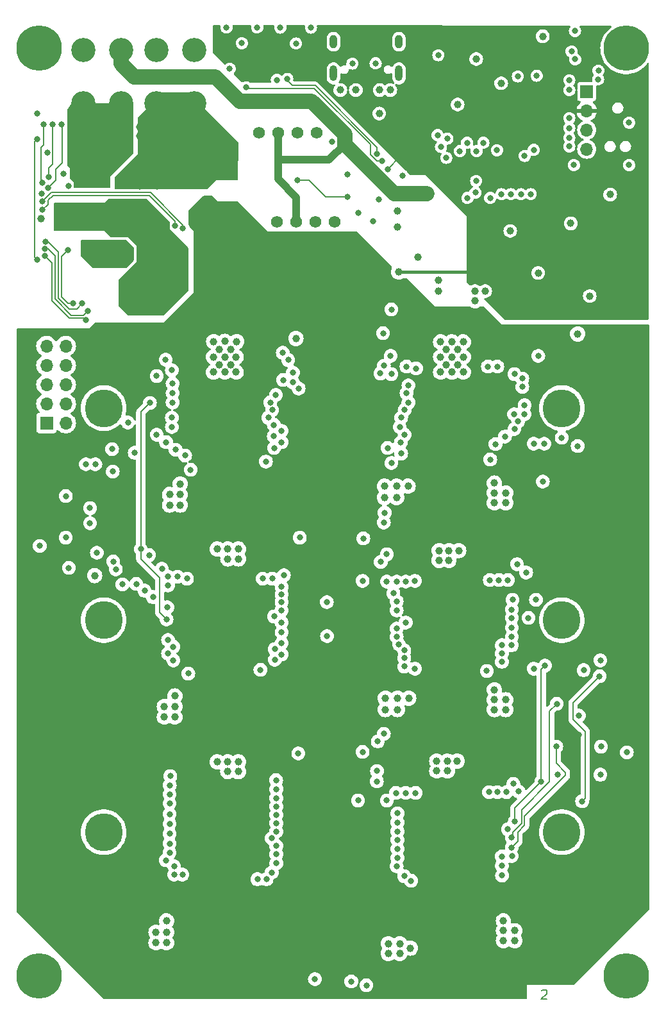
<source format=gbr>
%TF.GenerationSoftware,KiCad,Pcbnew,7.0.7*%
%TF.CreationDate,2024-01-07T22:37:50-07:00*%
%TF.ProjectId,bitaxeHex,62697461-7865-4486-9578-2e6b69636164,302*%
%TF.SameCoordinates,Original*%
%TF.FileFunction,Copper,L2,Inr*%
%TF.FilePolarity,Positive*%
%FSLAX46Y46*%
G04 Gerber Fmt 4.6, Leading zero omitted, Abs format (unit mm)*
G04 Created by KiCad (PCBNEW 7.0.7) date 2024-01-07 22:37:50*
%MOMM*%
%LPD*%
G01*
G04 APERTURE LIST*
%ADD10C,0.200000*%
%TA.AperFunction,NonConductor*%
%ADD11C,0.200000*%
%TD*%
%TA.AperFunction,ComponentPad*%
%ADD12C,3.200000*%
%TD*%
%TA.AperFunction,ComponentPad*%
%ADD13C,0.800000*%
%TD*%
%TA.AperFunction,ComponentPad*%
%ADD14C,6.000000*%
%TD*%
%TA.AperFunction,ComponentPad*%
%ADD15C,1.574800*%
%TD*%
%TA.AperFunction,ComponentPad*%
%ADD16C,5.000000*%
%TD*%
%TA.AperFunction,ComponentPad*%
%ADD17C,0.400000*%
%TD*%
%TA.AperFunction,ComponentPad*%
%ADD18R,1.700000X1.700000*%
%TD*%
%TA.AperFunction,ComponentPad*%
%ADD19O,1.700000X1.700000*%
%TD*%
%TA.AperFunction,ComponentPad*%
%ADD20O,1.000000X2.100000*%
%TD*%
%TA.AperFunction,ComponentPad*%
%ADD21O,1.000000X1.800000*%
%TD*%
%TA.AperFunction,ViaPad*%
%ADD22C,0.800000*%
%TD*%
%TA.AperFunction,ViaPad*%
%ADD23C,1.000000*%
%TD*%
%TA.AperFunction,Conductor*%
%ADD24C,0.200000*%
%TD*%
%TA.AperFunction,Conductor*%
%ADD25C,0.400000*%
%TD*%
%TA.AperFunction,Conductor*%
%ADD26C,2.000000*%
%TD*%
%TA.AperFunction,Conductor*%
%ADD27C,1.000000*%
%TD*%
G04 APERTURE END LIST*
D10*
D11*
X119860149Y-173907028D02*
X119917292Y-173849885D01*
X119917292Y-173849885D02*
X120031578Y-173792742D01*
X120031578Y-173792742D02*
X120317292Y-173792742D01*
X120317292Y-173792742D02*
X120431578Y-173849885D01*
X120431578Y-173849885D02*
X120488720Y-173907028D01*
X120488720Y-173907028D02*
X120545863Y-174021314D01*
X120545863Y-174021314D02*
X120545863Y-174135600D01*
X120545863Y-174135600D02*
X120488720Y-174307028D01*
X120488720Y-174307028D02*
X119803006Y-174992742D01*
X119803006Y-174992742D02*
X120545863Y-174992742D01*
D12*
%TO.N,GND*%
%TO.C,J2*%
X74000000Y-56725000D03*
X74000000Y-49725000D03*
X69000000Y-56725000D03*
X69000000Y-49725000D03*
%TD*%
D13*
%TO.N,GND*%
%TO.C,H1*%
X51250000Y-49500000D03*
X51909010Y-47909010D03*
X51909010Y-51090990D03*
X53500000Y-47250000D03*
D14*
X53500000Y-49500000D03*
D13*
X53500000Y-51750000D03*
X55090990Y-47909010D03*
X55090990Y-51090990D03*
X55750000Y-49500000D03*
%TD*%
D12*
%TO.N,/VIN*%
%TO.C,J1*%
X64275000Y-56725000D03*
X64275000Y-49725000D03*
X59275000Y-56725000D03*
X59275000Y-49725000D03*
%TD*%
D15*
%TO.N,GND*%
%TO.C,J8*%
X82500000Y-60625000D03*
%TO.N,/VIN*%
X85040000Y-60625000D03*
%TO.N,/Fan/FAN1_TACH*%
X87580000Y-60625000D03*
%TO.N,/Fan/FAN1_PWM*%
X90120000Y-60625000D03*
%TD*%
D13*
%TO.N,GND*%
%TO.C,SW2*%
X78225000Y-46725000D03*
X82275000Y-46725000D03*
%TD*%
%TO.N,N/C*%
%TO.C,H4*%
X128750000Y-172000000D03*
X129409010Y-170409010D03*
X129409010Y-173590990D03*
X131000000Y-169750000D03*
D14*
X131000000Y-172000000D03*
D13*
X131000000Y-174250000D03*
X132590990Y-170409010D03*
X132590990Y-173590990D03*
X133250000Y-172000000D03*
%TD*%
D15*
%TO.N,GND*%
%TO.C,J9*%
X84910000Y-72375000D03*
%TO.N,/VIN*%
X87450000Y-72375000D03*
%TO.N,/Fan/FAN2_TACH*%
X89990000Y-72375000D03*
%TO.N,/Fan/FAN2_PWM*%
X92530000Y-72375000D03*
%TD*%
D16*
%TO.N,*%
%TO.C,H8*%
X122500000Y-125000000D03*
%TD*%
%TO.N,*%
%TO.C,H7*%
X62000000Y-125000000D03*
%TD*%
D17*
%TO.N,GND*%
%TO.C,U3*%
X57000000Y-73030000D03*
X58400000Y-73030000D03*
X59800000Y-73030000D03*
X56000000Y-71750000D03*
X57000000Y-71750000D03*
X58400000Y-71750000D03*
X59800000Y-71750000D03*
X60800000Y-71750000D03*
X57000000Y-70470000D03*
X58400000Y-70470000D03*
X59800000Y-70470000D03*
%TD*%
D16*
%TO.N,*%
%TO.C,H10*%
X122500000Y-153000000D03*
%TD*%
%TO.N,*%
%TO.C,H6*%
X122500000Y-97000000D03*
%TD*%
%TO.N,*%
%TO.C,H5*%
X62000000Y-97000000D03*
%TD*%
D18*
%TO.N,GND*%
%TO.C,J5*%
X125800000Y-55200000D03*
D19*
%TO.N,/3V3*%
X125800000Y-57740000D03*
%TO.N,/SCL*%
X125800000Y-60280000D03*
%TO.N,/SDA*%
X125800000Y-62820000D03*
%TD*%
D20*
%TO.N,GND*%
%TO.C,J7*%
X100990000Y-52800000D03*
D21*
X100990000Y-48620000D03*
D20*
X92350000Y-52800000D03*
D21*
X92350000Y-48620000D03*
%TD*%
D13*
%TO.N,GND*%
%TO.C,SW1*%
X85325000Y-46750000D03*
X89375000Y-46750000D03*
%TD*%
%TO.N,GND*%
%TO.C,H2*%
X128750000Y-49500000D03*
X129409010Y-47909010D03*
X129409010Y-51090990D03*
X131000000Y-47250000D03*
D14*
X131000000Y-49500000D03*
D13*
X131000000Y-51750000D03*
X132590990Y-47909010D03*
X132590990Y-51090990D03*
X133250000Y-49500000D03*
%TD*%
%TO.N,N/C*%
%TO.C,H3*%
X51250000Y-172000000D03*
X51909010Y-170409010D03*
X51909010Y-173590990D03*
X53500000Y-169750000D03*
D14*
X53500000Y-172000000D03*
D13*
X53500000Y-174250000D03*
X55090990Y-170409010D03*
X55090990Y-173590990D03*
X55750000Y-172000000D03*
%TD*%
D16*
%TO.N,*%
%TO.C,H9*%
X62000000Y-153000000D03*
%TD*%
D18*
%TO.N,unconnected-(J3-Pin_1-Pad1)*%
%TO.C,J3*%
X54450000Y-98970000D03*
D19*
%TO.N,unconnected-(J3-Pin_2-Pad2)*%
X56990000Y-98970000D03*
%TO.N,unconnected-(J3-Pin_3-Pad3)*%
X54450000Y-96430000D03*
%TO.N,unconnected-(J3-Pin_4-Pad4)*%
X56990000Y-96430000D03*
%TO.N,unconnected-(J3-Pin_5-Pad5)*%
X54450000Y-93890000D03*
%TO.N,GND*%
X56990000Y-93890000D03*
%TO.N,unconnected-(J3-Pin_7-Pad7)*%
X54450000Y-91350000D03*
%TO.N,/SMB_ALRT*%
X56990000Y-91350000D03*
%TO.N,/SCL*%
X54450000Y-88810000D03*
%TO.N,/SDA*%
X56990000Y-88810000D03*
%TD*%
D22*
%TO.N,GND*%
X85700000Y-93280000D03*
D23*
X106200000Y-81550000D03*
X103500000Y-77100000D03*
D22*
X65825000Y-83275000D03*
D23*
X68325000Y-59175000D03*
X66800000Y-65150000D03*
X108750000Y-56900000D03*
X99850000Y-55000000D03*
X66800000Y-67625000D03*
D22*
X63200000Y-73600000D03*
D23*
X78000000Y-88180000D03*
X108750000Y-89250000D03*
D22*
X63200000Y-71200000D03*
D23*
X109500000Y-88250000D03*
X114500000Y-54100000D03*
X115100000Y-109500000D03*
X109500000Y-90250000D03*
D22*
X64200000Y-72800000D03*
D23*
X128900000Y-68800000D03*
X123700000Y-72600000D03*
X99100000Y-107300000D03*
D22*
X64200000Y-71800000D03*
D23*
X66800000Y-61075000D03*
X78000000Y-90250000D03*
D22*
X69000000Y-92750000D03*
X64200000Y-69800000D03*
D23*
X108000000Y-88250000D03*
D22*
X95600000Y-71250000D03*
X63900000Y-67425000D03*
D23*
X120000000Y-47900000D03*
X106500000Y-88250000D03*
X77650000Y-65600000D03*
D22*
X85500000Y-100000000D03*
D23*
X100800000Y-73050000D03*
X79500000Y-90250000D03*
D22*
X78650000Y-52175000D03*
D23*
X115700000Y-73600000D03*
X106500000Y-90250000D03*
D22*
X98900000Y-87100000D03*
D23*
X113600000Y-106900000D03*
X100700000Y-108800000D03*
X126200000Y-82200000D03*
X76500000Y-92250000D03*
X78750000Y-89250000D03*
D22*
X69700000Y-78875000D03*
D23*
X107250000Y-89250000D03*
X77250000Y-91250000D03*
X74550000Y-59200000D03*
D22*
X63200000Y-70000000D03*
D23*
X99100000Y-108800000D03*
D22*
X100000000Y-92500000D03*
X118800000Y-101700000D03*
X124600000Y-102000000D03*
D23*
X106200000Y-80100000D03*
X119400000Y-79150000D03*
X111200000Y-50900000D03*
D22*
X116750000Y-98750000D03*
X99000000Y-91400000D03*
D23*
X107250000Y-91250000D03*
X78750000Y-91250000D03*
X106500000Y-92250000D03*
X75925000Y-62825000D03*
D22*
X69000000Y-100500000D03*
D23*
X108000000Y-92250000D03*
X78000000Y-92250000D03*
X78950000Y-65600000D03*
X71375000Y-67600000D03*
X69075000Y-67625000D03*
D22*
X65800000Y-82325000D03*
D23*
X77250000Y-89250000D03*
D22*
X69700000Y-80000000D03*
D23*
X66825000Y-66400000D03*
X100700000Y-107300000D03*
D22*
X116250000Y-92500000D03*
D23*
X87400000Y-87800000D03*
D22*
X65825000Y-84225000D03*
D23*
X75925000Y-64075000D03*
X113600000Y-109500000D03*
X115100000Y-108200000D03*
D22*
X63200000Y-72400000D03*
X64200000Y-70800000D03*
D23*
X73300000Y-59175000D03*
X72100000Y-108400000D03*
X76500000Y-90250000D03*
X70700000Y-109800000D03*
X93250000Y-55000000D03*
X79550000Y-88220000D03*
X100775000Y-70975000D03*
D22*
X94225000Y-66175000D03*
D23*
X76530000Y-88210000D03*
D22*
X131400000Y-59300000D03*
X60900000Y-104400000D03*
X84875000Y-53650000D03*
D23*
X108000000Y-90250000D03*
X72100000Y-107000000D03*
D22*
X120000000Y-106700000D03*
D23*
X69625000Y-59150000D03*
D22*
X65850000Y-78850000D03*
X87000000Y-92300000D03*
D23*
X98400000Y-58100000D03*
X113600000Y-108200000D03*
X102200000Y-107300000D03*
D22*
X101750000Y-100500000D03*
D23*
X124600000Y-87200000D03*
D22*
X64200000Y-73800000D03*
D23*
X72100000Y-109800000D03*
X108750000Y-91250000D03*
X66800000Y-59875000D03*
X74125000Y-67575000D03*
X109500000Y-92250000D03*
D22*
X60200000Y-110200000D03*
D23*
X70700000Y-108400000D03*
X79500000Y-92250000D03*
D22*
%TO.N,/VDD*%
X75975000Y-82300000D03*
D23*
X108000000Y-157750000D03*
X77825000Y-84200000D03*
X78750000Y-158750000D03*
X108750000Y-158750000D03*
X105750000Y-158750000D03*
X75725000Y-71150000D03*
X109500000Y-159750000D03*
X80025000Y-84175000D03*
X81475000Y-78325000D03*
X108000000Y-159750000D03*
X79225000Y-79175000D03*
X76500000Y-159750000D03*
X81475000Y-76050000D03*
X107250000Y-160750000D03*
X78925000Y-84175000D03*
X78750000Y-160750000D03*
X81975000Y-81400000D03*
D22*
X124780000Y-140100000D03*
D23*
X81475000Y-73725000D03*
X78000000Y-159750000D03*
D22*
X124080000Y-131600000D03*
D23*
X109500000Y-157750000D03*
D22*
X124130000Y-146370000D03*
D23*
X106500000Y-159750000D03*
X76500000Y-157750000D03*
X106500000Y-157750000D03*
X110250000Y-158750000D03*
X108750000Y-160750000D03*
X77250000Y-160750000D03*
X74125000Y-72550000D03*
X79150000Y-81725000D03*
X79500000Y-159750000D03*
D22*
X74875000Y-78875000D03*
D23*
X75750000Y-158750000D03*
X79500000Y-157750000D03*
X77000000Y-78350000D03*
D22*
X74900000Y-80000000D03*
X75975000Y-84175000D03*
D23*
X80850000Y-83375000D03*
X77550000Y-71150000D03*
X78000000Y-157750000D03*
X75725000Y-72550000D03*
X77000000Y-73650000D03*
X77250000Y-158750000D03*
X107250000Y-158750000D03*
X81625000Y-82525000D03*
X79000000Y-71150000D03*
D22*
X94725000Y-80150000D03*
D23*
X75725000Y-73875000D03*
X77000000Y-76150000D03*
D22*
X75975000Y-83225000D03*
D23*
X75725000Y-69750000D03*
X80250000Y-158750000D03*
D22*
%TO.N,/ESP32/EN*%
X106200000Y-50400000D03*
X124275000Y-50938100D03*
X87400000Y-48847302D03*
%TO.N,/5V*%
X96200000Y-119800000D03*
X99000000Y-140000000D03*
X100000000Y-83975000D03*
X99400000Y-116300000D03*
X96200000Y-142400000D03*
X99100000Y-110800000D03*
X99900000Y-90100000D03*
D23*
X111050000Y-82800000D03*
X111050000Y-81550000D03*
X112400000Y-81550000D03*
D22*
X95600000Y-148800000D03*
X98550000Y-92425000D03*
X96300000Y-114200000D03*
X92175000Y-61850000D03*
X98100000Y-144900000D03*
%TO.N,/3V3*%
X80500000Y-53525000D03*
D23*
X106200000Y-49100000D03*
X126300000Y-69200000D03*
D22*
X130300000Y-55700000D03*
X87550000Y-66925000D03*
D23*
X125200000Y-84600000D03*
X115150000Y-80550000D03*
D22*
X99550000Y-65425000D03*
D23*
X120550000Y-71650000D03*
D22*
X106100000Y-67100000D03*
X87775000Y-53350000D03*
X94200000Y-69125000D03*
D23*
X100975000Y-79025000D03*
D22*
%TO.N,/SCL*%
X96700000Y-173200000D03*
X54250718Y-76926555D03*
X94700000Y-172700000D03*
X89900000Y-172400000D03*
X118800000Y-62900000D03*
X98126900Y-63401537D03*
X59625000Y-85375000D03*
X86250000Y-53525000D03*
%TO.N,Net-(U3-BP1V5)*%
X53250000Y-61450000D03*
X53225000Y-77375000D03*
%TO.N,Net-(U3-AVIN)*%
X56725000Y-66050000D03*
%TO.N,Net-(U3-VDD5)*%
X57350000Y-67675000D03*
%TO.N,Net-(U3-VOSNS)*%
X53900000Y-69725000D03*
X72450000Y-73250000D03*
%TO.N,/ESP32/P_TX*%
X127350000Y-52450000D03*
%TO.N,/ESP32/P_RX*%
X127300000Y-53600000D03*
%TO.N,/ESP32/IO0*%
X80250000Y-48800000D03*
X124250000Y-47200000D03*
X124100000Y-64900000D03*
X131400000Y-64900000D03*
%TO.N,/Power/PGOOD*%
X59175000Y-83125000D03*
X111200000Y-67000000D03*
X98325000Y-69400000D03*
X101450000Y-66275000D03*
X54300000Y-75025000D03*
%TO.N,Net-(U3-GOSNS)*%
X53875000Y-70825000D03*
X71425000Y-72875000D03*
%TO.N,/SDA*%
X54225000Y-75975000D03*
X98775000Y-64375000D03*
X80800000Y-54625000D03*
X59900000Y-84150000D03*
X117600000Y-63700000D03*
%TO.N,/BM1366-1/0V8*%
X71000000Y-92000000D03*
X102000000Y-91500000D03*
X86370000Y-90640000D03*
X114000000Y-91500000D03*
%TO.N,/BM1366-1/1V8*%
X70180000Y-90610000D03*
X122500000Y-100900000D03*
X112750000Y-91500000D03*
X85660000Y-89690000D03*
X103250000Y-91750000D03*
%TO.N,Net-(U12-VDD3_0)*%
X116250000Y-99750000D03*
%TO.N,Net-(U13-INV_CLKO)*%
X71100000Y-93750000D03*
%TO.N,/BM1366-2/0V8*%
X71750000Y-119250000D03*
X114200000Y-119700000D03*
X84250000Y-119500000D03*
X101900000Y-119900000D03*
%TO.N,/BM1366-2/1V8*%
X83000000Y-119500000D03*
X73000000Y-119500000D03*
X113000000Y-119700000D03*
X103100000Y-119800000D03*
%TO.N,Net-(U22-RO)*%
X115400000Y-152600000D03*
%TO.N,Net-(U12-VDD2_0)*%
X115000000Y-100750000D03*
%TO.N,/NRSTI*%
X116200000Y-97800000D03*
%TO.N,/RO*%
X117600000Y-96600000D03*
%TO.N,/CI*%
X119400000Y-90100000D03*
%TO.N,/BM1366-3/0V8*%
X114000000Y-147700000D03*
X70725000Y-146800000D03*
X84800000Y-147300000D03*
X101900000Y-147800000D03*
%TO.N,/BM1366-3/1V8*%
X103200000Y-147800000D03*
X70800000Y-145575000D03*
X84775000Y-146125000D03*
X112900000Y-147700000D03*
%TO.N,Net-(U12-VDD1_0)*%
X113750000Y-101750000D03*
%TO.N,Net-(U12-VDD1_1)*%
X101300000Y-103000000D03*
X84500000Y-102250000D03*
%TO.N,Net-(U12-VDD2_1)*%
X99500000Y-102250000D03*
X85500000Y-101500000D03*
%TO.N,Net-(U12-VDD3_1)*%
X84471979Y-100707969D03*
X101250000Y-101500000D03*
%TO.N,Net-(U18-VDD1_0)*%
X114600000Y-128300000D03*
%TO.N,Net-(U18-VDD2_0)*%
X114600000Y-129400000D03*
%TO.N,Net-(U22-INV_CLKO)*%
X99400000Y-148800000D03*
%TO.N,Net-(U18-VDD3_0)*%
X114600000Y-130500000D03*
%TO.N,Net-(U18-VDD3_1)*%
X101700000Y-131100000D03*
X84600000Y-130220000D03*
%TO.N,Net-(U13-ADDR0)*%
X87750000Y-94400000D03*
%TO.N,Net-(U13-ADDR1)*%
X87000000Y-93600000D03*
D23*
%TO.N,Net-(D1-Pad2)*%
X98450000Y-55000000D03*
X95300000Y-55000000D03*
D22*
%TO.N,Net-(U18-VDD2_1)*%
X101700000Y-130000000D03*
X85500000Y-129520000D03*
%TO.N,/BM1366-1/BI1*%
X117600000Y-97800000D03*
D23*
%TO.N,/VIN*%
X60725000Y-61300000D03*
X59475000Y-67350000D03*
X102800000Y-68675000D03*
X60725000Y-67300000D03*
X58400000Y-59300000D03*
X58400000Y-65300000D03*
X58400000Y-63300000D03*
X103900000Y-68675000D03*
X105000000Y-68675000D03*
X60725000Y-59300000D03*
X60725000Y-65300000D03*
X58400000Y-61300000D03*
X60725000Y-63300000D03*
D22*
%TO.N,Net-(U3-VSEL)*%
X53875000Y-67225000D03*
X54075000Y-59575000D03*
%TO.N,Net-(U18-VDD1_1)*%
X84600000Y-128820000D03*
X101700000Y-129000000D03*
%TO.N,Net-(U3-ADRSEL)*%
X56400000Y-59575000D03*
X54650000Y-67950000D03*
%TO.N,Net-(U20-VDD3_1)*%
X71200000Y-130300000D03*
%TO.N,Net-(U20-VDD2_1)*%
X70500000Y-129400000D03*
%TO.N,Net-(U20-VDD1_1)*%
X71200000Y-128500000D03*
%TO.N,Net-(U22-ADDR0)*%
X116800000Y-147600000D03*
%TO.N,Net-(U22-ADDR1)*%
X116100000Y-146600000D03*
%TO.N,Net-(U22-VDD3_0)*%
X114600000Y-156200000D03*
%TO.N,Net-(U22-VDD2_0)*%
X114600000Y-157400000D03*
%TO.N,Net-(U22-VDD1_0)*%
X114620000Y-158700000D03*
%TO.N,/BM1366-3/NRSTO3*%
X70700000Y-155700000D03*
%TO.N,/ESP32/TFT_RES*%
X118400000Y-68750000D03*
X112150000Y-61950000D03*
%TO.N,/ESP32/TFT_SDA*%
X117100000Y-68750000D03*
X111250000Y-63050000D03*
%TO.N,/ESP32/TFT_SCL*%
X115800000Y-68750000D03*
X110000000Y-61950000D03*
%TO.N,/ESP32/TFT_CS*%
X114550000Y-68750000D03*
X109050000Y-63050000D03*
%TO.N,/ESP32/TFT_DC*%
X106550000Y-62500000D03*
X113050000Y-69250000D03*
%TO.N,Net-(U25-VDD1_1)*%
X72400000Y-158600000D03*
%TO.N,Net-(U25-VDD2_1)*%
X71300000Y-158600000D03*
%TO.N,Net-(U25-VDD3_1)*%
X71300000Y-157500000D03*
%TO.N,/BM1366-3/BO3*%
X70700000Y-154500000D03*
D23*
%TO.N,/BM1366-1/VDD1*%
X77000000Y-115600000D03*
X106300000Y-115800000D03*
X115100000Y-136800000D03*
X78400000Y-116900000D03*
D22*
X101000000Y-128200000D03*
X85800000Y-119050000D03*
X99000000Y-112100000D03*
X125400000Y-131600000D03*
D23*
X113600000Y-134200000D03*
D22*
X70500000Y-127600000D03*
D23*
X113600000Y-136800000D03*
X78400000Y-115600000D03*
X79800000Y-115600000D03*
D22*
X85500000Y-128020000D03*
D23*
X79800000Y-116900000D03*
X71400000Y-137800000D03*
D22*
X100700000Y-119900000D03*
D23*
X100800000Y-136800000D03*
X102300000Y-135300000D03*
D22*
X73490000Y-105140000D03*
D23*
X71400000Y-136400000D03*
D22*
X68000000Y-116400000D03*
D23*
X107600000Y-117100000D03*
X70000000Y-137800000D03*
D22*
X113060000Y-103780000D03*
D23*
X100800000Y-135300000D03*
X70000000Y-136400000D03*
X71400000Y-135000000D03*
X107600000Y-115800000D03*
D22*
X115400000Y-119700000D03*
X53550000Y-115200000D03*
X100000000Y-104250000D03*
D23*
X115100000Y-135500000D03*
X99200000Y-136800000D03*
D22*
X115900000Y-128300000D03*
D23*
X99200000Y-135300000D03*
D22*
X87900000Y-114100000D03*
X70500000Y-120400000D03*
X70500000Y-119250000D03*
X98600000Y-117300000D03*
D23*
X113600000Y-135500000D03*
X108900000Y-115800000D03*
X106300000Y-117100000D03*
D22*
X83430000Y-104050000D03*
X99400000Y-119900000D03*
X124780000Y-137600000D03*
%TO.N,/BM1366-2/VDD2*%
X115200000Y-147700000D03*
X115920000Y-156140000D03*
D23*
X68900000Y-166200000D03*
X70300000Y-167600000D03*
D22*
X98200000Y-141000000D03*
X73175000Y-132050000D03*
D23*
X99600000Y-167700000D03*
D22*
X100600000Y-147800000D03*
X103100000Y-131400000D03*
X84800000Y-157100000D03*
D23*
X68900000Y-167600000D03*
X107400000Y-144900000D03*
X106000000Y-144900000D03*
X114800000Y-167300000D03*
X101100000Y-167700000D03*
X60800000Y-119100000D03*
D22*
X70200000Y-156700000D03*
D23*
X107400000Y-143600000D03*
X99600000Y-169000000D03*
X77000000Y-143700000D03*
X101100000Y-169000000D03*
D22*
X100800000Y-156400000D03*
D23*
X79800000Y-143700000D03*
X108700000Y-143600000D03*
D22*
X131100000Y-142450000D03*
X112600000Y-131700000D03*
D23*
X114800000Y-164700000D03*
D22*
X60200000Y-112200000D03*
X87700000Y-142600000D03*
D23*
X106000000Y-143600000D03*
X70300000Y-166200000D03*
X102500000Y-168300000D03*
D22*
X98080000Y-146280000D03*
D23*
X78400000Y-145000000D03*
D22*
X82700000Y-131550000D03*
D23*
X79800000Y-145000000D03*
X70300000Y-164700000D03*
X78400000Y-143700000D03*
D22*
X59651900Y-104400000D03*
D23*
X114800000Y-166000000D03*
X116300000Y-167300000D03*
X116300000Y-166000000D03*
D22*
X70700000Y-148000000D03*
X84800000Y-148500000D03*
%TO.N,/BM1366-3/RI3*%
X70700000Y-153200000D03*
%TO.N,/BM1366-3/CLKO3*%
X70700000Y-151900000D03*
%TO.N,/BM1366-3/CO3*%
X70700000Y-150600000D03*
%TO.N,/BM1366-1/CLKI1*%
X120200000Y-101700000D03*
%TO.N,/BM1366-2/NRSTI2*%
X56990000Y-114090000D03*
X64475000Y-120275000D03*
X66300000Y-120200000D03*
%TO.N,/BM1366-2/BI2*%
X67400000Y-121100000D03*
X57000000Y-108600000D03*
X61100000Y-116100000D03*
%TO.N,/BM1366-2/RO2*%
X63200000Y-105377500D03*
X63600000Y-118275000D03*
%TO.N,/BM1366-2/CI2*%
X68500000Y-121950000D03*
%TO.N,/BM1366-3/NRSTI3*%
X115900000Y-155000000D03*
X121780000Y-141700000D03*
%TO.N,/BM1366-3/BI3*%
X121842500Y-136037500D03*
X115900000Y-153700000D03*
%TO.N,/BM1366-3/RO3*%
X127500000Y-132400000D03*
X125200000Y-148900000D03*
%TO.N,/BM1366-3/CI3*%
X127680000Y-141700000D03*
%TO.N,/BM1366-1/NRSTO*%
X63100000Y-102400000D03*
X57400000Y-118100000D03*
%TO.N,/BM1366-1/CO*%
X65200000Y-98900000D03*
X63250000Y-117250000D03*
%TO.N,/BM1366-1/RI*%
X66100000Y-102900000D03*
%TO.N,/BM1366-2/RI*%
X127600000Y-130300000D03*
X118100000Y-124700000D03*
X115900000Y-124700000D03*
%TO.N,/BM1366-2/NRSTO*%
X119100000Y-122300000D03*
X122000000Y-145400000D03*
%TO.N,/BM1366-2/CO*%
X127600000Y-145400000D03*
X118800000Y-131400000D03*
%TO.N,/ESP32/ASIC_RST*%
X113950000Y-62950000D03*
%TO.N,/ESP32/ESP32_TX*%
X107400000Y-61400000D03*
%TO.N,/ESP32/ESP32_RX*%
X106100000Y-60950000D03*
%TO.N,Net-(J7-CC1)*%
X97920000Y-51460000D03*
%TO.N,Net-(J7-CC2)*%
X94860000Y-51500000D03*
%TO.N,/SMB_ALRT*%
X107250000Y-63950000D03*
X57245199Y-76145199D03*
X97550000Y-72350000D03*
X57975000Y-83125000D03*
%TO.N,Net-(U12-BO)*%
X101300000Y-98250000D03*
%TO.N,Net-(U13-BI)*%
X83750000Y-98250000D03*
%TO.N,Net-(U12-CO)*%
X102000000Y-95000000D03*
%TO.N,Net-(U13-CI)*%
X84750000Y-95250000D03*
%TO.N,Net-(U12-INV_CLKO)*%
X102250000Y-94000000D03*
%TO.N,Net-(U12-CLKO)*%
X102250000Y-96250000D03*
%TO.N,Net-(U13-CLKI)*%
X84000000Y-96250000D03*
%TO.N,Net-(U12-NRSTO)*%
X84471979Y-99207969D03*
X101100000Y-99500000D03*
%TO.N,Net-(U12-RI)*%
X101750000Y-97250000D03*
%TO.N,Net-(U13-RO)*%
X84250000Y-97250000D03*
%TO.N,Net-(U18-CLKO)*%
X115910000Y-126000000D03*
%TO.N,Net-(U18-BO)*%
X115910000Y-123600000D03*
%TO.N,Net-(U18-CO)*%
X115910000Y-127200000D03*
%TO.N,Net-(U18-NRSTO)*%
X116000000Y-122300000D03*
%TO.N,Net-(U18-RO)*%
X101900000Y-125300000D03*
%TO.N,Net-(U20-RI)*%
X84500000Y-124500000D03*
%TO.N,Net-(U18-INV_CLKO)*%
X100260000Y-121460000D03*
%TO.N,Net-(U18-NRSTI)*%
X100700000Y-122500000D03*
X91475000Y-122600000D03*
X91500000Y-127100000D03*
%TO.N,Net-(U22-VDD3_1)*%
X100700000Y-157500000D03*
X84200000Y-158300000D03*
%TO.N,Net-(U22-VDD2_1)*%
X83500000Y-159200000D03*
X101700000Y-158800000D03*
%TO.N,Net-(U22-VDD1_1)*%
X82300000Y-159200000D03*
X102600000Y-159400000D03*
%TO.N,Net-(U22-RI)*%
X100800000Y-152900000D03*
%TO.N,Net-(U22-NRSTO)*%
X100800000Y-155200000D03*
X84800000Y-155900000D03*
%TO.N,Net-(U22-CO)*%
X100800000Y-150500000D03*
%TO.N,Net-(U22-CLKO)*%
X100800000Y-151700000D03*
%TO.N,Net-(U22-BO)*%
X100800000Y-154000000D03*
%TO.N,Net-(U18-CLKI)*%
X100700000Y-126100000D03*
%TO.N,Net-(U20-CLKO)*%
X85500000Y-125300000D03*
%TO.N,Net-(U18-BI)*%
X100700000Y-123700000D03*
%TO.N,Net-(U20-BO)*%
X85500000Y-123700000D03*
%TO.N,Net-(U18-CI)*%
X100700000Y-127200000D03*
%TO.N,Net-(U20-CO)*%
X85500000Y-126600000D03*
%TO.N,Net-(U20-NRSTO)*%
X85500000Y-122600000D03*
%TO.N,Net-(U20-RO)*%
X70400000Y-123300000D03*
%TO.N,Net-(U20-INV_CLKO)*%
X69690000Y-118210000D03*
%TO.N,Net-(U25-BI)*%
X84800000Y-154800000D03*
%TO.N,Net-(U25-CI)*%
X84800000Y-151800000D03*
%TO.N,Net-(U25-CLKI)*%
X84800000Y-152900000D03*
%TO.N,Net-(U25-RO)*%
X84200000Y-153800000D03*
%TO.N,Net-(U25-INV_CLKO)*%
X70700000Y-149200000D03*
%TO.N,Net-(U6-GPIO12{slash}TOUCH12{slash}ADC2_CH1{slash}FSPICLK{slash}FSPIIO6{slash}SUBSPICLK)*%
X111100000Y-68550000D03*
%TO.N,Net-(U6-GPIO14{slash}TOUCH14{slash}ADC2_CH3{slash}FSPIWP{slash}FSPIDQS{slash}SUBSPIWP)*%
X110050000Y-69250000D03*
%TO.N,Net-(U6-SPIIO6{slash}GPIO35{slash}FSPID{slash}SUBSPID)*%
X123500000Y-62448100D03*
%TO.N,Net-(U6-SPIIO7{slash}GPIO36{slash}FSPICLK{slash}SUBSPICLK)*%
X123500000Y-61300000D03*
%TO.N,Net-(U6-SPIDQS{slash}GPIO37{slash}FSPIQ{slash}SUBSPIQ)*%
X123500000Y-60000000D03*
%TO.N,Net-(U6-GPIO38{slash}FSPIWP{slash}SUBSPIWP)*%
X123500000Y-58700000D03*
%TO.N,Net-(U6-MTCK{slash}GPIO39{slash}CLK_OUT3{slash}SUBSPICS1)*%
X123500000Y-55000000D03*
%TO.N,Net-(U6-MTDO{slash}GPIO40{slash}CLK_OUT2)*%
X116700000Y-53200000D03*
%TO.N,Net-(U6-MTDI{slash}GPIO41{slash}CLK_OUT1)*%
X119200000Y-53100000D03*
%TO.N,Net-(U6-MTMS{slash}GPIO42)*%
X123500000Y-53700000D03*
%TO.N,Net-(U12-ADDR0)*%
X117300000Y-94200000D03*
%TO.N,Net-(U13-VDD3_1)*%
X70250000Y-101500000D03*
%TO.N,Net-(U12-ADDR1)*%
X117300000Y-93100000D03*
%TO.N,Net-(U13-VDD2_1)*%
X71500000Y-102500000D03*
%TO.N,Net-(U18-ADDR0)*%
X117800000Y-118700000D03*
%TO.N,Net-(U13-VDD1_1)*%
X72750000Y-103250000D03*
%TO.N,Net-(U18-ADDR1)*%
X116600000Y-117600000D03*
%TO.N,Net-(U20-ADDR0)*%
X85500000Y-121600000D03*
%TO.N,Net-(U13-NRSTO)*%
X71000000Y-99500000D03*
%TO.N,Net-(U13-CO)*%
X71100000Y-95000000D03*
%TO.N,Net-(U13-CLKO)*%
X71100000Y-96250000D03*
%TO.N,Net-(U13-BO)*%
X71000000Y-98250000D03*
%TO.N,Net-(U20-ADDR1)*%
X85500000Y-120600000D03*
%TO.N,Net-(U25-ADDR0)*%
X84800000Y-150700000D03*
%TO.N,Net-(U25-ADDR1)*%
X84800000Y-149600000D03*
%TO.N,/BM1366-2/CLKI1*%
X70300000Y-124900000D03*
X68100000Y-96300000D03*
X66900000Y-115600000D03*
%TO.N,/BM1366-3/CLKI1*%
X120300000Y-131000000D03*
X116300000Y-151600000D03*
X119800000Y-146300000D03*
%TO.N,Net-(U3-MSEL1)*%
X53850000Y-68675000D03*
%TO.N,/ESP32/VDD_SAMPLE*%
X123800000Y-49900000D03*
%TO.N,/Power/SW*%
X65025000Y-75575000D03*
X65075000Y-77500000D03*
X61675000Y-76675000D03*
X65050000Y-76550000D03*
X59650000Y-75775000D03*
X61025000Y-75750000D03*
X60300000Y-76675000D03*
%TO.N,Net-(U3-MSEL2)*%
X55275000Y-59575000D03*
X54750000Y-66475000D03*
D23*
%TO.N,/Power/AGND*%
X53700000Y-72000000D03*
D22*
X53175000Y-58075000D03*
X54550000Y-63250000D03*
%TD*%
D24*
%TO.N,/3V3*%
X89125000Y-66925000D02*
X87550000Y-66925000D01*
X99550000Y-65425000D02*
X101175000Y-63800000D01*
X94200000Y-69125000D02*
X91325000Y-69125000D01*
X91325000Y-69125000D02*
X89125000Y-66925000D01*
D25*
X100975000Y-79025000D02*
X110500000Y-79025000D01*
D24*
%TO.N,/SCL*%
X86250000Y-53700000D02*
X86250000Y-53525000D01*
X55175000Y-82800000D02*
X57450000Y-85075000D01*
X98126900Y-62576900D02*
X89950000Y-54400000D01*
X89950000Y-54400000D02*
X86950000Y-54400000D01*
X86950000Y-54400000D02*
X86250000Y-53700000D01*
X54250718Y-76926555D02*
X55175000Y-77850837D01*
X55175000Y-77850837D02*
X55175000Y-82800000D01*
X57450000Y-85075000D02*
X59325000Y-85075000D01*
X98126900Y-63401537D02*
X98126900Y-62576900D01*
X59325000Y-85075000D02*
X59625000Y-85375000D01*
%TO.N,Net-(U3-BP1V5)*%
X52875000Y-77025000D02*
X52875000Y-61825000D01*
X53225000Y-77375000D02*
X52875000Y-77025000D01*
X52875000Y-61825000D02*
X53250000Y-61450000D01*
%TO.N,Net-(U3-VOSNS)*%
X55075000Y-68550000D02*
X53900000Y-69725000D01*
X68173368Y-68550000D02*
X55075000Y-68550000D01*
X72450000Y-72826632D02*
X68173368Y-68550000D01*
X72450000Y-73250000D02*
X72450000Y-72826632D01*
%TO.N,/Power/PGOOD*%
X57450000Y-83875000D02*
X58425000Y-83875000D01*
X54300000Y-75025000D02*
X54670730Y-75025000D01*
X54670730Y-75025000D02*
X56025000Y-76379270D01*
X56025000Y-76379270D02*
X56025000Y-82450000D01*
X56025000Y-82450000D02*
X57450000Y-83875000D01*
X58425000Y-83875000D02*
X59175000Y-83125000D01*
%TO.N,Net-(U3-GOSNS)*%
X55335100Y-68902400D02*
X54675000Y-69562500D01*
X68027400Y-68902400D02*
X55335100Y-68902400D01*
X54675000Y-69562500D02*
X54675000Y-70075000D01*
X54675000Y-70075000D02*
X53925000Y-70825000D01*
X53925000Y-70825000D02*
X53875000Y-70825000D01*
X71425000Y-72300000D02*
X68027400Y-68902400D01*
X71425000Y-72875000D02*
X71425000Y-72300000D01*
%TO.N,/SDA*%
X97225000Y-62200000D02*
X89777400Y-54752400D01*
X80927400Y-54752400D02*
X80800000Y-54625000D01*
X54225000Y-75975000D02*
X54622633Y-75975000D01*
X98775000Y-64375000D02*
X98125000Y-64375000D01*
X55575000Y-76927367D02*
X55575000Y-82575000D01*
X54622633Y-75975000D02*
X55575000Y-76927367D01*
X89777400Y-54752400D02*
X80927400Y-54752400D01*
X59327400Y-84722600D02*
X59900000Y-84150000D01*
X57722600Y-84722600D02*
X59327400Y-84722600D01*
X55575000Y-82575000D02*
X57722600Y-84722600D01*
X97225000Y-63475000D02*
X97225000Y-62200000D01*
X98125000Y-64375000D02*
X97225000Y-63475000D01*
D26*
%TO.N,/VIN*%
X104725000Y-68675000D02*
X100500000Y-68675000D01*
X64275000Y-49725000D02*
X64275000Y-51500000D01*
D27*
X85040000Y-60625000D02*
X85040000Y-64200000D01*
D26*
X93825000Y-60800000D02*
X93825000Y-62150000D01*
X76750000Y-53250000D02*
X79950000Y-56450000D01*
X89475000Y-56450000D02*
X93825000Y-60800000D01*
D27*
X85040000Y-66740000D02*
X87450000Y-69150000D01*
X91775000Y-64200000D02*
X93825000Y-62150000D01*
D26*
X64275000Y-51500000D02*
X66025000Y-53250000D01*
D27*
X87450000Y-69150000D02*
X87450000Y-72375000D01*
X85040000Y-64200000D02*
X85040000Y-66740000D01*
D26*
X93825000Y-62150000D02*
X100350000Y-68675000D01*
X66025000Y-53250000D02*
X76750000Y-53250000D01*
D27*
X85040000Y-64200000D02*
X91775000Y-64200000D01*
D26*
X100350000Y-68675000D02*
X100500000Y-68675000D01*
X79950000Y-56450000D02*
X89475000Y-56450000D01*
D24*
%TO.N,Net-(U3-VSEL)*%
X53875000Y-67225000D02*
X53750000Y-67100000D01*
X53750000Y-62575000D02*
X54075000Y-62250000D01*
X54075000Y-62250000D02*
X54075000Y-59575000D01*
X53750000Y-67100000D02*
X53750000Y-62575000D01*
%TO.N,Net-(U3-ADRSEL)*%
X56550000Y-64575000D02*
X55700000Y-65425000D01*
X56400000Y-59575000D02*
X56550000Y-59725000D01*
X56550000Y-59725000D02*
X56550000Y-64575000D01*
X55700000Y-65425000D02*
X55700000Y-66900000D01*
X55700000Y-66900000D02*
X54650000Y-67950000D01*
%TO.N,/BM1366-2/NRSTI2*%
X66225000Y-120275000D02*
X66300000Y-120200000D01*
%TO.N,/BM1366-3/NRSTI3*%
X117600000Y-152100000D02*
X117600000Y-150900000D01*
X117600000Y-150900000D02*
X123000000Y-145500000D01*
X123000000Y-145100000D02*
X121780000Y-143880000D01*
X116700000Y-154200000D02*
X116700000Y-153000000D01*
X115900000Y-155000000D02*
X116700000Y-154200000D01*
X116700000Y-153000000D02*
X117600000Y-152100000D01*
X123000000Y-145500000D02*
X123000000Y-145100000D01*
X121780000Y-143880000D02*
X121780000Y-141700000D01*
%TO.N,/BM1366-3/BI3*%
X117200000Y-150000000D02*
X120900000Y-146300000D01*
X117200000Y-151800000D02*
X117200000Y-150000000D01*
X115900000Y-153700000D02*
X116000000Y-153600000D01*
X116000000Y-153600000D02*
X116000000Y-153000000D01*
X120900000Y-146300000D02*
X120900000Y-136980000D01*
X116000000Y-153000000D02*
X117200000Y-151800000D01*
X120900000Y-136980000D02*
X121842500Y-136037500D01*
%TO.N,/BM1366-3/RO3*%
X124000000Y-135900000D02*
X124000000Y-138100000D01*
X125600000Y-148500000D02*
X125200000Y-148900000D01*
X125600000Y-139700000D02*
X125600000Y-148500000D01*
X127500000Y-132400000D02*
X124000000Y-135900000D01*
X124000000Y-138100000D02*
X125600000Y-139700000D01*
%TO.N,/SMB_ALRT*%
X56450000Y-76940398D02*
X56450000Y-82275000D01*
X57300000Y-83125000D02*
X57975000Y-83125000D01*
X56450000Y-82275000D02*
X57300000Y-83125000D01*
X57245199Y-76145199D02*
X56450000Y-76940398D01*
%TO.N,/BM1366-2/CLKI1*%
X69400000Y-124000000D02*
X69400000Y-119400000D01*
X69400000Y-119400000D02*
X66900000Y-116900000D01*
X66900000Y-97500000D02*
X68100000Y-96300000D01*
X70300000Y-124900000D02*
X69400000Y-124000000D01*
X66900000Y-116900000D02*
X66900000Y-97500000D01*
%TO.N,/BM1366-3/CLKI1*%
X119800000Y-146300000D02*
X119800000Y-131500000D01*
X119800000Y-131500000D02*
X120300000Y-131000000D01*
X119800000Y-146300000D02*
X116300000Y-149800000D01*
X116300000Y-149800000D02*
X116300000Y-151600000D01*
%TO.N,Net-(U3-MSEL2)*%
X54750000Y-65325000D02*
X54750000Y-66475000D01*
X55275000Y-59575000D02*
X55275000Y-64800000D01*
X55275000Y-64800000D02*
X54750000Y-65325000D01*
%TD*%
%TA.AperFunction,Conductor*%
%TO.N,/Power/SW*%
G36*
X62921885Y-74801262D02*
G01*
X62926381Y-74801908D01*
X62951362Y-74805500D01*
X64979138Y-74805500D01*
X65046177Y-74825185D01*
X65066819Y-74841819D01*
X65933180Y-75708180D01*
X65966665Y-75769503D01*
X65969499Y-75795861D01*
X65969498Y-77454138D01*
X65949813Y-77521178D01*
X65933179Y-77541819D01*
X65036319Y-78438681D01*
X64974996Y-78472166D01*
X64948638Y-78475000D01*
X60601362Y-78475000D01*
X60534323Y-78455315D01*
X60513681Y-78438681D01*
X58986319Y-76911319D01*
X58952834Y-76849996D01*
X58950000Y-76823638D01*
X58950000Y-74924000D01*
X58969685Y-74856961D01*
X59022489Y-74811206D01*
X59074000Y-74800000D01*
X62904239Y-74800000D01*
X62921885Y-74801262D01*
G37*
%TD.AperFunction*%
%TD*%
%TA.AperFunction,Conductor*%
%TO.N,/3V3*%
G36*
X77317338Y-46401740D02*
G01*
X77384338Y-46421552D01*
X77429993Y-46474443D01*
X77440321Y-46539623D01*
X77419435Y-46724996D01*
X77419435Y-46725003D01*
X77439630Y-46904249D01*
X77439631Y-46904254D01*
X77499211Y-47074523D01*
X77551691Y-47158044D01*
X77595184Y-47227262D01*
X77722738Y-47354816D01*
X77813080Y-47411582D01*
X77851699Y-47435848D01*
X77875478Y-47450789D01*
X77946924Y-47475789D01*
X78045745Y-47510368D01*
X78045750Y-47510369D01*
X78224996Y-47530565D01*
X78225000Y-47530565D01*
X78225004Y-47530565D01*
X78404249Y-47510369D01*
X78404252Y-47510368D01*
X78404255Y-47510368D01*
X78574522Y-47450789D01*
X78727262Y-47354816D01*
X78854816Y-47227262D01*
X78950789Y-47074522D01*
X79010368Y-46904255D01*
X79016427Y-46850478D01*
X79030565Y-46725003D01*
X79030565Y-46724996D01*
X79010067Y-46543069D01*
X79022122Y-46474248D01*
X79069471Y-46422868D01*
X79133518Y-46405186D01*
X81366473Y-46409424D01*
X81433472Y-46429235D01*
X81479127Y-46482126D01*
X81489455Y-46547306D01*
X81469435Y-46724996D01*
X81469435Y-46725003D01*
X81489630Y-46904249D01*
X81489631Y-46904254D01*
X81549211Y-47074523D01*
X81601691Y-47158044D01*
X81645184Y-47227262D01*
X81772738Y-47354816D01*
X81863080Y-47411582D01*
X81901699Y-47435848D01*
X81925478Y-47450789D01*
X81996924Y-47475789D01*
X82095745Y-47510368D01*
X82095750Y-47510369D01*
X82274996Y-47530565D01*
X82275000Y-47530565D01*
X82275004Y-47530565D01*
X82454249Y-47510369D01*
X82454252Y-47510368D01*
X82454255Y-47510368D01*
X82624522Y-47450789D01*
X82777262Y-47354816D01*
X82904816Y-47227262D01*
X83000789Y-47074522D01*
X83060368Y-46904255D01*
X83066427Y-46850478D01*
X83080565Y-46725003D01*
X83080565Y-46724996D01*
X83060933Y-46550755D01*
X83072988Y-46481934D01*
X83120337Y-46430554D01*
X83184382Y-46412873D01*
X84419876Y-46415217D01*
X84486875Y-46435029D01*
X84532530Y-46487920D01*
X84542342Y-46557097D01*
X84540531Y-46566800D01*
X84539631Y-46570741D01*
X84519435Y-46749996D01*
X84519435Y-46750003D01*
X84539630Y-46929249D01*
X84539631Y-46929254D01*
X84599211Y-47099523D01*
X84679381Y-47227112D01*
X84695184Y-47252262D01*
X84822738Y-47379816D01*
X84975478Y-47475789D01*
X85074299Y-47510368D01*
X85145745Y-47535368D01*
X85145750Y-47535369D01*
X85324996Y-47555565D01*
X85325000Y-47555565D01*
X85325004Y-47555565D01*
X85504249Y-47535369D01*
X85504252Y-47535368D01*
X85504255Y-47535368D01*
X85674522Y-47475789D01*
X85827262Y-47379816D01*
X85954816Y-47252262D01*
X86050789Y-47099522D01*
X86110368Y-46929255D01*
X86110369Y-46929249D01*
X86130565Y-46750003D01*
X86130565Y-46749996D01*
X86110369Y-46570751D01*
X86110257Y-46570259D01*
X86110277Y-46569930D01*
X86109589Y-46563824D01*
X86110658Y-46563703D01*
X86114523Y-46500520D01*
X86155816Y-46444158D01*
X86221025Y-46419068D01*
X86231347Y-46418655D01*
X88468122Y-46422899D01*
X88535122Y-46442711D01*
X88580777Y-46495602D01*
X88590589Y-46564779D01*
X88589868Y-46568643D01*
X88569435Y-46749996D01*
X88569435Y-46750003D01*
X88589630Y-46929249D01*
X88589631Y-46929254D01*
X88649211Y-47099523D01*
X88729381Y-47227112D01*
X88745184Y-47252262D01*
X88872738Y-47379816D01*
X89025478Y-47475789D01*
X89124299Y-47510368D01*
X89195745Y-47535368D01*
X89195750Y-47535369D01*
X89374996Y-47555565D01*
X89375000Y-47555565D01*
X89375004Y-47555565D01*
X89554249Y-47535369D01*
X89554252Y-47535368D01*
X89554255Y-47535368D01*
X89724522Y-47475789D01*
X89877262Y-47379816D01*
X90004816Y-47252262D01*
X90100789Y-47099522D01*
X90160368Y-46929255D01*
X90160369Y-46929249D01*
X90180565Y-46750003D01*
X90180565Y-46749996D01*
X90159634Y-46564225D01*
X90171689Y-46495403D01*
X90219038Y-46444024D01*
X90283083Y-46426343D01*
X123529371Y-46489429D01*
X123596368Y-46509240D01*
X123642023Y-46562131D01*
X123651835Y-46631308D01*
X123624026Y-46691897D01*
X123624525Y-46692295D01*
X123622919Y-46694308D01*
X123622690Y-46694808D01*
X123621522Y-46696060D01*
X123620184Y-46697737D01*
X123524211Y-46850476D01*
X123464631Y-47020745D01*
X123464630Y-47020750D01*
X123444435Y-47199996D01*
X123444435Y-47200003D01*
X123464630Y-47379249D01*
X123464631Y-47379254D01*
X123524211Y-47549523D01*
X123611087Y-47687784D01*
X123620184Y-47702262D01*
X123747738Y-47829816D01*
X123900478Y-47925789D01*
X124070745Y-47985368D01*
X124070750Y-47985369D01*
X124249996Y-48005565D01*
X124250000Y-48005565D01*
X124250004Y-48005565D01*
X124429249Y-47985369D01*
X124429252Y-47985368D01*
X124429255Y-47985368D01*
X124599522Y-47925789D01*
X124752262Y-47829816D01*
X124879816Y-47702262D01*
X124975789Y-47549522D01*
X125035368Y-47379255D01*
X125035369Y-47379249D01*
X125055565Y-47200003D01*
X125055565Y-47199996D01*
X125035369Y-47020750D01*
X125035368Y-47020745D01*
X124975788Y-46850476D01*
X124912654Y-46750000D01*
X124879816Y-46697738D01*
X124879809Y-46697731D01*
X124876424Y-46693486D01*
X124850013Y-46628801D01*
X124862766Y-46560105D01*
X124910634Y-46509209D01*
X124973599Y-46492170D01*
X128959955Y-46499734D01*
X129026957Y-46519546D01*
X129072612Y-46572437D01*
X129082424Y-46641614D01*
X129053279Y-46705114D01*
X129034762Y-46722449D01*
X128795342Y-46904452D01*
X128795330Y-46904462D01*
X128527626Y-47158044D01*
X128288909Y-47439083D01*
X128081979Y-47744282D01*
X128081973Y-47744291D01*
X127909261Y-48070061D01*
X127909255Y-48070073D01*
X127772770Y-48412628D01*
X127772768Y-48412634D01*
X127674128Y-48767905D01*
X127674122Y-48767931D01*
X127614470Y-49131786D01*
X127614469Y-49131803D01*
X127594506Y-49499997D01*
X127594506Y-49500002D01*
X127600721Y-49614630D01*
X127610996Y-49804151D01*
X127614469Y-49868196D01*
X127614470Y-49868213D01*
X127674122Y-50232068D01*
X127674128Y-50232094D01*
X127772768Y-50587365D01*
X127772770Y-50587371D01*
X127909255Y-50929926D01*
X127909261Y-50929938D01*
X128081973Y-51255708D01*
X128081976Y-51255713D01*
X128081978Y-51255716D01*
X128098948Y-51280745D01*
X128288909Y-51560916D01*
X128458985Y-51761144D01*
X128527627Y-51841956D01*
X128795330Y-52095538D01*
X129088881Y-52318690D01*
X129404838Y-52508795D01*
X129404840Y-52508796D01*
X129404842Y-52508797D01*
X129404846Y-52508799D01*
X129739486Y-52663620D01*
X129739497Y-52663625D01*
X130088934Y-52781364D01*
X130449052Y-52860632D01*
X130815630Y-52900500D01*
X130815636Y-52900500D01*
X131184364Y-52900500D01*
X131184370Y-52900500D01*
X131550948Y-52860632D01*
X131911066Y-52781364D01*
X132260503Y-52663625D01*
X132595162Y-52508795D01*
X132911119Y-52318690D01*
X133204670Y-52095538D01*
X133472373Y-51841956D01*
X133711090Y-51560917D01*
X133773367Y-51469064D01*
X133827281Y-51424624D01*
X133896663Y-51416386D01*
X133959485Y-51446966D01*
X133995801Y-51506657D01*
X134000000Y-51538652D01*
X134000000Y-85201000D01*
X133980315Y-85268039D01*
X133927511Y-85313794D01*
X133876000Y-85325000D01*
X115001182Y-85325000D01*
X114934143Y-85305315D01*
X114913719Y-85288899D01*
X114892755Y-85268039D01*
X112274151Y-82662398D01*
X112240515Y-82601159D01*
X112245326Y-82531455D01*
X112287058Y-82475418D01*
X112352462Y-82450838D01*
X112361615Y-82450500D01*
X112494644Y-82450500D01*
X112494646Y-82450500D01*
X112679803Y-82411144D01*
X112852730Y-82334151D01*
X113005871Y-82222888D01*
X113026480Y-82200000D01*
X125294540Y-82200000D01*
X125314326Y-82388256D01*
X125314327Y-82388259D01*
X125372818Y-82568277D01*
X125372821Y-82568284D01*
X125467467Y-82732216D01*
X125567023Y-82842784D01*
X125594129Y-82872888D01*
X125747265Y-82984148D01*
X125747270Y-82984151D01*
X125920192Y-83061142D01*
X125920197Y-83061144D01*
X126105354Y-83100500D01*
X126105355Y-83100500D01*
X126294644Y-83100500D01*
X126294646Y-83100500D01*
X126479803Y-83061144D01*
X126652730Y-82984151D01*
X126805871Y-82872888D01*
X126932533Y-82732216D01*
X127027179Y-82568284D01*
X127085674Y-82388256D01*
X127105460Y-82200000D01*
X127085674Y-82011744D01*
X127027179Y-81831716D01*
X126932533Y-81667784D01*
X126805871Y-81527112D01*
X126760895Y-81494435D01*
X126652734Y-81415851D01*
X126652729Y-81415848D01*
X126479807Y-81338857D01*
X126479802Y-81338855D01*
X126334000Y-81307865D01*
X126294646Y-81299500D01*
X126105354Y-81299500D01*
X126072897Y-81306398D01*
X125920197Y-81338855D01*
X125920192Y-81338857D01*
X125747270Y-81415848D01*
X125747265Y-81415851D01*
X125594129Y-81527111D01*
X125467466Y-81667785D01*
X125372821Y-81831715D01*
X125372818Y-81831722D01*
X125314327Y-82011740D01*
X125314326Y-82011744D01*
X125294540Y-82200000D01*
X113026480Y-82200000D01*
X113132533Y-82082216D01*
X113227179Y-81918284D01*
X113285674Y-81738256D01*
X113305460Y-81550000D01*
X113285674Y-81361744D01*
X113227179Y-81181716D01*
X113132533Y-81017784D01*
X113005871Y-80877112D01*
X113004050Y-80875789D01*
X112852734Y-80765851D01*
X112852729Y-80765848D01*
X112679807Y-80688857D01*
X112679802Y-80688855D01*
X112507640Y-80652262D01*
X112494646Y-80649500D01*
X112305354Y-80649500D01*
X112292360Y-80652262D01*
X112120197Y-80688855D01*
X112120192Y-80688857D01*
X111947270Y-80765848D01*
X111947265Y-80765851D01*
X111797885Y-80874382D01*
X111732078Y-80897862D01*
X111664025Y-80882036D01*
X111652115Y-80874382D01*
X111502734Y-80765851D01*
X111502729Y-80765848D01*
X111329807Y-80688857D01*
X111329802Y-80688855D01*
X111157640Y-80652262D01*
X111144646Y-80649500D01*
X110955354Y-80649500D01*
X110942360Y-80652262D01*
X110770197Y-80688855D01*
X110770192Y-80688857D01*
X110597270Y-80765848D01*
X110597261Y-80765854D01*
X110550314Y-80799962D01*
X110484508Y-80823441D01*
X110416454Y-80807614D01*
X110389968Y-80787542D01*
X109936537Y-80336356D01*
X109902900Y-80275116D01*
X109900000Y-80248457D01*
X109900000Y-79150000D01*
X118494540Y-79150000D01*
X118514326Y-79338256D01*
X118514327Y-79338259D01*
X118572818Y-79518277D01*
X118572821Y-79518284D01*
X118667467Y-79682216D01*
X118773951Y-79800478D01*
X118794129Y-79822888D01*
X118947265Y-79934148D01*
X118947270Y-79934151D01*
X119120192Y-80011142D01*
X119120197Y-80011144D01*
X119305354Y-80050500D01*
X119305355Y-80050500D01*
X119494644Y-80050500D01*
X119494646Y-80050500D01*
X119679803Y-80011144D01*
X119852730Y-79934151D01*
X120005871Y-79822888D01*
X120132533Y-79682216D01*
X120227179Y-79518284D01*
X120285674Y-79338256D01*
X120305460Y-79150000D01*
X120285674Y-78961744D01*
X120227179Y-78781716D01*
X120132533Y-78617784D01*
X120005871Y-78477112D01*
X120005870Y-78477111D01*
X119852734Y-78365851D01*
X119852729Y-78365848D01*
X119679807Y-78288857D01*
X119679802Y-78288855D01*
X119534001Y-78257865D01*
X119494646Y-78249500D01*
X119305354Y-78249500D01*
X119272897Y-78256398D01*
X119120197Y-78288855D01*
X119120192Y-78288857D01*
X118947270Y-78365848D01*
X118947265Y-78365851D01*
X118794129Y-78477111D01*
X118667466Y-78617785D01*
X118572821Y-78781715D01*
X118572818Y-78781722D01*
X118548289Y-78857216D01*
X118514326Y-78961744D01*
X118494540Y-79150000D01*
X109900000Y-79150000D01*
X109900000Y-73600000D01*
X114794540Y-73600000D01*
X114814326Y-73788256D01*
X114814327Y-73788259D01*
X114872818Y-73968277D01*
X114872821Y-73968284D01*
X114967467Y-74132216D01*
X115080018Y-74257216D01*
X115094129Y-74272888D01*
X115247265Y-74384148D01*
X115247270Y-74384151D01*
X115420192Y-74461142D01*
X115420197Y-74461144D01*
X115605354Y-74500500D01*
X115605355Y-74500500D01*
X115794644Y-74500500D01*
X115794646Y-74500500D01*
X115979803Y-74461144D01*
X116152730Y-74384151D01*
X116305871Y-74272888D01*
X116432533Y-74132216D01*
X116527179Y-73968284D01*
X116585674Y-73788256D01*
X116605460Y-73600000D01*
X116585674Y-73411744D01*
X116527179Y-73231716D01*
X116432533Y-73067784D01*
X116305871Y-72927112D01*
X116305870Y-72927111D01*
X116152734Y-72815851D01*
X116152729Y-72815848D01*
X115979807Y-72738857D01*
X115979802Y-72738855D01*
X115834000Y-72707865D01*
X115794646Y-72699500D01*
X115605354Y-72699500D01*
X115572897Y-72706398D01*
X115420197Y-72738855D01*
X115420192Y-72738857D01*
X115247270Y-72815848D01*
X115247265Y-72815851D01*
X115094129Y-72927111D01*
X114967466Y-73067785D01*
X114872821Y-73231715D01*
X114872818Y-73231722D01*
X114814327Y-73411740D01*
X114814326Y-73411744D01*
X114794540Y-73600000D01*
X109900000Y-73600000D01*
X109900000Y-72600000D01*
X122794540Y-72600000D01*
X122814326Y-72788256D01*
X122814327Y-72788259D01*
X122872818Y-72968277D01*
X122872821Y-72968284D01*
X122967467Y-73132216D01*
X123057063Y-73231722D01*
X123094129Y-73272888D01*
X123247265Y-73384148D01*
X123247270Y-73384151D01*
X123420192Y-73461142D01*
X123420197Y-73461144D01*
X123605354Y-73500500D01*
X123605355Y-73500500D01*
X123794644Y-73500500D01*
X123794646Y-73500500D01*
X123979803Y-73461144D01*
X124152730Y-73384151D01*
X124305871Y-73272888D01*
X124432533Y-73132216D01*
X124527179Y-72968284D01*
X124585674Y-72788256D01*
X124605460Y-72600000D01*
X124585674Y-72411744D01*
X124527179Y-72231716D01*
X124432533Y-72067784D01*
X124305871Y-71927112D01*
X124305870Y-71927111D01*
X124152734Y-71815851D01*
X124152729Y-71815848D01*
X123979807Y-71738857D01*
X123979802Y-71738855D01*
X123834000Y-71707865D01*
X123794646Y-71699500D01*
X123605354Y-71699500D01*
X123572897Y-71706398D01*
X123420197Y-71738855D01*
X123420192Y-71738857D01*
X123247270Y-71815848D01*
X123247265Y-71815851D01*
X123094129Y-71927111D01*
X122967466Y-72067785D01*
X122872821Y-72231715D01*
X122872818Y-72231722D01*
X122814327Y-72411740D01*
X122814326Y-72411744D01*
X122794540Y-72600000D01*
X109900000Y-72600000D01*
X109900000Y-71600000D01*
X107550003Y-69250003D01*
X109244435Y-69250003D01*
X109264630Y-69429249D01*
X109264631Y-69429254D01*
X109324211Y-69599523D01*
X109380908Y-69689755D01*
X109420184Y-69752262D01*
X109547738Y-69879816D01*
X109700478Y-69975789D01*
X109770455Y-70000275D01*
X109870745Y-70035368D01*
X109870750Y-70035369D01*
X110049996Y-70055565D01*
X110050000Y-70055565D01*
X110050004Y-70055565D01*
X110229249Y-70035369D01*
X110229252Y-70035368D01*
X110229255Y-70035368D01*
X110399522Y-69975789D01*
X110552262Y-69879816D01*
X110679816Y-69752262D01*
X110775789Y-69599522D01*
X110835368Y-69429255D01*
X110835368Y-69429252D01*
X110837552Y-69423012D01*
X110878274Y-69366236D01*
X110943226Y-69340488D01*
X110968476Y-69340745D01*
X111004093Y-69344759D01*
X111099997Y-69355565D01*
X111100000Y-69355565D01*
X111100004Y-69355565D01*
X111279249Y-69335369D01*
X111279252Y-69335368D01*
X111279255Y-69335368D01*
X111449522Y-69275789D01*
X111490560Y-69250003D01*
X112244435Y-69250003D01*
X112264630Y-69429249D01*
X112264631Y-69429254D01*
X112324211Y-69599523D01*
X112380908Y-69689755D01*
X112420184Y-69752262D01*
X112547738Y-69879816D01*
X112700478Y-69975789D01*
X112770455Y-70000275D01*
X112870745Y-70035368D01*
X112870750Y-70035369D01*
X113049996Y-70055565D01*
X113050000Y-70055565D01*
X113050004Y-70055565D01*
X113229249Y-70035369D01*
X113229252Y-70035368D01*
X113229255Y-70035368D01*
X113399522Y-69975789D01*
X113552262Y-69879816D01*
X113679816Y-69752262D01*
X113775789Y-69599522D01*
X113835368Y-69429255D01*
X113835368Y-69429254D01*
X113837668Y-69422682D01*
X113840370Y-69423627D01*
X113868176Y-69373882D01*
X113929827Y-69341005D01*
X113999466Y-69346678D01*
X114042666Y-69374745D01*
X114047738Y-69379816D01*
X114200478Y-69475789D01*
X114370744Y-69535368D01*
X114370745Y-69535368D01*
X114370750Y-69535369D01*
X114549996Y-69555565D01*
X114550000Y-69555565D01*
X114550004Y-69555565D01*
X114729249Y-69535369D01*
X114729252Y-69535368D01*
X114729255Y-69535368D01*
X114899522Y-69475789D01*
X115052262Y-69379816D01*
X115087319Y-69344759D01*
X115148642Y-69311274D01*
X115218334Y-69316258D01*
X115262681Y-69344759D01*
X115297738Y-69379816D01*
X115450478Y-69475789D01*
X115620745Y-69535368D01*
X115620750Y-69535369D01*
X115799996Y-69555565D01*
X115800000Y-69555565D01*
X115800004Y-69555565D01*
X115979249Y-69535369D01*
X115979252Y-69535368D01*
X115979255Y-69535368D01*
X116149522Y-69475789D01*
X116302262Y-69379816D01*
X116362318Y-69319759D01*
X116423642Y-69286274D01*
X116493334Y-69291258D01*
X116537681Y-69319759D01*
X116597738Y-69379816D01*
X116750478Y-69475789D01*
X116920745Y-69535368D01*
X116920750Y-69535369D01*
X117099996Y-69555565D01*
X117100000Y-69555565D01*
X117100004Y-69555565D01*
X117279249Y-69535369D01*
X117279252Y-69535368D01*
X117279255Y-69535368D01*
X117449522Y-69475789D01*
X117602262Y-69379816D01*
X117662319Y-69319758D01*
X117723642Y-69286274D01*
X117793334Y-69291258D01*
X117837681Y-69319759D01*
X117897738Y-69379816D01*
X118050478Y-69475789D01*
X118220744Y-69535367D01*
X118220745Y-69535368D01*
X118220750Y-69535369D01*
X118399996Y-69555565D01*
X118400000Y-69555565D01*
X118400004Y-69555565D01*
X118579249Y-69535369D01*
X118579252Y-69535368D01*
X118579255Y-69535368D01*
X118749522Y-69475789D01*
X118902262Y-69379816D01*
X119029816Y-69252262D01*
X119125789Y-69099522D01*
X119185368Y-68929255D01*
X119185369Y-68929249D01*
X119199932Y-68800000D01*
X127994540Y-68800000D01*
X128014326Y-68988256D01*
X128014327Y-68988259D01*
X128072818Y-69168277D01*
X128072821Y-69168284D01*
X128167467Y-69332216D01*
X128249774Y-69423627D01*
X128294129Y-69472888D01*
X128447265Y-69584148D01*
X128447270Y-69584151D01*
X128620192Y-69661142D01*
X128620197Y-69661144D01*
X128805354Y-69700500D01*
X128805355Y-69700500D01*
X128994644Y-69700500D01*
X128994646Y-69700500D01*
X129179803Y-69661144D01*
X129352730Y-69584151D01*
X129505871Y-69472888D01*
X129632533Y-69332216D01*
X129727179Y-69168284D01*
X129785674Y-68988256D01*
X129805460Y-68800000D01*
X129785674Y-68611744D01*
X129727179Y-68431716D01*
X129632533Y-68267784D01*
X129505871Y-68127112D01*
X129496337Y-68120185D01*
X129352734Y-68015851D01*
X129352729Y-68015848D01*
X129179807Y-67938857D01*
X129179802Y-67938855D01*
X129034000Y-67907865D01*
X128994646Y-67899500D01*
X128805354Y-67899500D01*
X128772897Y-67906398D01*
X128620197Y-67938855D01*
X128620192Y-67938857D01*
X128447270Y-68015848D01*
X128447265Y-68015851D01*
X128294129Y-68127111D01*
X128167466Y-68267785D01*
X128072821Y-68431715D01*
X128072818Y-68431722D01*
X128018760Y-68598097D01*
X128014326Y-68611744D01*
X127994540Y-68800000D01*
X119199932Y-68800000D01*
X119205565Y-68750003D01*
X119205565Y-68749996D01*
X119185369Y-68570750D01*
X119185368Y-68570745D01*
X119147715Y-68463139D01*
X119125789Y-68400478D01*
X119107106Y-68370745D01*
X119058292Y-68293057D01*
X119029816Y-68247738D01*
X118902262Y-68120184D01*
X118891959Y-68113710D01*
X118749523Y-68024211D01*
X118579254Y-67964631D01*
X118579249Y-67964630D01*
X118400004Y-67944435D01*
X118399996Y-67944435D01*
X118220750Y-67964630D01*
X118220745Y-67964631D01*
X118050476Y-68024211D01*
X117897739Y-68120183D01*
X117837679Y-68180242D01*
X117776355Y-68213726D01*
X117706664Y-68208740D01*
X117662318Y-68180240D01*
X117602262Y-68120184D01*
X117449523Y-68024211D01*
X117279254Y-67964631D01*
X117279249Y-67964630D01*
X117100004Y-67944435D01*
X117099996Y-67944435D01*
X116920750Y-67964630D01*
X116920745Y-67964631D01*
X116750476Y-68024211D01*
X116597737Y-68120184D01*
X116537681Y-68180241D01*
X116476358Y-68213726D01*
X116406666Y-68208742D01*
X116362319Y-68180241D01*
X116302262Y-68120184D01*
X116149523Y-68024211D01*
X115979254Y-67964631D01*
X115979249Y-67964630D01*
X115800004Y-67944435D01*
X115799996Y-67944435D01*
X115620750Y-67964630D01*
X115620745Y-67964631D01*
X115450476Y-68024211D01*
X115297737Y-68120184D01*
X115262680Y-68155241D01*
X115201357Y-68188726D01*
X115131665Y-68183740D01*
X115087320Y-68155241D01*
X115052263Y-68120185D01*
X115052262Y-68120184D01*
X114899523Y-68024211D01*
X114729254Y-67964631D01*
X114729249Y-67964630D01*
X114550004Y-67944435D01*
X114549996Y-67944435D01*
X114370750Y-67964630D01*
X114370745Y-67964631D01*
X114200476Y-68024211D01*
X114047737Y-68120184D01*
X113920184Y-68247737D01*
X113824211Y-68400476D01*
X113762332Y-68577318D01*
X113759648Y-68576378D01*
X113731738Y-68626200D01*
X113670055Y-68659018D01*
X113600422Y-68653278D01*
X113557332Y-68625254D01*
X113552262Y-68620184D01*
X113399523Y-68524211D01*
X113229254Y-68464631D01*
X113229249Y-68464630D01*
X113050004Y-68444435D01*
X113049996Y-68444435D01*
X112870750Y-68464630D01*
X112870745Y-68464631D01*
X112700476Y-68524211D01*
X112547737Y-68620184D01*
X112420184Y-68747737D01*
X112324211Y-68900476D01*
X112264631Y-69070745D01*
X112264630Y-69070750D01*
X112244435Y-69249996D01*
X112244435Y-69250003D01*
X111490560Y-69250003D01*
X111602262Y-69179816D01*
X111729816Y-69052262D01*
X111825789Y-68899522D01*
X111885368Y-68729255D01*
X111885369Y-68729249D01*
X111905565Y-68550003D01*
X111905565Y-68549996D01*
X111885369Y-68370750D01*
X111885368Y-68370745D01*
X111885367Y-68370744D01*
X111825789Y-68200478D01*
X111729816Y-68047738D01*
X111602262Y-67920184D01*
X111588300Y-67911411D01*
X111542008Y-67859077D01*
X111531359Y-67790024D01*
X111559734Y-67726175D01*
X111588295Y-67701425D01*
X111702262Y-67629816D01*
X111829816Y-67502262D01*
X111925789Y-67349522D01*
X111985368Y-67179255D01*
X111985369Y-67179249D01*
X112005565Y-67000003D01*
X112005565Y-66999996D01*
X111985369Y-66820750D01*
X111985368Y-66820745D01*
X111925788Y-66650476D01*
X111847801Y-66526361D01*
X111829816Y-66497738D01*
X111702262Y-66370184D01*
X111662303Y-66345076D01*
X111549523Y-66274211D01*
X111379254Y-66214631D01*
X111379249Y-66214630D01*
X111200004Y-66194435D01*
X111199996Y-66194435D01*
X111020750Y-66214630D01*
X111020745Y-66214631D01*
X110850476Y-66274211D01*
X110697737Y-66370184D01*
X110570184Y-66497737D01*
X110474211Y-66650476D01*
X110414631Y-66820745D01*
X110414630Y-66820750D01*
X110394435Y-66999996D01*
X110394435Y-67000003D01*
X110414630Y-67179249D01*
X110414631Y-67179254D01*
X110474211Y-67349523D01*
X110522807Y-67426862D01*
X110570184Y-67502262D01*
X110697738Y-67629816D01*
X110711699Y-67638588D01*
X110757990Y-67690920D01*
X110768640Y-67759974D01*
X110740266Y-67823823D01*
X110711701Y-67848575D01*
X110597739Y-67920182D01*
X110470184Y-68047737D01*
X110374210Y-68200478D01*
X110312448Y-68376987D01*
X110271726Y-68433763D01*
X110206773Y-68459511D01*
X110181523Y-68459253D01*
X110050004Y-68444435D01*
X110049996Y-68444435D01*
X109870750Y-68464630D01*
X109870745Y-68464631D01*
X109700476Y-68524211D01*
X109547737Y-68620184D01*
X109420184Y-68747737D01*
X109324211Y-68900476D01*
X109264631Y-69070745D01*
X109264630Y-69070750D01*
X109244435Y-69249996D01*
X109244435Y-69250003D01*
X107550003Y-69250003D01*
X104550000Y-66250000D01*
X102499552Y-66201179D01*
X102433000Y-66179904D01*
X102414913Y-66164985D01*
X102187198Y-65937738D01*
X102169795Y-65915939D01*
X102079816Y-65772738D01*
X101952262Y-65645184D01*
X101921395Y-65625789D01*
X101806840Y-65553809D01*
X101785221Y-65536586D01*
X101147328Y-64900003D01*
X123294435Y-64900003D01*
X123314630Y-65079249D01*
X123314631Y-65079254D01*
X123374211Y-65249523D01*
X123449557Y-65369435D01*
X123470184Y-65402262D01*
X123597738Y-65529816D01*
X123750478Y-65625789D01*
X123805906Y-65645184D01*
X123920745Y-65685368D01*
X123920750Y-65685369D01*
X124099996Y-65705565D01*
X124100000Y-65705565D01*
X124100004Y-65705565D01*
X124279249Y-65685369D01*
X124279252Y-65685368D01*
X124279255Y-65685368D01*
X124449522Y-65625789D01*
X124602262Y-65529816D01*
X124729816Y-65402262D01*
X124825789Y-65249522D01*
X124885368Y-65079255D01*
X124891236Y-65027179D01*
X124905565Y-64900003D01*
X130594435Y-64900003D01*
X130614630Y-65079249D01*
X130614631Y-65079254D01*
X130674211Y-65249523D01*
X130749557Y-65369435D01*
X130770184Y-65402262D01*
X130897738Y-65529816D01*
X131050478Y-65625789D01*
X131105906Y-65645184D01*
X131220745Y-65685368D01*
X131220750Y-65685369D01*
X131399996Y-65705565D01*
X131400000Y-65705565D01*
X131400004Y-65705565D01*
X131579249Y-65685369D01*
X131579252Y-65685368D01*
X131579255Y-65685368D01*
X131749522Y-65625789D01*
X131902262Y-65529816D01*
X132029816Y-65402262D01*
X132125789Y-65249522D01*
X132185368Y-65079255D01*
X132191236Y-65027179D01*
X132205565Y-64900003D01*
X132205565Y-64899996D01*
X132185369Y-64720750D01*
X132185368Y-64720745D01*
X132136054Y-64579815D01*
X132125789Y-64550478D01*
X132029816Y-64397738D01*
X131902262Y-64270184D01*
X131902261Y-64270183D01*
X131749523Y-64174211D01*
X131579254Y-64114631D01*
X131579249Y-64114630D01*
X131400004Y-64094435D01*
X131399996Y-64094435D01*
X131220750Y-64114630D01*
X131220745Y-64114631D01*
X131050476Y-64174211D01*
X130897737Y-64270184D01*
X130770184Y-64397737D01*
X130674211Y-64550476D01*
X130614631Y-64720745D01*
X130614630Y-64720750D01*
X130594435Y-64899996D01*
X130594435Y-64900003D01*
X124905565Y-64900003D01*
X124905565Y-64899996D01*
X124885369Y-64720750D01*
X124885368Y-64720745D01*
X124836054Y-64579815D01*
X124825789Y-64550478D01*
X124729816Y-64397738D01*
X124602262Y-64270184D01*
X124602261Y-64270183D01*
X124449523Y-64174211D01*
X124279254Y-64114631D01*
X124279249Y-64114630D01*
X124100004Y-64094435D01*
X124099996Y-64094435D01*
X123920750Y-64114630D01*
X123920745Y-64114631D01*
X123750476Y-64174211D01*
X123597737Y-64270184D01*
X123470184Y-64397737D01*
X123374211Y-64550476D01*
X123314631Y-64720745D01*
X123314630Y-64720750D01*
X123294435Y-64899996D01*
X123294435Y-64900003D01*
X101147328Y-64900003D01*
X100797082Y-64550476D01*
X98573825Y-62331784D01*
X98558761Y-62309909D01*
X98557075Y-62310993D01*
X98552278Y-62303529D01*
X98552277Y-62303528D01*
X98552277Y-62303527D01*
X98518309Y-62264325D01*
X98515531Y-62260878D01*
X98506123Y-62248310D01*
X98506121Y-62248307D01*
X98494997Y-62237183D01*
X98492003Y-62233967D01*
X98458028Y-62194757D01*
X98458025Y-62194754D01*
X98453966Y-62192146D01*
X98433328Y-62175514D01*
X97207817Y-60950003D01*
X105294435Y-60950003D01*
X105314630Y-61129249D01*
X105314631Y-61129254D01*
X105374211Y-61299523D01*
X105467341Y-61447737D01*
X105470184Y-61452262D01*
X105597738Y-61579816D01*
X105658293Y-61617865D01*
X105742450Y-61670745D01*
X105750478Y-61675789D01*
X105846427Y-61709363D01*
X105927318Y-61737668D01*
X105926373Y-61740367D01*
X105976132Y-61768192D01*
X106008998Y-61829848D01*
X106003313Y-61899486D01*
X105975255Y-61942667D01*
X105920183Y-61997739D01*
X105824211Y-62150476D01*
X105764631Y-62320745D01*
X105764630Y-62320750D01*
X105744435Y-62499996D01*
X105744435Y-62500003D01*
X105764630Y-62679249D01*
X105764631Y-62679254D01*
X105824211Y-62849523D01*
X105887347Y-62950003D01*
X105920184Y-63002262D01*
X106047738Y-63129816D01*
X106112701Y-63170635D01*
X106197966Y-63224211D01*
X106200478Y-63225789D01*
X106268306Y-63249523D01*
X106370745Y-63285368D01*
X106370749Y-63285369D01*
X106466279Y-63296132D01*
X106502865Y-63300254D01*
X106567279Y-63327320D01*
X106606834Y-63384915D01*
X106608972Y-63454751D01*
X106593976Y-63489446D01*
X106524211Y-63600476D01*
X106464631Y-63770745D01*
X106464630Y-63770750D01*
X106444435Y-63949996D01*
X106444435Y-63950003D01*
X106464630Y-64129249D01*
X106464631Y-64129254D01*
X106524211Y-64299523D01*
X106585924Y-64397738D01*
X106620184Y-64452262D01*
X106747738Y-64579816D01*
X106900478Y-64675789D01*
X107028955Y-64720745D01*
X107070745Y-64735368D01*
X107070750Y-64735369D01*
X107249996Y-64755565D01*
X107250000Y-64755565D01*
X107250004Y-64755565D01*
X107429249Y-64735369D01*
X107429252Y-64735368D01*
X107429255Y-64735368D01*
X107599522Y-64675789D01*
X107752262Y-64579816D01*
X107879816Y-64452262D01*
X107975789Y-64299522D01*
X108035368Y-64129255D01*
X108038061Y-64105354D01*
X108055565Y-63950003D01*
X108055565Y-63949996D01*
X108035369Y-63770750D01*
X108035368Y-63770745D01*
X108022989Y-63735368D01*
X107975789Y-63600478D01*
X107969056Y-63589763D01*
X107931388Y-63529815D01*
X107879816Y-63447738D01*
X107752262Y-63320184D01*
X107719344Y-63299500D01*
X107599523Y-63224211D01*
X107429254Y-63164631D01*
X107429249Y-63164630D01*
X107297134Y-63149745D01*
X107232720Y-63122679D01*
X107193164Y-63065084D01*
X107192703Y-63050003D01*
X108244435Y-63050003D01*
X108264630Y-63229249D01*
X108264631Y-63229254D01*
X108324211Y-63399523D01*
X108400384Y-63520750D01*
X108420184Y-63552262D01*
X108547738Y-63679816D01*
X108636148Y-63735368D01*
X108692450Y-63770745D01*
X108700478Y-63775789D01*
X108870745Y-63835367D01*
X108870745Y-63835368D01*
X108870750Y-63835369D01*
X109049996Y-63855565D01*
X109050000Y-63855565D01*
X109050004Y-63855565D01*
X109229249Y-63835369D01*
X109229252Y-63835368D01*
X109229255Y-63835368D01*
X109399522Y-63775789D01*
X109552262Y-63679816D01*
X109679816Y-63552262D01*
X109775789Y-63399522D01*
X109835368Y-63229255D01*
X109835759Y-63225788D01*
X109855565Y-63050003D01*
X109855565Y-63049997D01*
X109837516Y-62889809D01*
X109849570Y-62820987D01*
X109896919Y-62769607D01*
X109964530Y-62751983D01*
X109974607Y-62752703D01*
X110000000Y-62755565D01*
X110000000Y-62755564D01*
X110000001Y-62755565D01*
X110000004Y-62755565D01*
X110179249Y-62735369D01*
X110179251Y-62735368D01*
X110179255Y-62735368D01*
X110179258Y-62735366D01*
X110179262Y-62735366D01*
X110315388Y-62687733D01*
X110385166Y-62684170D01*
X110445794Y-62718899D01*
X110478022Y-62780892D01*
X110473385Y-62845727D01*
X110464633Y-62870738D01*
X110464630Y-62870750D01*
X110444435Y-63049996D01*
X110444435Y-63050003D01*
X110464630Y-63229249D01*
X110464631Y-63229254D01*
X110524211Y-63399523D01*
X110600384Y-63520750D01*
X110620184Y-63552262D01*
X110747738Y-63679816D01*
X110836148Y-63735368D01*
X110892450Y-63770745D01*
X110900478Y-63775789D01*
X111070744Y-63835367D01*
X111070745Y-63835368D01*
X111070750Y-63835369D01*
X111249996Y-63855565D01*
X111250000Y-63855565D01*
X111250004Y-63855565D01*
X111429249Y-63835369D01*
X111429252Y-63835368D01*
X111429255Y-63835368D01*
X111599522Y-63775789D01*
X111752262Y-63679816D01*
X111879816Y-63552262D01*
X111975789Y-63399522D01*
X112035368Y-63229255D01*
X112035759Y-63225788D01*
X112055565Y-63050003D01*
X112055565Y-63049996D01*
X112044299Y-62950003D01*
X113144435Y-62950003D01*
X113164630Y-63129249D01*
X113164631Y-63129254D01*
X113224211Y-63299523D01*
X113277867Y-63384915D01*
X113320184Y-63452262D01*
X113447738Y-63579816D01*
X113538080Y-63636581D01*
X113583052Y-63664840D01*
X113600478Y-63675789D01*
X113669678Y-63700003D01*
X113770745Y-63735368D01*
X113770750Y-63735369D01*
X113949996Y-63755565D01*
X113950000Y-63755565D01*
X113950004Y-63755565D01*
X114129249Y-63735369D01*
X114129252Y-63735368D01*
X114129255Y-63735368D01*
X114230322Y-63700003D01*
X116794435Y-63700003D01*
X116814630Y-63879249D01*
X116814631Y-63879254D01*
X116874211Y-64049523D01*
X116939110Y-64152808D01*
X116970184Y-64202262D01*
X117097738Y-64329816D01*
X117169648Y-64375000D01*
X117205833Y-64397737D01*
X117250478Y-64425789D01*
X117420744Y-64485367D01*
X117420745Y-64485368D01*
X117420750Y-64485369D01*
X117599996Y-64505565D01*
X117600000Y-64505565D01*
X117600004Y-64505565D01*
X117779249Y-64485369D01*
X117779252Y-64485368D01*
X117779255Y-64485368D01*
X117949522Y-64425789D01*
X118102262Y-64329816D01*
X118229816Y-64202262D01*
X118325789Y-64049522D01*
X118385368Y-63879255D01*
X118385369Y-63879249D01*
X118397904Y-63767998D01*
X118424970Y-63703584D01*
X118482565Y-63664029D01*
X118552402Y-63661891D01*
X118562074Y-63664838D01*
X118575793Y-63669638D01*
X118620740Y-63685367D01*
X118620750Y-63685369D01*
X118799996Y-63705565D01*
X118800000Y-63705565D01*
X118800004Y-63705565D01*
X118979249Y-63685369D01*
X118979252Y-63685368D01*
X118979255Y-63685368D01*
X119149522Y-63625789D01*
X119302262Y-63529816D01*
X119429816Y-63402262D01*
X119525789Y-63249522D01*
X119585368Y-63079255D01*
X119586390Y-63070184D01*
X119605565Y-62900003D01*
X119605565Y-62899996D01*
X119585369Y-62720750D01*
X119585368Y-62720745D01*
X119536054Y-62579815D01*
X119525789Y-62550478D01*
X119524067Y-62547738D01*
X119461462Y-62448103D01*
X122694435Y-62448103D01*
X122714630Y-62627349D01*
X122714631Y-62627354D01*
X122774211Y-62797623D01*
X122862484Y-62938108D01*
X122870184Y-62950362D01*
X122997738Y-63077916D01*
X123080335Y-63129815D01*
X123135745Y-63164632D01*
X123150478Y-63173889D01*
X123184518Y-63185800D01*
X123320745Y-63233468D01*
X123320750Y-63233469D01*
X123499996Y-63253665D01*
X123500000Y-63253665D01*
X123500004Y-63253665D01*
X123679249Y-63233469D01*
X123679252Y-63233468D01*
X123679255Y-63233468D01*
X123849522Y-63173889D01*
X124002262Y-63077916D01*
X124129816Y-62950362D01*
X124225789Y-62797622D01*
X124285368Y-62627355D01*
X124285369Y-62627349D01*
X124305565Y-62448103D01*
X124305565Y-62448096D01*
X124285369Y-62268850D01*
X124285368Y-62268845D01*
X124270802Y-62227218D01*
X124225789Y-62098578D01*
X124204415Y-62064562D01*
X124126161Y-61940021D01*
X124107161Y-61872784D01*
X124126162Y-61808076D01*
X124129813Y-61802264D01*
X124129816Y-61802262D01*
X124225789Y-61649522D01*
X124285368Y-61479255D01*
X124285369Y-61479249D01*
X124305565Y-61300003D01*
X124305565Y-61299996D01*
X124285369Y-61120750D01*
X124285368Y-61120745D01*
X124261719Y-61053160D01*
X124225789Y-60950478D01*
X124198871Y-60907639D01*
X124159017Y-60844211D01*
X124129816Y-60797738D01*
X124069759Y-60737680D01*
X124036274Y-60676358D01*
X124041258Y-60606666D01*
X124069759Y-60562319D01*
X124069760Y-60562318D01*
X124129816Y-60502262D01*
X124225789Y-60349522D01*
X124285368Y-60179255D01*
X124287016Y-60164630D01*
X124305565Y-60000003D01*
X124305565Y-59999996D01*
X124285369Y-59820750D01*
X124285368Y-59820745D01*
X124285367Y-59820744D01*
X124225789Y-59650478D01*
X124225188Y-59649522D01*
X124147121Y-59525279D01*
X124129816Y-59497738D01*
X124069758Y-59437680D01*
X124036274Y-59376356D01*
X124041259Y-59306665D01*
X124069755Y-59262322D01*
X124129816Y-59202262D01*
X124225789Y-59049522D01*
X124285368Y-58879255D01*
X124305565Y-58700000D01*
X124297927Y-58632214D01*
X124285369Y-58520750D01*
X124285368Y-58520745D01*
X124225788Y-58350476D01*
X124133431Y-58203492D01*
X124129816Y-58197738D01*
X124002262Y-58070184D01*
X123911931Y-58013425D01*
X123874651Y-57990000D01*
X124469364Y-57990000D01*
X124526567Y-58203486D01*
X124526570Y-58203492D01*
X124626399Y-58417578D01*
X124761894Y-58611082D01*
X124928917Y-58778105D01*
X125122419Y-58913598D01*
X125205865Y-58952509D01*
X125258305Y-58998681D01*
X125277457Y-59065875D01*
X125257242Y-59132756D01*
X125205868Y-59177273D01*
X125172363Y-59192897D01*
X125172357Y-59192900D01*
X124993121Y-59318402D01*
X124838402Y-59473121D01*
X124712900Y-59652357D01*
X124712898Y-59652361D01*
X124620426Y-59850668D01*
X124620422Y-59850677D01*
X124563793Y-60062020D01*
X124563793Y-60062024D01*
X124544723Y-60279997D01*
X124544723Y-60280002D01*
X124563793Y-60497975D01*
X124563793Y-60497979D01*
X124620422Y-60709322D01*
X124620424Y-60709326D01*
X124620425Y-60709330D01*
X124648802Y-60770184D01*
X124712897Y-60907638D01*
X124737998Y-60943486D01*
X124838402Y-61086877D01*
X124993123Y-61241598D01*
X125172361Y-61367102D01*
X125323583Y-61437618D01*
X125376022Y-61483790D01*
X125395174Y-61550984D01*
X125374958Y-61617865D01*
X125323583Y-61662382D01*
X125172361Y-61732898D01*
X125172357Y-61732900D01*
X124993121Y-61858402D01*
X124838402Y-62013121D01*
X124712900Y-62192357D01*
X124712898Y-62192361D01*
X124620426Y-62390668D01*
X124620422Y-62390677D01*
X124563793Y-62602020D01*
X124563793Y-62602024D01*
X124545122Y-62815443D01*
X124544723Y-62820000D01*
X124560668Y-63002262D01*
X124563793Y-63037975D01*
X124563793Y-63037979D01*
X124620422Y-63249322D01*
X124620424Y-63249326D01*
X124620425Y-63249330D01*
X124646648Y-63305565D01*
X124712897Y-63447638D01*
X124712967Y-63447738D01*
X124838402Y-63626877D01*
X124993123Y-63781598D01*
X125172361Y-63907102D01*
X125370670Y-63999575D01*
X125582023Y-64056207D01*
X125764926Y-64072208D01*
X125799998Y-64075277D01*
X125800000Y-64075277D01*
X125800002Y-64075277D01*
X125828254Y-64072805D01*
X126017977Y-64056207D01*
X126229330Y-63999575D01*
X126427639Y-63907102D01*
X126606877Y-63781598D01*
X126761598Y-63626877D01*
X126887102Y-63447639D01*
X126979575Y-63249330D01*
X127036207Y-63037977D01*
X127055277Y-62820000D01*
X127054878Y-62815443D01*
X127049640Y-62755565D01*
X127036207Y-62602023D01*
X127004491Y-62483659D01*
X128134393Y-62483659D01*
X128162400Y-62642495D01*
X128164668Y-62655354D01*
X128233721Y-62815438D01*
X128233722Y-62815440D01*
X128233724Y-62815443D01*
X128307568Y-62914632D01*
X128337832Y-62955283D01*
X128471386Y-63067349D01*
X128627185Y-63145594D01*
X128796829Y-63185800D01*
X128796831Y-63185800D01*
X128927429Y-63185800D01*
X128927436Y-63185800D01*
X129057164Y-63170637D01*
X129220993Y-63111008D01*
X129366654Y-63015205D01*
X129486296Y-62888393D01*
X129573467Y-62737407D01*
X129623469Y-62570388D01*
X129628521Y-62483659D01*
X130166393Y-62483659D01*
X130194400Y-62642495D01*
X130196668Y-62655354D01*
X130265721Y-62815438D01*
X130265722Y-62815440D01*
X130265724Y-62815443D01*
X130339568Y-62914632D01*
X130369832Y-62955283D01*
X130503386Y-63067349D01*
X130659185Y-63145594D01*
X130828829Y-63185800D01*
X130828831Y-63185800D01*
X130959429Y-63185800D01*
X130959436Y-63185800D01*
X131089164Y-63170637D01*
X131252993Y-63111008D01*
X131398654Y-63015205D01*
X131518296Y-62888393D01*
X131605467Y-62737407D01*
X131655469Y-62570388D01*
X131665607Y-62396340D01*
X131635332Y-62224646D01*
X131566279Y-62064562D01*
X131540411Y-62029816D01*
X131498993Y-61974181D01*
X131462168Y-61924717D01*
X131435407Y-61902262D01*
X131328614Y-61812651D01*
X131328612Y-61812650D01*
X131172818Y-61734407D01*
X131172816Y-61734406D01*
X131172815Y-61734406D01*
X131003171Y-61694200D01*
X130872564Y-61694200D01*
X130765252Y-61706743D01*
X130742835Y-61709363D01*
X130742832Y-61709364D01*
X130579008Y-61768991D01*
X130579004Y-61768993D01*
X130433348Y-61864792D01*
X130433347Y-61864793D01*
X130313706Y-61991603D01*
X130313703Y-61991609D01*
X130226534Y-62142590D01*
X130176531Y-62309610D01*
X130176530Y-62309616D01*
X130166393Y-62483659D01*
X129628521Y-62483659D01*
X129633607Y-62396340D01*
X129603332Y-62224646D01*
X129534279Y-62064562D01*
X129508411Y-62029816D01*
X129466993Y-61974181D01*
X129430168Y-61924717D01*
X129403407Y-61902262D01*
X129296614Y-61812651D01*
X129296612Y-61812650D01*
X129140818Y-61734407D01*
X129140816Y-61734406D01*
X129140815Y-61734406D01*
X128971171Y-61694200D01*
X128840564Y-61694200D01*
X128733252Y-61706743D01*
X128710835Y-61709363D01*
X128710832Y-61709364D01*
X128547008Y-61768991D01*
X128547004Y-61768993D01*
X128401348Y-61864792D01*
X128401347Y-61864793D01*
X128281706Y-61991603D01*
X128281703Y-61991609D01*
X128194534Y-62142590D01*
X128144531Y-62309610D01*
X128144530Y-62309616D01*
X128134393Y-62483659D01*
X127004491Y-62483659D01*
X127000675Y-62469417D01*
X126979577Y-62390677D01*
X126979576Y-62390676D01*
X126979575Y-62390670D01*
X126887102Y-62192362D01*
X126887100Y-62192359D01*
X126887099Y-62192357D01*
X126761599Y-62013124D01*
X126688496Y-61940021D01*
X126606877Y-61858402D01*
X126451382Y-61749523D01*
X126427638Y-61732897D01*
X126276416Y-61662381D01*
X126223977Y-61616208D01*
X126204825Y-61549015D01*
X126225041Y-61482134D01*
X126276414Y-61437619D01*
X126427639Y-61367102D01*
X126606877Y-61241598D01*
X126761598Y-61086877D01*
X126887102Y-60907639D01*
X126979575Y-60709330D01*
X127036207Y-60497977D01*
X127055277Y-60280000D01*
X127036207Y-60062023D01*
X126979575Y-59850670D01*
X126887102Y-59652362D01*
X126887100Y-59652359D01*
X126887099Y-59652357D01*
X126761599Y-59473124D01*
X126725575Y-59437100D01*
X126606877Y-59318402D01*
X126580601Y-59300003D01*
X130594435Y-59300003D01*
X130614630Y-59479249D01*
X130614631Y-59479254D01*
X130674211Y-59649523D01*
X130770183Y-59802261D01*
X130770184Y-59802262D01*
X130897738Y-59929816D01*
X131050478Y-60025789D01*
X131154029Y-60062023D01*
X131220745Y-60085368D01*
X131220750Y-60085369D01*
X131399996Y-60105565D01*
X131400000Y-60105565D01*
X131400004Y-60105565D01*
X131579249Y-60085369D01*
X131579252Y-60085368D01*
X131579255Y-60085368D01*
X131749522Y-60025789D01*
X131902262Y-59929816D01*
X132029816Y-59802262D01*
X132125789Y-59649522D01*
X132185368Y-59479255D01*
X132186059Y-59473121D01*
X132205565Y-59300003D01*
X132205565Y-59299996D01*
X132185369Y-59120750D01*
X132185368Y-59120745D01*
X132166168Y-59065875D01*
X132125789Y-58950478D01*
X132029816Y-58797738D01*
X131902262Y-58670184D01*
X131902261Y-58670183D01*
X131749523Y-58574211D01*
X131579254Y-58514631D01*
X131579249Y-58514630D01*
X131400004Y-58494435D01*
X131399996Y-58494435D01*
X131220750Y-58514630D01*
X131220745Y-58514631D01*
X131050476Y-58574211D01*
X130897737Y-58670184D01*
X130770184Y-58797737D01*
X130674211Y-58950476D01*
X130614631Y-59120745D01*
X130614630Y-59120750D01*
X130594435Y-59299996D01*
X130594435Y-59300003D01*
X126580601Y-59300003D01*
X126427639Y-59192898D01*
X126427633Y-59192895D01*
X126394133Y-59177273D01*
X126341694Y-59131100D01*
X126322543Y-59063907D01*
X126342760Y-58997026D01*
X126394135Y-58952509D01*
X126477580Y-58913598D01*
X126671082Y-58778105D01*
X126838105Y-58611082D01*
X126973600Y-58417578D01*
X127073429Y-58203492D01*
X127073432Y-58203486D01*
X127130636Y-57990000D01*
X126413347Y-57990000D01*
X126346308Y-57970315D01*
X126300553Y-57917511D01*
X126290609Y-57848353D01*
X126294369Y-57831067D01*
X126300000Y-57811888D01*
X126300000Y-57668111D01*
X126294369Y-57648933D01*
X126294370Y-57579064D01*
X126332145Y-57520286D01*
X126395701Y-57491262D01*
X126413347Y-57490000D01*
X127130636Y-57490000D01*
X127130635Y-57489999D01*
X127107501Y-57403660D01*
X129150393Y-57403660D01*
X129180668Y-57575354D01*
X129249721Y-57735438D01*
X129249722Y-57735440D01*
X129249724Y-57735443D01*
X129318518Y-57827848D01*
X129353832Y-57875283D01*
X129487386Y-57987349D01*
X129643185Y-58065594D01*
X129812829Y-58105800D01*
X129812831Y-58105800D01*
X129943429Y-58105800D01*
X129943436Y-58105800D01*
X130073164Y-58090637D01*
X130236993Y-58031008D01*
X130382654Y-57935205D01*
X130502296Y-57808393D01*
X130589467Y-57657407D01*
X130639469Y-57490388D01*
X130649607Y-57316340D01*
X130619332Y-57144646D01*
X130550279Y-56984562D01*
X130446168Y-56844717D01*
X130312614Y-56732651D01*
X130196342Y-56674257D01*
X130156818Y-56654407D01*
X130156816Y-56654406D01*
X130156815Y-56654406D01*
X129987171Y-56614200D01*
X129856564Y-56614200D01*
X129743051Y-56627467D01*
X129726835Y-56629363D01*
X129726832Y-56629364D01*
X129563008Y-56688991D01*
X129563004Y-56688993D01*
X129417348Y-56784792D01*
X129417347Y-56784793D01*
X129297706Y-56911603D01*
X129297703Y-56911609D01*
X129210534Y-57062590D01*
X129160531Y-57229610D01*
X129160530Y-57229616D01*
X129155479Y-57316340D01*
X129150393Y-57403660D01*
X127107501Y-57403660D01*
X127073432Y-57276513D01*
X127073429Y-57276507D01*
X126973600Y-57062422D01*
X126973599Y-57062420D01*
X126838113Y-56868926D01*
X126838108Y-56868920D01*
X126671080Y-56701892D01*
X126631614Y-56674257D01*
X126587990Y-56619679D01*
X126580798Y-56550181D01*
X126612321Y-56487826D01*
X126672552Y-56452414D01*
X126683321Y-56450213D01*
X126775304Y-56435646D01*
X126888342Y-56378050D01*
X126978050Y-56288342D01*
X127035646Y-56175304D01*
X127035646Y-56175302D01*
X127035647Y-56175301D01*
X127050499Y-56081524D01*
X127050500Y-56081519D01*
X127050499Y-54516208D01*
X127070184Y-54449170D01*
X127122987Y-54403415D01*
X127188383Y-54392989D01*
X127299997Y-54405565D01*
X127300000Y-54405565D01*
X127300004Y-54405565D01*
X127479249Y-54385369D01*
X127479252Y-54385368D01*
X127479255Y-54385368D01*
X127649522Y-54325789D01*
X127802262Y-54229816D01*
X127929816Y-54102262D01*
X128025789Y-53949522D01*
X128085368Y-53779255D01*
X128090724Y-53731722D01*
X128105565Y-53600003D01*
X128105565Y-53599996D01*
X128085369Y-53420750D01*
X128085368Y-53420745D01*
X128070848Y-53379249D01*
X128025789Y-53250478D01*
X127945583Y-53122832D01*
X127926584Y-53055597D01*
X127946952Y-52988761D01*
X127962894Y-52969183D01*
X127979816Y-52952262D01*
X128075789Y-52799522D01*
X128135368Y-52629255D01*
X128138919Y-52597738D01*
X128155565Y-52450003D01*
X128155565Y-52449996D01*
X128135369Y-52270750D01*
X128135368Y-52270745D01*
X128111596Y-52202808D01*
X128075789Y-52100478D01*
X128075768Y-52100445D01*
X128001210Y-51981787D01*
X127979816Y-51947738D01*
X127852262Y-51820184D01*
X127815846Y-51797302D01*
X127699523Y-51724211D01*
X127529254Y-51664631D01*
X127529249Y-51664630D01*
X127350004Y-51644435D01*
X127349996Y-51644435D01*
X127170750Y-51664630D01*
X127170745Y-51664631D01*
X127000476Y-51724211D01*
X126847737Y-51820184D01*
X126720184Y-51947737D01*
X126624211Y-52100476D01*
X126564631Y-52270745D01*
X126564630Y-52270750D01*
X126544435Y-52449996D01*
X126544435Y-52450003D01*
X126564630Y-52629249D01*
X126564631Y-52629254D01*
X126624211Y-52799523D01*
X126704415Y-52927166D01*
X126723415Y-52994403D01*
X126703047Y-53061238D01*
X126687104Y-53080817D01*
X126670185Y-53097735D01*
X126670184Y-53097737D01*
X126574211Y-53250476D01*
X126514631Y-53420745D01*
X126514630Y-53420750D01*
X126494435Y-53599996D01*
X126494435Y-53600003D01*
X126514630Y-53779249D01*
X126514632Y-53779257D01*
X126516483Y-53784546D01*
X126520044Y-53854325D01*
X126485315Y-53914952D01*
X126423322Y-53947179D01*
X126399441Y-53949500D01*
X124918482Y-53949500D01*
X124837937Y-53962257D01*
X124824696Y-53964354D01*
X124711658Y-54021950D01*
X124711657Y-54021950D01*
X124711657Y-54021951D01*
X124711652Y-54021954D01*
X124621954Y-54111652D01*
X124621951Y-54111657D01*
X124621950Y-54111658D01*
X124608092Y-54138856D01*
X124564352Y-54224698D01*
X124549500Y-54318475D01*
X124549500Y-54956960D01*
X124536892Y-54999896D01*
X124547640Y-55021643D01*
X124549500Y-55043038D01*
X124549500Y-56081517D01*
X124554938Y-56115849D01*
X124564354Y-56175304D01*
X124621950Y-56288342D01*
X124621952Y-56288344D01*
X124621954Y-56288347D01*
X124711652Y-56378045D01*
X124711654Y-56378046D01*
X124711658Y-56378050D01*
X124824696Y-56435646D01*
X124824697Y-56435646D01*
X124824699Y-56435647D01*
X124916655Y-56450211D01*
X124979790Y-56480140D01*
X125016722Y-56539451D01*
X125015724Y-56609313D01*
X124977115Y-56667546D01*
X124968383Y-56674258D01*
X124928924Y-56701887D01*
X124761891Y-56868920D01*
X124761886Y-56868926D01*
X124626400Y-57062420D01*
X124626399Y-57062422D01*
X124526570Y-57276507D01*
X124526567Y-57276513D01*
X124469364Y-57489999D01*
X124469364Y-57490000D01*
X125186653Y-57490000D01*
X125253692Y-57509685D01*
X125299447Y-57562489D01*
X125309391Y-57631647D01*
X125305631Y-57648933D01*
X125300000Y-57668111D01*
X125300000Y-57811888D01*
X125305631Y-57831067D01*
X125305630Y-57900936D01*
X125267855Y-57959714D01*
X125204299Y-57988738D01*
X125186653Y-57990000D01*
X124469364Y-57990000D01*
X123874651Y-57990000D01*
X123849523Y-57974211D01*
X123679254Y-57914631D01*
X123679249Y-57914630D01*
X123500004Y-57894435D01*
X123499996Y-57894435D01*
X123320750Y-57914630D01*
X123320745Y-57914631D01*
X123150476Y-57974211D01*
X122997737Y-58070184D01*
X122870184Y-58197737D01*
X122774211Y-58350476D01*
X122714631Y-58520745D01*
X122714630Y-58520750D01*
X122694435Y-58699996D01*
X122694435Y-58700003D01*
X122714630Y-58879249D01*
X122714631Y-58879254D01*
X122774211Y-59049523D01*
X122825470Y-59131100D01*
X122870184Y-59202262D01*
X122930239Y-59262317D01*
X122930241Y-59262319D01*
X122963725Y-59323643D01*
X122958740Y-59393334D01*
X122930241Y-59437681D01*
X122870183Y-59497739D01*
X122774211Y-59650476D01*
X122714631Y-59820745D01*
X122714630Y-59820750D01*
X122694435Y-59999996D01*
X122694435Y-60000003D01*
X122714630Y-60179249D01*
X122714631Y-60179254D01*
X122774211Y-60349523D01*
X122870184Y-60502262D01*
X122930240Y-60562318D01*
X122963725Y-60623641D01*
X122958741Y-60693333D01*
X122930242Y-60737679D01*
X122870183Y-60797739D01*
X122774211Y-60950476D01*
X122714631Y-61120745D01*
X122714630Y-61120750D01*
X122694435Y-61299996D01*
X122694435Y-61300003D01*
X122714630Y-61479249D01*
X122714631Y-61479254D01*
X122774211Y-61649523D01*
X122873838Y-61808078D01*
X122892838Y-61875315D01*
X122873838Y-61940022D01*
X122774211Y-62098576D01*
X122714631Y-62268845D01*
X122714630Y-62268850D01*
X122694435Y-62448096D01*
X122694435Y-62448103D01*
X119461462Y-62448103D01*
X119429816Y-62397738D01*
X119302262Y-62270184D01*
X119293426Y-62264632D01*
X119149523Y-62174211D01*
X118979254Y-62114631D01*
X118979249Y-62114630D01*
X118800004Y-62094435D01*
X118799996Y-62094435D01*
X118620750Y-62114630D01*
X118620745Y-62114631D01*
X118450476Y-62174211D01*
X118297737Y-62270184D01*
X118170184Y-62397737D01*
X118074211Y-62550476D01*
X118014631Y-62720745D01*
X118014630Y-62720750D01*
X118002096Y-62832001D01*
X117975030Y-62896415D01*
X117917435Y-62935971D01*
X117847598Y-62938108D01*
X117837922Y-62935160D01*
X117779257Y-62914632D01*
X117779249Y-62914630D01*
X117600004Y-62894435D01*
X117599996Y-62894435D01*
X117420750Y-62914630D01*
X117420745Y-62914631D01*
X117250476Y-62974211D01*
X117097737Y-63070184D01*
X116970184Y-63197737D01*
X116874211Y-63350476D01*
X116814631Y-63520745D01*
X116814630Y-63520750D01*
X116794435Y-63699996D01*
X116794435Y-63700003D01*
X114230322Y-63700003D01*
X114299522Y-63675789D01*
X114452262Y-63579816D01*
X114579816Y-63452262D01*
X114675789Y-63299522D01*
X114735368Y-63129255D01*
X114741002Y-63079254D01*
X114755565Y-62950003D01*
X114755565Y-62949996D01*
X114735369Y-62770750D01*
X114735368Y-62770745D01*
X114730056Y-62755565D01*
X114675789Y-62600478D01*
X114579816Y-62447738D01*
X114452262Y-62320184D01*
X114452025Y-62320035D01*
X114299523Y-62224211D01*
X114129254Y-62164631D01*
X114129249Y-62164630D01*
X113950004Y-62144435D01*
X113949996Y-62144435D01*
X113770750Y-62164630D01*
X113770745Y-62164631D01*
X113600476Y-62224211D01*
X113447737Y-62320184D01*
X113320184Y-62447737D01*
X113224211Y-62600476D01*
X113164631Y-62770745D01*
X113164630Y-62770750D01*
X113144435Y-62949996D01*
X113144435Y-62950003D01*
X112044299Y-62950003D01*
X112037874Y-62892982D01*
X112049929Y-62824161D01*
X112097278Y-62772781D01*
X112147211Y-62755879D01*
X112149998Y-62755564D01*
X112150000Y-62755565D01*
X112225030Y-62747111D01*
X112329249Y-62735369D01*
X112329252Y-62735368D01*
X112329255Y-62735368D01*
X112499522Y-62675789D01*
X112652262Y-62579816D01*
X112779816Y-62452262D01*
X112875789Y-62299522D01*
X112935368Y-62129255D01*
X112937874Y-62107017D01*
X112955565Y-61950003D01*
X112955565Y-61949996D01*
X112935369Y-61770750D01*
X112935368Y-61770745D01*
X112913890Y-61709364D01*
X112875789Y-61600478D01*
X112855784Y-61568641D01*
X112799619Y-61479254D01*
X112779816Y-61447738D01*
X112652262Y-61320184D01*
X112620144Y-61300003D01*
X112499523Y-61224211D01*
X112329254Y-61164631D01*
X112329249Y-61164630D01*
X112150004Y-61144435D01*
X112149996Y-61144435D01*
X111970750Y-61164630D01*
X111970745Y-61164631D01*
X111800476Y-61224211D01*
X111647737Y-61320184D01*
X111520184Y-61447737D01*
X111424211Y-61600476D01*
X111364631Y-61770745D01*
X111364630Y-61770750D01*
X111344435Y-61949996D01*
X111344435Y-61950004D01*
X111362125Y-62107017D01*
X111350070Y-62175839D01*
X111302721Y-62227218D01*
X111252789Y-62244120D01*
X111070749Y-62264630D01*
X111070742Y-62264632D01*
X110934610Y-62312267D01*
X110864832Y-62315828D01*
X110804204Y-62281099D01*
X110771977Y-62219106D01*
X110776614Y-62154270D01*
X110785368Y-62129255D01*
X110787874Y-62107017D01*
X110805565Y-61950003D01*
X110805565Y-61949996D01*
X110785369Y-61770750D01*
X110785368Y-61770745D01*
X110763890Y-61709364D01*
X110725789Y-61600478D01*
X110705784Y-61568641D01*
X110649619Y-61479254D01*
X110629816Y-61447738D01*
X110502262Y-61320184D01*
X110470144Y-61300003D01*
X110349523Y-61224211D01*
X110179254Y-61164631D01*
X110179249Y-61164630D01*
X110000004Y-61144435D01*
X109999996Y-61144435D01*
X109820750Y-61164630D01*
X109820745Y-61164631D01*
X109650476Y-61224211D01*
X109497737Y-61320184D01*
X109370184Y-61447737D01*
X109274211Y-61600476D01*
X109214631Y-61770745D01*
X109214630Y-61770750D01*
X109194435Y-61949996D01*
X109194435Y-61950003D01*
X109212483Y-62110191D01*
X109200428Y-62179013D01*
X109153079Y-62230392D01*
X109085469Y-62248016D01*
X109075380Y-62247294D01*
X109050004Y-62244435D01*
X109049996Y-62244435D01*
X108870750Y-62264630D01*
X108870745Y-62264631D01*
X108700476Y-62324211D01*
X108547737Y-62420184D01*
X108420184Y-62547737D01*
X108324211Y-62700476D01*
X108264631Y-62870745D01*
X108264630Y-62870750D01*
X108244435Y-63049996D01*
X108244435Y-63050003D01*
X107192703Y-63050003D01*
X107191027Y-62995247D01*
X107206024Y-62960552D01*
X107212653Y-62950003D01*
X107275789Y-62849522D01*
X107335368Y-62679255D01*
X107338061Y-62655354D01*
X107355565Y-62500003D01*
X107355565Y-62499997D01*
X107337247Y-62337420D01*
X107349301Y-62268598D01*
X107396651Y-62217218D01*
X107446582Y-62200316D01*
X107499812Y-62194318D01*
X107579250Y-62185369D01*
X107579253Y-62185368D01*
X107579255Y-62185368D01*
X107749522Y-62125789D01*
X107902262Y-62029816D01*
X108029816Y-61902262D01*
X108125789Y-61749522D01*
X108185368Y-61579255D01*
X108186564Y-61568641D01*
X108205565Y-61400003D01*
X108205565Y-61399996D01*
X108185369Y-61220750D01*
X108185368Y-61220745D01*
X108165733Y-61164631D01*
X108125789Y-61050478D01*
X108029816Y-60897738D01*
X107902262Y-60770184D01*
X107811143Y-60712930D01*
X107749523Y-60674211D01*
X107579254Y-60614631D01*
X107579249Y-60614630D01*
X107400004Y-60594435D01*
X107399996Y-60594435D01*
X107220750Y-60614630D01*
X107220745Y-60614631D01*
X107050477Y-60674211D01*
X107019093Y-60693931D01*
X106951856Y-60712930D01*
X106885021Y-60692561D01*
X106839808Y-60639293D01*
X106836087Y-60629909D01*
X106825789Y-60600478D01*
X106801811Y-60562318D01*
X106764076Y-60502262D01*
X106729816Y-60447738D01*
X106602262Y-60320184D01*
X106538305Y-60279997D01*
X106449523Y-60224211D01*
X106279254Y-60164631D01*
X106279249Y-60164630D01*
X106100004Y-60144435D01*
X106099996Y-60144435D01*
X105920750Y-60164630D01*
X105920745Y-60164631D01*
X105750476Y-60224211D01*
X105597737Y-60320184D01*
X105470184Y-60447737D01*
X105374211Y-60600476D01*
X105314631Y-60770745D01*
X105314630Y-60770750D01*
X105294435Y-60949996D01*
X105294435Y-60950003D01*
X97207817Y-60950003D01*
X94357814Y-58100000D01*
X97494540Y-58100000D01*
X97514326Y-58288256D01*
X97514327Y-58288259D01*
X97572818Y-58468277D01*
X97572821Y-58468284D01*
X97667467Y-58632216D01*
X97794129Y-58772887D01*
X97794129Y-58772888D01*
X97947265Y-58884148D01*
X97947270Y-58884151D01*
X98120192Y-58961142D01*
X98120197Y-58961144D01*
X98305354Y-59000500D01*
X98305355Y-59000500D01*
X98494644Y-59000500D01*
X98494646Y-59000500D01*
X98679803Y-58961144D01*
X98852730Y-58884151D01*
X99005871Y-58772888D01*
X99132533Y-58632216D01*
X99227179Y-58468284D01*
X99285674Y-58288256D01*
X99305460Y-58100000D01*
X99285674Y-57911744D01*
X99227179Y-57731716D01*
X99132533Y-57567784D01*
X99005871Y-57427112D01*
X98980612Y-57408760D01*
X98852734Y-57315851D01*
X98852729Y-57315848D01*
X98679807Y-57238857D01*
X98679802Y-57238855D01*
X98530100Y-57207036D01*
X98494646Y-57199500D01*
X98305354Y-57199500D01*
X98272897Y-57206398D01*
X98120197Y-57238855D01*
X98120192Y-57238857D01*
X97947270Y-57315848D01*
X97947265Y-57315851D01*
X97794129Y-57427111D01*
X97667466Y-57567785D01*
X97572821Y-57731715D01*
X97572818Y-57731722D01*
X97514327Y-57911740D01*
X97514326Y-57911744D01*
X97494540Y-58100000D01*
X94357814Y-58100000D01*
X93157814Y-56900000D01*
X107844540Y-56900000D01*
X107864326Y-57088256D01*
X107864327Y-57088259D01*
X107922818Y-57268277D01*
X107922821Y-57268284D01*
X108017467Y-57432216D01*
X108134766Y-57562489D01*
X108144129Y-57572888D01*
X108297265Y-57684148D01*
X108297270Y-57684151D01*
X108470192Y-57761142D01*
X108470197Y-57761144D01*
X108655354Y-57800500D01*
X108655355Y-57800500D01*
X108844644Y-57800500D01*
X108844646Y-57800500D01*
X109029803Y-57761144D01*
X109202730Y-57684151D01*
X109355871Y-57572888D01*
X109482533Y-57432216D01*
X109577179Y-57268284D01*
X109635674Y-57088256D01*
X109655460Y-56900000D01*
X109635674Y-56711744D01*
X109577179Y-56531716D01*
X109482533Y-56367784D01*
X109355871Y-56227112D01*
X109293305Y-56181655D01*
X109202734Y-56115851D01*
X109202729Y-56115848D01*
X109029807Y-56038857D01*
X109029802Y-56038855D01*
X108884001Y-56007865D01*
X108844646Y-55999500D01*
X108655354Y-55999500D01*
X108622897Y-56006398D01*
X108470197Y-56038855D01*
X108470192Y-56038857D01*
X108297270Y-56115848D01*
X108297265Y-56115851D01*
X108144129Y-56227111D01*
X108017466Y-56367785D01*
X107922821Y-56531715D01*
X107922818Y-56531722D01*
X107867527Y-56701892D01*
X107864326Y-56711744D01*
X107844540Y-56900000D01*
X93157814Y-56900000D01*
X90351385Y-54093571D01*
X90334750Y-54072928D01*
X90332145Y-54068874D01*
X90332142Y-54068871D01*
X90309813Y-54049523D01*
X90292932Y-54034896D01*
X90289700Y-54031886D01*
X90278596Y-54020782D01*
X90278588Y-54020775D01*
X90266013Y-54011362D01*
X90262583Y-54008598D01*
X90223373Y-53974623D01*
X90223371Y-53974622D01*
X90223367Y-53974619D01*
X90218983Y-53972617D01*
X90196194Y-53959096D01*
X90192331Y-53956204D01*
X90192329Y-53956203D01*
X90143716Y-53938071D01*
X90139642Y-53936383D01*
X90092457Y-53914835D01*
X90092455Y-53914834D01*
X90087682Y-53914148D01*
X90062000Y-53907593D01*
X90057485Y-53905909D01*
X90005740Y-53902207D01*
X90001343Y-53901734D01*
X89985799Y-53899500D01*
X89970094Y-53899500D01*
X89965671Y-53899342D01*
X89948083Y-53898084D01*
X89913929Y-53895641D01*
X89913925Y-53895641D01*
X89909215Y-53896666D01*
X89882857Y-53899500D01*
X87208676Y-53899500D01*
X87141637Y-53879815D01*
X87120995Y-53863181D01*
X87070171Y-53812357D01*
X87036686Y-53751034D01*
X87034632Y-53710793D01*
X87055565Y-53525003D01*
X87055565Y-53524996D01*
X87041165Y-53397192D01*
X91449500Y-53397192D01*
X91464326Y-53538256D01*
X91464327Y-53538259D01*
X91522818Y-53718277D01*
X91522821Y-53718284D01*
X91617467Y-53882216D01*
X91700670Y-53974622D01*
X91744129Y-54022888D01*
X91897265Y-54134148D01*
X91897270Y-54134151D01*
X92070192Y-54211142D01*
X92070197Y-54211144D01*
X92255354Y-54250500D01*
X92255355Y-54250500D01*
X92434602Y-54250500D01*
X92501641Y-54270185D01*
X92547396Y-54322989D01*
X92557340Y-54392147D01*
X92528315Y-54455703D01*
X92526752Y-54457472D01*
X92517466Y-54467785D01*
X92422821Y-54631715D01*
X92422818Y-54631722D01*
X92376951Y-54772888D01*
X92364326Y-54811744D01*
X92344540Y-55000000D01*
X92364326Y-55188256D01*
X92364327Y-55188259D01*
X92422818Y-55368277D01*
X92422821Y-55368284D01*
X92517467Y-55532216D01*
X92640210Y-55668535D01*
X92644129Y-55672888D01*
X92797265Y-55784148D01*
X92797270Y-55784151D01*
X92970192Y-55861142D01*
X92970197Y-55861144D01*
X93155354Y-55900500D01*
X93155355Y-55900500D01*
X93344644Y-55900500D01*
X93344646Y-55900500D01*
X93529803Y-55861144D01*
X93702730Y-55784151D01*
X93855871Y-55672888D01*
X93982533Y-55532216D01*
X94077179Y-55368284D01*
X94135674Y-55188256D01*
X94151679Y-55035969D01*
X94166456Y-55000053D01*
X94166402Y-54999945D01*
X94383543Y-54999945D01*
X94396977Y-55026625D01*
X94398319Y-55035960D01*
X94414326Y-55188256D01*
X94414327Y-55188259D01*
X94472818Y-55368277D01*
X94472821Y-55368284D01*
X94567467Y-55532216D01*
X94690210Y-55668535D01*
X94694129Y-55672888D01*
X94847265Y-55784148D01*
X94847270Y-55784151D01*
X95020192Y-55861142D01*
X95020197Y-55861144D01*
X95205354Y-55900500D01*
X95205355Y-55900500D01*
X95394644Y-55900500D01*
X95394646Y-55900500D01*
X95579803Y-55861144D01*
X95752730Y-55784151D01*
X95905871Y-55672888D01*
X96032533Y-55532216D01*
X96127179Y-55368284D01*
X96185674Y-55188256D01*
X96205460Y-55000000D01*
X97544540Y-55000000D01*
X97564326Y-55188256D01*
X97564327Y-55188259D01*
X97622818Y-55368277D01*
X97622821Y-55368284D01*
X97717467Y-55532216D01*
X97840210Y-55668535D01*
X97844129Y-55672888D01*
X97997265Y-55784148D01*
X97997270Y-55784151D01*
X98170192Y-55861142D01*
X98170197Y-55861144D01*
X98355354Y-55900500D01*
X98355355Y-55900500D01*
X98544644Y-55900500D01*
X98544646Y-55900500D01*
X98729803Y-55861144D01*
X98902730Y-55784151D01*
X99055871Y-55672888D01*
X99055875Y-55672884D01*
X99057849Y-55670692D01*
X99059309Y-55669792D01*
X99060706Y-55668535D01*
X99060935Y-55668790D01*
X99117335Y-55634043D01*
X99187192Y-55635372D01*
X99239110Y-55668738D01*
X99239294Y-55668535D01*
X99240539Y-55669656D01*
X99242151Y-55670692D01*
X99244124Y-55672884D01*
X99244130Y-55672889D01*
X99397265Y-55784148D01*
X99397270Y-55784151D01*
X99570192Y-55861142D01*
X99570197Y-55861144D01*
X99755354Y-55900500D01*
X99755355Y-55900500D01*
X99944644Y-55900500D01*
X99944646Y-55900500D01*
X100129803Y-55861144D01*
X100302730Y-55784151D01*
X100455871Y-55672888D01*
X100582533Y-55532216D01*
X100677179Y-55368284D01*
X100735674Y-55188256D01*
X100755460Y-55000000D01*
X100735674Y-54811744D01*
X100681112Y-54643823D01*
X100677181Y-54631722D01*
X100677180Y-54631721D01*
X100677179Y-54631716D01*
X100582533Y-54467784D01*
X100508326Y-54385369D01*
X100501759Y-54378075D01*
X100471529Y-54315083D01*
X100480154Y-54245748D01*
X100524896Y-54192083D01*
X100591548Y-54171125D01*
X100644342Y-54181823D01*
X100710197Y-54211144D01*
X100895354Y-54250500D01*
X100895355Y-54250500D01*
X101084644Y-54250500D01*
X101084646Y-54250500D01*
X101269803Y-54211144D01*
X101442730Y-54134151D01*
X101489735Y-54100000D01*
X113594540Y-54100000D01*
X113614326Y-54288256D01*
X113614327Y-54288259D01*
X113672818Y-54468277D01*
X113672821Y-54468284D01*
X113767467Y-54632216D01*
X113894129Y-54772887D01*
X113894129Y-54772888D01*
X114047265Y-54884148D01*
X114047270Y-54884151D01*
X114220192Y-54961142D01*
X114220197Y-54961144D01*
X114405354Y-55000500D01*
X114405355Y-55000500D01*
X114594644Y-55000500D01*
X114594646Y-55000500D01*
X114596984Y-55000003D01*
X122694435Y-55000003D01*
X122714630Y-55179249D01*
X122714631Y-55179254D01*
X122774211Y-55349523D01*
X122870183Y-55502262D01*
X122870184Y-55502262D01*
X122997738Y-55629816D01*
X123150478Y-55725789D01*
X123317258Y-55784148D01*
X123320745Y-55785368D01*
X123320750Y-55785369D01*
X123499996Y-55805565D01*
X123500000Y-55805565D01*
X123500004Y-55805565D01*
X123679249Y-55785369D01*
X123679252Y-55785368D01*
X123679255Y-55785368D01*
X123849522Y-55725789D01*
X124002262Y-55629816D01*
X124129816Y-55502262D01*
X124225789Y-55349522D01*
X124285368Y-55179255D01*
X124302280Y-55029154D01*
X124313424Y-55002633D01*
X124306523Y-54991895D01*
X124302280Y-54970843D01*
X124285369Y-54820750D01*
X124285368Y-54820745D01*
X124268622Y-54772888D01*
X124225789Y-54650478D01*
X124213999Y-54631715D01*
X124150584Y-54530790D01*
X124129816Y-54497738D01*
X124069758Y-54437680D01*
X124036274Y-54376356D01*
X124041259Y-54306665D01*
X124069755Y-54262322D01*
X124129816Y-54202262D01*
X124225789Y-54049522D01*
X124285368Y-53879255D01*
X124288177Y-53854325D01*
X124305565Y-53700003D01*
X124305565Y-53699996D01*
X124285369Y-53520750D01*
X124285368Y-53520745D01*
X124242135Y-53397192D01*
X124225789Y-53350478D01*
X124204031Y-53315851D01*
X124162954Y-53250477D01*
X124129816Y-53197738D01*
X124002262Y-53070184D01*
X123979047Y-53055597D01*
X123849523Y-52974211D01*
X123679254Y-52914631D01*
X123679249Y-52914630D01*
X123500004Y-52894435D01*
X123499996Y-52894435D01*
X123320750Y-52914630D01*
X123320745Y-52914631D01*
X123150476Y-52974211D01*
X122997737Y-53070184D01*
X122870184Y-53197737D01*
X122774211Y-53350476D01*
X122714631Y-53520745D01*
X122714630Y-53520750D01*
X122694435Y-53699996D01*
X122694435Y-53700003D01*
X122714630Y-53879249D01*
X122714631Y-53879254D01*
X122774211Y-54049523D01*
X122870184Y-54202262D01*
X122930241Y-54262319D01*
X122963726Y-54323642D01*
X122958742Y-54393334D01*
X122930241Y-54437681D01*
X122870184Y-54497737D01*
X122774211Y-54650476D01*
X122714631Y-54820745D01*
X122714630Y-54820750D01*
X122694435Y-54999996D01*
X122694435Y-55000003D01*
X114596984Y-55000003D01*
X114779803Y-54961144D01*
X114952730Y-54884151D01*
X115105871Y-54772888D01*
X115232533Y-54632216D01*
X115327179Y-54468284D01*
X115385674Y-54288256D01*
X115405460Y-54100000D01*
X115385674Y-53911744D01*
X115327179Y-53731716D01*
X115232533Y-53567784D01*
X115105871Y-53427112D01*
X115105870Y-53427111D01*
X114952734Y-53315851D01*
X114952729Y-53315848D01*
X114779807Y-53238857D01*
X114779802Y-53238855D01*
X114597012Y-53200003D01*
X115894435Y-53200003D01*
X115914630Y-53379249D01*
X115914631Y-53379254D01*
X115974211Y-53549523D01*
X116037347Y-53650003D01*
X116070184Y-53702262D01*
X116197738Y-53829816D01*
X116236744Y-53854325D01*
X116350283Y-53925667D01*
X116350478Y-53925789D01*
X116482324Y-53971924D01*
X116520745Y-53985368D01*
X116520750Y-53985369D01*
X116699996Y-54005565D01*
X116700000Y-54005565D01*
X116700004Y-54005565D01*
X116879249Y-53985369D01*
X116879252Y-53985368D01*
X116879255Y-53985368D01*
X117049522Y-53925789D01*
X117202262Y-53829816D01*
X117329816Y-53702262D01*
X117425789Y-53549522D01*
X117485368Y-53379255D01*
X117485369Y-53379249D01*
X117505565Y-53200003D01*
X117505565Y-53199996D01*
X117494299Y-53100003D01*
X118394435Y-53100003D01*
X118414630Y-53279249D01*
X118414631Y-53279254D01*
X118474211Y-53449523D01*
X118521637Y-53525000D01*
X118570184Y-53602262D01*
X118697738Y-53729816D01*
X118743473Y-53758553D01*
X118840365Y-53819435D01*
X118850478Y-53825789D01*
X119019822Y-53885045D01*
X119020745Y-53885368D01*
X119020750Y-53885369D01*
X119199996Y-53905565D01*
X119200000Y-53905565D01*
X119200004Y-53905565D01*
X119379249Y-53885369D01*
X119379252Y-53885368D01*
X119379255Y-53885368D01*
X119549522Y-53825789D01*
X119702262Y-53729816D01*
X119829816Y-53602262D01*
X119925789Y-53449522D01*
X119985368Y-53279255D01*
X119985369Y-53279249D01*
X120005565Y-53100003D01*
X120005565Y-53099996D01*
X119985369Y-52920750D01*
X119985368Y-52920745D01*
X119965733Y-52864631D01*
X119925789Y-52750478D01*
X119918973Y-52739631D01*
X119879784Y-52677262D01*
X119829816Y-52597738D01*
X119702262Y-52470184D01*
X119670144Y-52450003D01*
X119549523Y-52374211D01*
X119379254Y-52314631D01*
X119379249Y-52314630D01*
X119200004Y-52294435D01*
X119199996Y-52294435D01*
X119020750Y-52314630D01*
X119020745Y-52314631D01*
X118850476Y-52374211D01*
X118697737Y-52470184D01*
X118570184Y-52597737D01*
X118474211Y-52750476D01*
X118414631Y-52920745D01*
X118414630Y-52920750D01*
X118394435Y-53099996D01*
X118394435Y-53100003D01*
X117494299Y-53100003D01*
X117485369Y-53020750D01*
X117485368Y-53020745D01*
X117478109Y-53000000D01*
X117425789Y-52850478D01*
X117329816Y-52697738D01*
X117202262Y-52570184D01*
X117129593Y-52524523D01*
X117049523Y-52474211D01*
X116879254Y-52414631D01*
X116879249Y-52414630D01*
X116700004Y-52394435D01*
X116699996Y-52394435D01*
X116520750Y-52414630D01*
X116520745Y-52414631D01*
X116350476Y-52474211D01*
X116197737Y-52570184D01*
X116070184Y-52697737D01*
X115974211Y-52850476D01*
X115914631Y-53020745D01*
X115914630Y-53020750D01*
X115894435Y-53199996D01*
X115894435Y-53200003D01*
X114597012Y-53200003D01*
X114594646Y-53199500D01*
X114405354Y-53199500D01*
X114402988Y-53200003D01*
X114220197Y-53238855D01*
X114220192Y-53238857D01*
X114047270Y-53315848D01*
X114047265Y-53315851D01*
X113894129Y-53427111D01*
X113767466Y-53567785D01*
X113672821Y-53731715D01*
X113672818Y-53731722D01*
X113614327Y-53911740D01*
X113614326Y-53911744D01*
X113594540Y-54100000D01*
X101489735Y-54100000D01*
X101595871Y-54022888D01*
X101722533Y-53882216D01*
X101817179Y-53718284D01*
X101875674Y-53538256D01*
X101890500Y-53397192D01*
X101890500Y-52202808D01*
X101875674Y-52061744D01*
X101817179Y-51881716D01*
X101722533Y-51717784D01*
X101595871Y-51577112D01*
X101595870Y-51577111D01*
X101442734Y-51465851D01*
X101442729Y-51465848D01*
X101269807Y-51388857D01*
X101269802Y-51388855D01*
X101124001Y-51357865D01*
X101084646Y-51349500D01*
X100895354Y-51349500D01*
X100862897Y-51356398D01*
X100710197Y-51388855D01*
X100710192Y-51388857D01*
X100537270Y-51465848D01*
X100537265Y-51465851D01*
X100384129Y-51577111D01*
X100257465Y-51717785D01*
X100170341Y-51868690D01*
X100119774Y-51916906D01*
X100051167Y-51930129D01*
X99986302Y-51904161D01*
X99975273Y-51894371D01*
X99970455Y-51889553D01*
X99970452Y-51889551D01*
X99970451Y-51889549D01*
X99850233Y-51797302D01*
X99850229Y-51797300D01*
X99762940Y-51761144D01*
X99710236Y-51739313D01*
X99696171Y-51737461D01*
X99597727Y-51724500D01*
X99597720Y-51724500D01*
X99522280Y-51724500D01*
X99522272Y-51724500D01*
X99409764Y-51739313D01*
X99409763Y-51739313D01*
X99269770Y-51797300D01*
X99269767Y-51797301D01*
X99269767Y-51797302D01*
X99198034Y-51852345D01*
X99149549Y-51889549D01*
X99057300Y-52009770D01*
X98999313Y-52149763D01*
X98999312Y-52149765D01*
X98979534Y-52299999D01*
X98979534Y-52300000D01*
X98999312Y-52450234D01*
X98999313Y-52450236D01*
X99057302Y-52590233D01*
X99149549Y-52710451D01*
X99269767Y-52802698D01*
X99409764Y-52860687D01*
X99522280Y-52875500D01*
X99522287Y-52875500D01*
X99597713Y-52875500D01*
X99597720Y-52875500D01*
X99710236Y-52860687D01*
X99850233Y-52802698D01*
X99890015Y-52772171D01*
X99955181Y-52746978D01*
X100023626Y-52761016D01*
X100073616Y-52809829D01*
X100089500Y-52870548D01*
X100089500Y-53397192D01*
X100104326Y-53538256D01*
X100104327Y-53538259D01*
X100162818Y-53718277D01*
X100162821Y-53718284D01*
X100257467Y-53882216D01*
X100301235Y-53930825D01*
X100338240Y-53971924D01*
X100368470Y-54034916D01*
X100359844Y-54104251D01*
X100315103Y-54157916D01*
X100248450Y-54178874D01*
X100195654Y-54168175D01*
X100159913Y-54152262D01*
X100129802Y-54138855D01*
X99984000Y-54107865D01*
X99944646Y-54099500D01*
X99755354Y-54099500D01*
X99742360Y-54102262D01*
X99570197Y-54138855D01*
X99570192Y-54138857D01*
X99397270Y-54215848D01*
X99397265Y-54215851D01*
X99244135Y-54327106D01*
X99244122Y-54327117D01*
X99242144Y-54329315D01*
X99240683Y-54330214D01*
X99239305Y-54331456D01*
X99239077Y-54331203D01*
X99182655Y-54365960D01*
X99112798Y-54364625D01*
X99060875Y-54331255D01*
X99060695Y-54331456D01*
X99059467Y-54330350D01*
X99057856Y-54329315D01*
X99055877Y-54327117D01*
X99055864Y-54327106D01*
X98902734Y-54215851D01*
X98902729Y-54215848D01*
X98729807Y-54138857D01*
X98729802Y-54138855D01*
X98584000Y-54107865D01*
X98544646Y-54099500D01*
X98355354Y-54099500D01*
X98342360Y-54102262D01*
X98170197Y-54138855D01*
X98170192Y-54138857D01*
X97997270Y-54215848D01*
X97997265Y-54215851D01*
X97844129Y-54327111D01*
X97717466Y-54467785D01*
X97622821Y-54631715D01*
X97622818Y-54631722D01*
X97576951Y-54772888D01*
X97564326Y-54811744D01*
X97544540Y-55000000D01*
X96205460Y-55000000D01*
X96185674Y-54811744D01*
X96131112Y-54643823D01*
X96127181Y-54631722D01*
X96127180Y-54631721D01*
X96127179Y-54631716D01*
X96032533Y-54467784D01*
X95905871Y-54327112D01*
X95901095Y-54323642D01*
X95752734Y-54215851D01*
X95752729Y-54215848D01*
X95579807Y-54138857D01*
X95579802Y-54138855D01*
X95434000Y-54107865D01*
X95394646Y-54099500D01*
X95205354Y-54099500D01*
X95192360Y-54102262D01*
X95020197Y-54138855D01*
X95020192Y-54138857D01*
X94847270Y-54215848D01*
X94847265Y-54215851D01*
X94694129Y-54327111D01*
X94567466Y-54467785D01*
X94472821Y-54631715D01*
X94472818Y-54631722D01*
X94426951Y-54772888D01*
X94414326Y-54811744D01*
X94398624Y-54961142D01*
X94398321Y-54964029D01*
X94383543Y-54999945D01*
X94166402Y-54999945D01*
X94153023Y-54973374D01*
X94151679Y-54964029D01*
X94151376Y-54961142D01*
X94135674Y-54811744D01*
X94081112Y-54643823D01*
X94077181Y-54631722D01*
X94077180Y-54631721D01*
X94077179Y-54631716D01*
X93982533Y-54467784D01*
X93855871Y-54327112D01*
X93851095Y-54323642D01*
X93702734Y-54215851D01*
X93702729Y-54215848D01*
X93529807Y-54138857D01*
X93529802Y-54138855D01*
X93384001Y-54107865D01*
X93344646Y-54099500D01*
X93165398Y-54099500D01*
X93098359Y-54079815D01*
X93052604Y-54027011D01*
X93042660Y-53957853D01*
X93071685Y-53894297D01*
X93073248Y-53892528D01*
X93082533Y-53882216D01*
X93177179Y-53718284D01*
X93235674Y-53538256D01*
X93250500Y-53397192D01*
X93250500Y-52870548D01*
X93270185Y-52803509D01*
X93322989Y-52757754D01*
X93392147Y-52747810D01*
X93449984Y-52772171D01*
X93489767Y-52802698D01*
X93629764Y-52860687D01*
X93742280Y-52875500D01*
X93742287Y-52875500D01*
X93817713Y-52875500D01*
X93817720Y-52875500D01*
X93930236Y-52860687D01*
X94070233Y-52802698D01*
X94190451Y-52710451D01*
X94282698Y-52590233D01*
X94340687Y-52450236D01*
X94356501Y-52330115D01*
X94384767Y-52266219D01*
X94443092Y-52227748D01*
X94512957Y-52226917D01*
X94520391Y-52229258D01*
X94624151Y-52265565D01*
X94680745Y-52285368D01*
X94680750Y-52285369D01*
X94859996Y-52305565D01*
X94860000Y-52305565D01*
X94860004Y-52305565D01*
X95039249Y-52285369D01*
X95039252Y-52285368D01*
X95039255Y-52285368D01*
X95209522Y-52225789D01*
X95362262Y-52129816D01*
X95489816Y-52002262D01*
X95585789Y-51849522D01*
X95645368Y-51679255D01*
X95645369Y-51679249D01*
X95665565Y-51500003D01*
X95665565Y-51499996D01*
X95661059Y-51460003D01*
X97114435Y-51460003D01*
X97134630Y-51639249D01*
X97134631Y-51639254D01*
X97194211Y-51809523D01*
X97261685Y-51916906D01*
X97290184Y-51962262D01*
X97417738Y-52089816D01*
X97570478Y-52185789D01*
X97688015Y-52226917D01*
X97740745Y-52245368D01*
X97740750Y-52245369D01*
X97919996Y-52265565D01*
X97920000Y-52265565D01*
X97920004Y-52265565D01*
X98099249Y-52245369D01*
X98099252Y-52245368D01*
X98099255Y-52245368D01*
X98269522Y-52185789D01*
X98422262Y-52089816D01*
X98549816Y-51962262D01*
X98645789Y-51809522D01*
X98705368Y-51639255D01*
X98705897Y-51634563D01*
X98725565Y-51460003D01*
X98725565Y-51459996D01*
X98705369Y-51280750D01*
X98705368Y-51280745D01*
X98671994Y-51185368D01*
X98645789Y-51110478D01*
X98549816Y-50957738D01*
X98422262Y-50830184D01*
X98308735Y-50758850D01*
X98269523Y-50734211D01*
X98099254Y-50674631D01*
X98099249Y-50674630D01*
X97920004Y-50654435D01*
X97919996Y-50654435D01*
X97740750Y-50674630D01*
X97740745Y-50674631D01*
X97570476Y-50734211D01*
X97417737Y-50830184D01*
X97290184Y-50957737D01*
X97194211Y-51110476D01*
X97134631Y-51280745D01*
X97134630Y-51280750D01*
X97114435Y-51459996D01*
X97114435Y-51460003D01*
X95661059Y-51460003D01*
X95645369Y-51320750D01*
X95645368Y-51320745D01*
X95622613Y-51255716D01*
X95585789Y-51150478D01*
X95564976Y-51117355D01*
X95489815Y-50997737D01*
X95362262Y-50870184D01*
X95209523Y-50774211D01*
X95039254Y-50714631D01*
X95039249Y-50714630D01*
X94860004Y-50694435D01*
X94859996Y-50694435D01*
X94680750Y-50714630D01*
X94680745Y-50714631D01*
X94510476Y-50774211D01*
X94357737Y-50870184D01*
X94230184Y-50997737D01*
X94134211Y-51150476D01*
X94074631Y-51320745D01*
X94074630Y-51320750D01*
X94054435Y-51499996D01*
X94054435Y-51500003D01*
X94065927Y-51602002D01*
X94053872Y-51670824D01*
X94006523Y-51722203D01*
X93938913Y-51739827D01*
X93926522Y-51738824D01*
X93817729Y-51724501D01*
X93817726Y-51724500D01*
X93817720Y-51724500D01*
X93742280Y-51724500D01*
X93742272Y-51724500D01*
X93629764Y-51739313D01*
X93629763Y-51739313D01*
X93489770Y-51797300D01*
X93489767Y-51797301D01*
X93489767Y-51797302D01*
X93369549Y-51889549D01*
X93369547Y-51889550D01*
X93369542Y-51889555D01*
X93364722Y-51894375D01*
X93303397Y-51927857D01*
X93233706Y-51922870D01*
X93177774Y-51880996D01*
X93169658Y-51868690D01*
X93167328Y-51864654D01*
X93082533Y-51717784D01*
X92955871Y-51577112D01*
X92955870Y-51577111D01*
X92802734Y-51465851D01*
X92802729Y-51465848D01*
X92629807Y-51388857D01*
X92629802Y-51388855D01*
X92484001Y-51357865D01*
X92444646Y-51349500D01*
X92255354Y-51349500D01*
X92222897Y-51356398D01*
X92070197Y-51388855D01*
X92070192Y-51388857D01*
X91897270Y-51465848D01*
X91897265Y-51465851D01*
X91744129Y-51577111D01*
X91617466Y-51717785D01*
X91522821Y-51881715D01*
X91522818Y-51881722D01*
X91473147Y-52034596D01*
X91464326Y-52061744D01*
X91449500Y-52202808D01*
X91449500Y-53397192D01*
X87041165Y-53397192D01*
X87035369Y-53345750D01*
X87035368Y-53345745D01*
X87012100Y-53279249D01*
X86975789Y-53175478D01*
X86879816Y-53022738D01*
X86752262Y-52895184D01*
X86703639Y-52864632D01*
X86599523Y-52799211D01*
X86429254Y-52739631D01*
X86429249Y-52739630D01*
X86250004Y-52719435D01*
X86249996Y-52719435D01*
X86070750Y-52739630D01*
X86070745Y-52739631D01*
X85900476Y-52799211D01*
X85747737Y-52895184D01*
X85620184Y-53022737D01*
X85620183Y-53022739D01*
X85610155Y-53038698D01*
X85557819Y-53084988D01*
X85488765Y-53095634D01*
X85424918Y-53067257D01*
X85417482Y-53060404D01*
X85377262Y-53020184D01*
X85224523Y-52924211D01*
X85054254Y-52864631D01*
X85054249Y-52864630D01*
X84875004Y-52844435D01*
X84874996Y-52844435D01*
X84695750Y-52864630D01*
X84695745Y-52864631D01*
X84525476Y-52924211D01*
X84372737Y-53020184D01*
X84245184Y-53147737D01*
X84149211Y-53300476D01*
X84089631Y-53470745D01*
X84089630Y-53470750D01*
X84069435Y-53649996D01*
X84069435Y-53650003D01*
X84089630Y-53829249D01*
X84089633Y-53829262D01*
X84109153Y-53885045D01*
X84112715Y-53954824D01*
X84077987Y-54015451D01*
X84015993Y-54047679D01*
X83992112Y-54050000D01*
X81408440Y-54050000D01*
X81341401Y-54030315D01*
X81320759Y-54013681D01*
X81302262Y-53995184D01*
X81149523Y-53899211D01*
X80979254Y-53839631D01*
X80979249Y-53839630D01*
X80800004Y-53819435D01*
X80799996Y-53819435D01*
X80620750Y-53839630D01*
X80620745Y-53839631D01*
X80450476Y-53899211D01*
X80380378Y-53943257D01*
X80313141Y-53962257D01*
X80246306Y-53941889D01*
X80226449Y-53925667D01*
X79219521Y-52912366D01*
X79186229Y-52850938D01*
X79191434Y-52781262D01*
X79219797Y-52737281D01*
X79246628Y-52710450D01*
X79279816Y-52677262D01*
X79375789Y-52524522D01*
X79435368Y-52354255D01*
X79438088Y-52330116D01*
X79455565Y-52175003D01*
X79455565Y-52174996D01*
X79435369Y-51995750D01*
X79435368Y-51995745D01*
X79398292Y-51889789D01*
X79375789Y-51825478D01*
X79279816Y-51672738D01*
X79152262Y-51545184D01*
X79080357Y-51500003D01*
X78999523Y-51449211D01*
X78829254Y-51389631D01*
X78829249Y-51389630D01*
X78650004Y-51369435D01*
X78649996Y-51369435D01*
X78470750Y-51389630D01*
X78470745Y-51389631D01*
X78300476Y-51449211D01*
X78147739Y-51545183D01*
X78091843Y-51601079D01*
X78030519Y-51634563D01*
X77960827Y-51629578D01*
X77916205Y-51600801D01*
X76722959Y-50400003D01*
X105394435Y-50400003D01*
X105414630Y-50579249D01*
X105414631Y-50579254D01*
X105474211Y-50749523D01*
X105480072Y-50758850D01*
X105570184Y-50902262D01*
X105697738Y-51029816D01*
X105788080Y-51086581D01*
X105837053Y-51117354D01*
X105850478Y-51125789D01*
X106020744Y-51185368D01*
X106020745Y-51185368D01*
X106020750Y-51185369D01*
X106199996Y-51205565D01*
X106200000Y-51205565D01*
X106200004Y-51205565D01*
X106379249Y-51185369D01*
X106379252Y-51185368D01*
X106379255Y-51185368D01*
X106549522Y-51125789D01*
X106702262Y-51029816D01*
X106829816Y-50902262D01*
X106831237Y-50900000D01*
X110294540Y-50900000D01*
X110314326Y-51088256D01*
X110314327Y-51088259D01*
X110372818Y-51268277D01*
X110372821Y-51268284D01*
X110467467Y-51432216D01*
X110589651Y-51567915D01*
X110594129Y-51572888D01*
X110747265Y-51684148D01*
X110747270Y-51684151D01*
X110920192Y-51761142D01*
X110920197Y-51761144D01*
X111105354Y-51800500D01*
X111105355Y-51800500D01*
X111294644Y-51800500D01*
X111294646Y-51800500D01*
X111479803Y-51761144D01*
X111652730Y-51684151D01*
X111805871Y-51572888D01*
X111932533Y-51432216D01*
X112027179Y-51268284D01*
X112085674Y-51088256D01*
X112105460Y-50900000D01*
X112085674Y-50711744D01*
X112027179Y-50531716D01*
X111932533Y-50367784D01*
X111805871Y-50227112D01*
X111797142Y-50220770D01*
X111652734Y-50115851D01*
X111652729Y-50115848D01*
X111479807Y-50038857D01*
X111479802Y-50038855D01*
X111334001Y-50007865D01*
X111294646Y-49999500D01*
X111105354Y-49999500D01*
X111072897Y-50006398D01*
X110920197Y-50038855D01*
X110920192Y-50038857D01*
X110747270Y-50115848D01*
X110747265Y-50115851D01*
X110594129Y-50227111D01*
X110467466Y-50367785D01*
X110372821Y-50531715D01*
X110372818Y-50531722D01*
X110326384Y-50674632D01*
X110314326Y-50711744D01*
X110294540Y-50900000D01*
X106831237Y-50900000D01*
X106925789Y-50749522D01*
X106985368Y-50579255D01*
X106990724Y-50531722D01*
X107005565Y-50400003D01*
X107005565Y-50399996D01*
X106985369Y-50220750D01*
X106985368Y-50220745D01*
X106938263Y-50086128D01*
X106925789Y-50050478D01*
X106918486Y-50038856D01*
X106831239Y-49900003D01*
X122994435Y-49900003D01*
X123014630Y-50079249D01*
X123014631Y-50079254D01*
X123074211Y-50249523D01*
X123148520Y-50367784D01*
X123170184Y-50402262D01*
X123297738Y-50529816D01*
X123376410Y-50579249D01*
X123437011Y-50617327D01*
X123483302Y-50669662D01*
X123493950Y-50738715D01*
X123490785Y-50751965D01*
X123491181Y-50752056D01*
X123489631Y-50758846D01*
X123469435Y-50938096D01*
X123469435Y-50938103D01*
X123489630Y-51117349D01*
X123489631Y-51117354D01*
X123549211Y-51287623D01*
X123645184Y-51440362D01*
X123772738Y-51567916D01*
X123925478Y-51663889D01*
X124079501Y-51717784D01*
X124095745Y-51723468D01*
X124095750Y-51723469D01*
X124274996Y-51743665D01*
X124275000Y-51743665D01*
X124275004Y-51743665D01*
X124454249Y-51723469D01*
X124454252Y-51723468D01*
X124454255Y-51723468D01*
X124624522Y-51663889D01*
X124777262Y-51567916D01*
X124904816Y-51440362D01*
X125000789Y-51287622D01*
X125060368Y-51117355D01*
X125061143Y-51110476D01*
X125080565Y-50938103D01*
X125080565Y-50938096D01*
X125060369Y-50758850D01*
X125060368Y-50758845D01*
X125044897Y-50714631D01*
X125000789Y-50588578D01*
X124994930Y-50579254D01*
X124904815Y-50435837D01*
X124777260Y-50308282D01*
X124637986Y-50220770D01*
X124591696Y-50168436D01*
X124581048Y-50099382D01*
X124584219Y-50086128D01*
X124583820Y-50086037D01*
X124585369Y-50079251D01*
X124605565Y-49900003D01*
X124605565Y-49899996D01*
X124585369Y-49720750D01*
X124585368Y-49720745D01*
X124561616Y-49652867D01*
X124525789Y-49550478D01*
X124429816Y-49397738D01*
X124302262Y-49270184D01*
X124302261Y-49270183D01*
X124149523Y-49174211D01*
X123979254Y-49114631D01*
X123979249Y-49114630D01*
X123800004Y-49094435D01*
X123799996Y-49094435D01*
X123620750Y-49114630D01*
X123620745Y-49114631D01*
X123450476Y-49174211D01*
X123297737Y-49270184D01*
X123170184Y-49397737D01*
X123074211Y-49550476D01*
X123014631Y-49720745D01*
X123014630Y-49720750D01*
X122994435Y-49899996D01*
X122994435Y-49900003D01*
X106831239Y-49900003D01*
X106831237Y-49900000D01*
X106829816Y-49897738D01*
X106702262Y-49770184D01*
X106702261Y-49770183D01*
X106549523Y-49674211D01*
X106379254Y-49614631D01*
X106379249Y-49614630D01*
X106200004Y-49594435D01*
X106199996Y-49594435D01*
X106020750Y-49614630D01*
X106020745Y-49614631D01*
X105850476Y-49674211D01*
X105697737Y-49770184D01*
X105570184Y-49897737D01*
X105474211Y-50050476D01*
X105414631Y-50220745D01*
X105414630Y-50220750D01*
X105394435Y-50399996D01*
X105394435Y-50400003D01*
X76722959Y-50400003D01*
X76436043Y-50111271D01*
X76402751Y-50049843D01*
X76400000Y-50023867D01*
X76400000Y-48800003D01*
X79444435Y-48800003D01*
X79464630Y-48979249D01*
X79464631Y-48979254D01*
X79524211Y-49149523D01*
X79553933Y-49196825D01*
X79620184Y-49302262D01*
X79747738Y-49429816D01*
X79900478Y-49525789D01*
X80070745Y-49585367D01*
X80070745Y-49585368D01*
X80070750Y-49585369D01*
X80249996Y-49605565D01*
X80250000Y-49605565D01*
X80250004Y-49605565D01*
X80429249Y-49585369D01*
X80429252Y-49585368D01*
X80429255Y-49585368D01*
X80599522Y-49525789D01*
X80752262Y-49429816D01*
X80879816Y-49302262D01*
X80975789Y-49149522D01*
X81035368Y-48979255D01*
X81050235Y-48847305D01*
X86594435Y-48847305D01*
X86614630Y-49026551D01*
X86614631Y-49026556D01*
X86674211Y-49196825D01*
X86681394Y-49208256D01*
X86770184Y-49349564D01*
X86897738Y-49477118D01*
X86934158Y-49500002D01*
X87017255Y-49552216D01*
X87050478Y-49573091D01*
X87220744Y-49632670D01*
X87220745Y-49632670D01*
X87220750Y-49632671D01*
X87399996Y-49652867D01*
X87400000Y-49652867D01*
X87400004Y-49652867D01*
X87579249Y-49632671D01*
X87579252Y-49632670D01*
X87579255Y-49632670D01*
X87749522Y-49573091D01*
X87902262Y-49477118D01*
X88029816Y-49349564D01*
X88125789Y-49196824D01*
X88171149Y-49067192D01*
X91449500Y-49067192D01*
X91464326Y-49208256D01*
X91464327Y-49208259D01*
X91522818Y-49388277D01*
X91522821Y-49388284D01*
X91617467Y-49552216D01*
X91708094Y-49652867D01*
X91744129Y-49692888D01*
X91897265Y-49804148D01*
X91897270Y-49804151D01*
X92070192Y-49881142D01*
X92070197Y-49881144D01*
X92255354Y-49920500D01*
X92255355Y-49920500D01*
X92444644Y-49920500D01*
X92444646Y-49920500D01*
X92629803Y-49881144D01*
X92802730Y-49804151D01*
X92955871Y-49692888D01*
X93082533Y-49552216D01*
X93177179Y-49388284D01*
X93235674Y-49208256D01*
X93250500Y-49067192D01*
X100089500Y-49067192D01*
X100104326Y-49208256D01*
X100104327Y-49208259D01*
X100162818Y-49388277D01*
X100162821Y-49388284D01*
X100257467Y-49552216D01*
X100348094Y-49652867D01*
X100384129Y-49692888D01*
X100537265Y-49804148D01*
X100537270Y-49804151D01*
X100710192Y-49881142D01*
X100710197Y-49881144D01*
X100895354Y-49920500D01*
X100895355Y-49920500D01*
X101084644Y-49920500D01*
X101084646Y-49920500D01*
X101269803Y-49881144D01*
X101442730Y-49804151D01*
X101595871Y-49692888D01*
X101722533Y-49552216D01*
X101817179Y-49388284D01*
X101875674Y-49208256D01*
X101890500Y-49067192D01*
X101890500Y-48172808D01*
X101875674Y-48031744D01*
X101832868Y-47900000D01*
X119094540Y-47900000D01*
X119114326Y-48088256D01*
X119114327Y-48088259D01*
X119172818Y-48268277D01*
X119172821Y-48268284D01*
X119267467Y-48432216D01*
X119394129Y-48572887D01*
X119394129Y-48572888D01*
X119547265Y-48684148D01*
X119547270Y-48684151D01*
X119720192Y-48761142D01*
X119720197Y-48761144D01*
X119905354Y-48800500D01*
X119905355Y-48800500D01*
X120094644Y-48800500D01*
X120094646Y-48800500D01*
X120279803Y-48761144D01*
X120452730Y-48684151D01*
X120605871Y-48572888D01*
X120732533Y-48432216D01*
X120827179Y-48268284D01*
X120885674Y-48088256D01*
X120905460Y-47900000D01*
X120885674Y-47711744D01*
X120827179Y-47531716D01*
X120732533Y-47367784D01*
X120605871Y-47227112D01*
X120568559Y-47200003D01*
X120452734Y-47115851D01*
X120452729Y-47115848D01*
X120279807Y-47038857D01*
X120279802Y-47038855D01*
X120134001Y-47007865D01*
X120094646Y-46999500D01*
X119905354Y-46999500D01*
X119872897Y-47006398D01*
X119720197Y-47038855D01*
X119720192Y-47038857D01*
X119547270Y-47115848D01*
X119547265Y-47115851D01*
X119394129Y-47227111D01*
X119267466Y-47367785D01*
X119172821Y-47531715D01*
X119172818Y-47531722D01*
X119117407Y-47702262D01*
X119114326Y-47711744D01*
X119094540Y-47900000D01*
X101832868Y-47900000D01*
X101817179Y-47851716D01*
X101722533Y-47687784D01*
X101595871Y-47547112D01*
X101595870Y-47547111D01*
X101442734Y-47435851D01*
X101442729Y-47435848D01*
X101269807Y-47358857D01*
X101269802Y-47358855D01*
X101124001Y-47327865D01*
X101084646Y-47319500D01*
X100895354Y-47319500D01*
X100862897Y-47326398D01*
X100710197Y-47358855D01*
X100710192Y-47358857D01*
X100537270Y-47435848D01*
X100537265Y-47435851D01*
X100384129Y-47547111D01*
X100257466Y-47687785D01*
X100162821Y-47851715D01*
X100162818Y-47851722D01*
X100109886Y-48014631D01*
X100104326Y-48031744D01*
X100089500Y-48172808D01*
X100089500Y-49067192D01*
X93250500Y-49067192D01*
X93250500Y-48172808D01*
X93235674Y-48031744D01*
X93177179Y-47851716D01*
X93082533Y-47687784D01*
X92955871Y-47547112D01*
X92955870Y-47547111D01*
X92802734Y-47435851D01*
X92802729Y-47435848D01*
X92629807Y-47358857D01*
X92629802Y-47358855D01*
X92484001Y-47327865D01*
X92444646Y-47319500D01*
X92255354Y-47319500D01*
X92222897Y-47326398D01*
X92070197Y-47358855D01*
X92070192Y-47358857D01*
X91897270Y-47435848D01*
X91897265Y-47435851D01*
X91744129Y-47547111D01*
X91617466Y-47687785D01*
X91522821Y-47851715D01*
X91522818Y-47851722D01*
X91469886Y-48014631D01*
X91464326Y-48031744D01*
X91449500Y-48172808D01*
X91449500Y-49067192D01*
X88171149Y-49067192D01*
X88185368Y-49026557D01*
X88190698Y-48979254D01*
X88205565Y-48847305D01*
X88205565Y-48847298D01*
X88185369Y-48668052D01*
X88185368Y-48668047D01*
X88125788Y-48497778D01*
X88029815Y-48345039D01*
X87902262Y-48217486D01*
X87749523Y-48121513D01*
X87579254Y-48061933D01*
X87579249Y-48061932D01*
X87400004Y-48041737D01*
X87399996Y-48041737D01*
X87220750Y-48061932D01*
X87220745Y-48061933D01*
X87050476Y-48121513D01*
X86897737Y-48217486D01*
X86770184Y-48345039D01*
X86674211Y-48497778D01*
X86614631Y-48668047D01*
X86614630Y-48668052D01*
X86594435Y-48847298D01*
X86594435Y-48847305D01*
X81050235Y-48847305D01*
X81055565Y-48800003D01*
X81055565Y-48799996D01*
X81035369Y-48620750D01*
X81035368Y-48620745D01*
X81018622Y-48572888D01*
X80975789Y-48450478D01*
X80879816Y-48297738D01*
X80752262Y-48170184D01*
X80674803Y-48121513D01*
X80599523Y-48074211D01*
X80429254Y-48014631D01*
X80429249Y-48014630D01*
X80250004Y-47994435D01*
X80249996Y-47994435D01*
X80070750Y-48014630D01*
X80070745Y-48014631D01*
X79900476Y-48074211D01*
X79747737Y-48170184D01*
X79620184Y-48297737D01*
X79524211Y-48450476D01*
X79464631Y-48620745D01*
X79464630Y-48620750D01*
X79444435Y-48799996D01*
X79444435Y-48800003D01*
X76400000Y-48800003D01*
X76400000Y-46524235D01*
X76419685Y-46457196D01*
X76472489Y-46411441D01*
X76524231Y-46400235D01*
X77317338Y-46401740D01*
G37*
%TD.AperFunction*%
%TD*%
%TA.AperFunction,Conductor*%
%TO.N,/VIN*%
G36*
X65818039Y-56744685D02*
G01*
X65863794Y-56797489D01*
X65875000Y-56849000D01*
X65874999Y-63373638D01*
X65855314Y-63440677D01*
X65838680Y-63461319D01*
X62850000Y-66449999D01*
X62850000Y-67826000D01*
X62830315Y-67893039D01*
X62777511Y-67938794D01*
X62726000Y-67950000D01*
X58124000Y-67950000D01*
X58056961Y-67930315D01*
X58011206Y-67877511D01*
X58000000Y-67826000D01*
X58000000Y-67175000D01*
X57561319Y-66736319D01*
X57527834Y-66674996D01*
X57525000Y-66648638D01*
X57525000Y-65250000D01*
X57524999Y-65249999D01*
X57211319Y-64936318D01*
X57177834Y-64874995D01*
X57175000Y-64848637D01*
X57175000Y-57658523D01*
X57191890Y-57596044D01*
X57664113Y-56786519D01*
X57714896Y-56738531D01*
X57771222Y-56725000D01*
X65751000Y-56725000D01*
X65818039Y-56744685D01*
G37*
%TD.AperFunction*%
%TD*%
%TA.AperFunction,Conductor*%
%TO.N,/VDD*%
G36*
X76315677Y-68969685D02*
G01*
X76336319Y-68986319D01*
X77075000Y-69725000D01*
X79698638Y-69725000D01*
X79765677Y-69744685D01*
X79786319Y-69761319D01*
X83725000Y-73700000D01*
X95423838Y-73700000D01*
X95490877Y-73719685D01*
X95511277Y-73736078D01*
X99988438Y-78188639D01*
X100022092Y-78249869D01*
X100024999Y-78276561D01*
X100025000Y-78664158D01*
X100019661Y-78700153D01*
X99981091Y-78827300D01*
X99961620Y-79024999D01*
X99981091Y-79222699D01*
X100038760Y-79412808D01*
X100132401Y-79587998D01*
X100132405Y-79588005D01*
X100258431Y-79741568D01*
X100411994Y-79867594D01*
X100412001Y-79867598D01*
X100587191Y-79961239D01*
X100587193Y-79961239D01*
X100587196Y-79961241D01*
X100777299Y-80018908D01*
X100777298Y-80018908D01*
X100795024Y-80020653D01*
X100975000Y-80038380D01*
X101172701Y-80018908D01*
X101362804Y-79961241D01*
X101362808Y-79961239D01*
X101543376Y-79864724D01*
X101544712Y-79867224D01*
X101599868Y-79850018D01*
X101601952Y-79850000D01*
X101973638Y-79850000D01*
X102040677Y-79869685D01*
X102061319Y-79886319D01*
X105750000Y-83575000D01*
X110360263Y-83575000D01*
X110427302Y-83594685D01*
X110438928Y-83603147D01*
X110486994Y-83642594D01*
X110486997Y-83642596D01*
X110662191Y-83736239D01*
X110662193Y-83736239D01*
X110662196Y-83736241D01*
X110852299Y-83793908D01*
X110852298Y-83793908D01*
X110871769Y-83795825D01*
X111050000Y-83813380D01*
X111247701Y-83793908D01*
X111437804Y-83736241D01*
X111613004Y-83642595D01*
X111626149Y-83631807D01*
X111661072Y-83603147D01*
X111725382Y-83575834D01*
X111739737Y-83575000D01*
X112123638Y-83575000D01*
X112190677Y-83594685D01*
X112211319Y-83611319D01*
X114525000Y-85925000D01*
X133926080Y-85925000D01*
X133993119Y-85944685D01*
X134038874Y-85997489D01*
X134050080Y-86048920D01*
X134099966Y-163048591D01*
X134080325Y-163115643D01*
X134063647Y-163136352D01*
X124086319Y-173113681D01*
X124024996Y-173147166D01*
X123998638Y-173150000D01*
X117900000Y-173150000D01*
X117900000Y-174876000D01*
X117880315Y-174943039D01*
X117827511Y-174988794D01*
X117776000Y-175000000D01*
X62051362Y-175000000D01*
X61984323Y-174980315D01*
X61963681Y-174963681D01*
X59400000Y-172400000D01*
X88986496Y-172400000D01*
X89006458Y-172589928D01*
X89006459Y-172589931D01*
X89065470Y-172771549D01*
X89065473Y-172771556D01*
X89160960Y-172936944D01*
X89288747Y-173078866D01*
X89443248Y-173191118D01*
X89617712Y-173268794D01*
X89804513Y-173308500D01*
X89995487Y-173308500D01*
X90182288Y-173268794D01*
X90356752Y-173191118D01*
X90511253Y-173078866D01*
X90639040Y-172936944D01*
X90734527Y-172771556D01*
X90757777Y-172700000D01*
X93786496Y-172700000D01*
X93806458Y-172889928D01*
X93806459Y-172889931D01*
X93865470Y-173071549D01*
X93865473Y-173071556D01*
X93960960Y-173236944D01*
X94088747Y-173378866D01*
X94243248Y-173491118D01*
X94417712Y-173568794D01*
X94604513Y-173608500D01*
X94795487Y-173608500D01*
X94982288Y-173568794D01*
X95156752Y-173491118D01*
X95311253Y-173378866D01*
X95439040Y-173236944D01*
X95460370Y-173200000D01*
X95786496Y-173200000D01*
X95806458Y-173389928D01*
X95806459Y-173389931D01*
X95865470Y-173571549D01*
X95865473Y-173571556D01*
X95960960Y-173736944D01*
X96088747Y-173878866D01*
X96243248Y-173991118D01*
X96417712Y-174068794D01*
X96604513Y-174108500D01*
X96795487Y-174108500D01*
X96982288Y-174068794D01*
X97156752Y-173991118D01*
X97311253Y-173878866D01*
X97439040Y-173736944D01*
X97534527Y-173571556D01*
X97593542Y-173389928D01*
X97613504Y-173200000D01*
X97593542Y-173010072D01*
X97534527Y-172828444D01*
X97439040Y-172663056D01*
X97311253Y-172521134D01*
X97156752Y-172408882D01*
X96982288Y-172331206D01*
X96982286Y-172331205D01*
X96795487Y-172291500D01*
X96604513Y-172291500D01*
X96417714Y-172331205D01*
X96417711Y-172331206D01*
X96417712Y-172331206D01*
X96263198Y-172400000D01*
X96243246Y-172408883D01*
X96088745Y-172521135D01*
X95960959Y-172663057D01*
X95865473Y-172828443D01*
X95865472Y-172828445D01*
X95837642Y-172914096D01*
X95798203Y-172971771D01*
X95790387Y-172975073D01*
X95804237Y-173027764D01*
X95803610Y-173037167D01*
X95792049Y-173147166D01*
X95787430Y-173191118D01*
X95786496Y-173200000D01*
X95460370Y-173200000D01*
X95534527Y-173071556D01*
X95562356Y-172985905D01*
X95601794Y-172928229D01*
X95609611Y-172924925D01*
X95595762Y-172872233D01*
X95596386Y-172862859D01*
X95613504Y-172700000D01*
X95593542Y-172510072D01*
X95534527Y-172328444D01*
X95439040Y-172163056D01*
X95311253Y-172021134D01*
X95156752Y-171908882D01*
X94982288Y-171831206D01*
X94982286Y-171831205D01*
X94795487Y-171791500D01*
X94604513Y-171791500D01*
X94417714Y-171831205D01*
X94243246Y-171908883D01*
X94088745Y-172021135D01*
X93960959Y-172163057D01*
X93865473Y-172328443D01*
X93865470Y-172328450D01*
X93806459Y-172510068D01*
X93806458Y-172510072D01*
X93786496Y-172700000D01*
X90757777Y-172700000D01*
X90793542Y-172589928D01*
X90813504Y-172400000D01*
X90793542Y-172210072D01*
X90734527Y-172028444D01*
X90639040Y-171863056D01*
X90511253Y-171721134D01*
X90356752Y-171608882D01*
X90182288Y-171531206D01*
X90182286Y-171531205D01*
X89995487Y-171491500D01*
X89804513Y-171491500D01*
X89617714Y-171531205D01*
X89443246Y-171608883D01*
X89288745Y-171721135D01*
X89160959Y-171863057D01*
X89065473Y-172028443D01*
X89065470Y-172028450D01*
X89021734Y-172163057D01*
X89006458Y-172210072D01*
X88986496Y-172400000D01*
X59400000Y-172400000D01*
X55999999Y-168999999D01*
X98586620Y-168999999D01*
X98606091Y-169197699D01*
X98663760Y-169387808D01*
X98757401Y-169562998D01*
X98757405Y-169563005D01*
X98883431Y-169716568D01*
X99036994Y-169842594D01*
X99037001Y-169842598D01*
X99212191Y-169936239D01*
X99212193Y-169936239D01*
X99212196Y-169936241D01*
X99402299Y-169993908D01*
X99402298Y-169993908D01*
X99420024Y-169995653D01*
X99600000Y-170013380D01*
X99797701Y-169993908D01*
X99987804Y-169936241D01*
X100163004Y-169842595D01*
X100271336Y-169753688D01*
X100335643Y-169726376D01*
X100404510Y-169738166D01*
X100428664Y-169753689D01*
X100536994Y-169842594D01*
X100537001Y-169842598D01*
X100712191Y-169936239D01*
X100712193Y-169936239D01*
X100712196Y-169936241D01*
X100902299Y-169993908D01*
X100902298Y-169993908D01*
X100920024Y-169995653D01*
X101100000Y-170013380D01*
X101297701Y-169993908D01*
X101487804Y-169936241D01*
X101663004Y-169842595D01*
X101816568Y-169716568D01*
X101942595Y-169563004D01*
X102036241Y-169387804D01*
X102048748Y-169346571D01*
X102087044Y-169288135D01*
X102150856Y-169259678D01*
X102203401Y-169263907D01*
X102302296Y-169293907D01*
X102302298Y-169293908D01*
X102321770Y-169295825D01*
X102500000Y-169313380D01*
X102697701Y-169293908D01*
X102887804Y-169236241D01*
X103063004Y-169142595D01*
X103216568Y-169016568D01*
X103342595Y-168863004D01*
X103436241Y-168687804D01*
X103493908Y-168497701D01*
X103513380Y-168300000D01*
X103493908Y-168102299D01*
X103436241Y-167912196D01*
X103436239Y-167912193D01*
X103436239Y-167912191D01*
X103342598Y-167737001D01*
X103342594Y-167736994D01*
X103216568Y-167583431D01*
X103063005Y-167457405D01*
X103062998Y-167457401D01*
X102887808Y-167363760D01*
X102717823Y-167312196D01*
X102697701Y-167306092D01*
X102697699Y-167306091D01*
X102697701Y-167306091D01*
X102635845Y-167299999D01*
X113786620Y-167299999D01*
X113806091Y-167497699D01*
X113863760Y-167687808D01*
X113957401Y-167862998D01*
X113957405Y-167863005D01*
X114083431Y-168016568D01*
X114236994Y-168142594D01*
X114237001Y-168142598D01*
X114412191Y-168236239D01*
X114412193Y-168236239D01*
X114412196Y-168236241D01*
X114602299Y-168293908D01*
X114602298Y-168293908D01*
X114620024Y-168295653D01*
X114800000Y-168313380D01*
X114997701Y-168293908D01*
X115187804Y-168236241D01*
X115363004Y-168142595D01*
X115471336Y-168053688D01*
X115535643Y-168026376D01*
X115604510Y-168038166D01*
X115628664Y-168053689D01*
X115736994Y-168142594D01*
X115737001Y-168142598D01*
X115912191Y-168236239D01*
X115912193Y-168236239D01*
X115912196Y-168236241D01*
X116102299Y-168293908D01*
X116102298Y-168293908D01*
X116121770Y-168295825D01*
X116300000Y-168313380D01*
X116497701Y-168293908D01*
X116687804Y-168236241D01*
X116863004Y-168142595D01*
X117016568Y-168016568D01*
X117142595Y-167863004D01*
X117209947Y-167736996D01*
X117236239Y-167687808D01*
X117236239Y-167687807D01*
X117236241Y-167687804D01*
X117293908Y-167497701D01*
X117313380Y-167300000D01*
X117293908Y-167102299D01*
X117236241Y-166912196D01*
X117236239Y-166912193D01*
X117236239Y-166912191D01*
X117156497Y-166763005D01*
X117142595Y-166736996D01*
X117141656Y-166735852D01*
X117135756Y-166728662D01*
X117108443Y-166664352D01*
X117120236Y-166595485D01*
X117135756Y-166571337D01*
X117142595Y-166563004D01*
X117236241Y-166387804D01*
X117293908Y-166197701D01*
X117313380Y-166000000D01*
X117293908Y-165802299D01*
X117236241Y-165612196D01*
X117236239Y-165612193D01*
X117236239Y-165612191D01*
X117142598Y-165437001D01*
X117142594Y-165436994D01*
X117016568Y-165283431D01*
X116863005Y-165157405D01*
X116862998Y-165157401D01*
X116687808Y-165063760D01*
X116530818Y-165016138D01*
X116497701Y-165006092D01*
X116497699Y-165006091D01*
X116497701Y-165006091D01*
X116317725Y-164988365D01*
X116300000Y-164986620D01*
X116299999Y-164986620D01*
X116102300Y-165006091D01*
X115948440Y-165052764D01*
X115878573Y-165053387D01*
X115819460Y-165016138D01*
X115789869Y-164952844D01*
X115793377Y-164903804D01*
X115792720Y-164903674D01*
X115793762Y-164898435D01*
X115793786Y-164898102D01*
X115793908Y-164897701D01*
X115813380Y-164700000D01*
X115793908Y-164502299D01*
X115736241Y-164312196D01*
X115736239Y-164312193D01*
X115736239Y-164312191D01*
X115642598Y-164137001D01*
X115642594Y-164136994D01*
X115516568Y-163983431D01*
X115363005Y-163857405D01*
X115362998Y-163857401D01*
X115187808Y-163763760D01*
X115092752Y-163734925D01*
X114997701Y-163706092D01*
X114997699Y-163706091D01*
X114997701Y-163706091D01*
X114800000Y-163686620D01*
X114602300Y-163706091D01*
X114412191Y-163763760D01*
X114237001Y-163857401D01*
X114236994Y-163857405D01*
X114083431Y-163983431D01*
X113957405Y-164136994D01*
X113957401Y-164137001D01*
X113863760Y-164312191D01*
X113806091Y-164502300D01*
X113786620Y-164700000D01*
X113806091Y-164897699D01*
X113863760Y-165087808D01*
X113947001Y-165243540D01*
X113957405Y-165263004D01*
X113964244Y-165271337D01*
X113991556Y-165335648D01*
X113979763Y-165404515D01*
X113964244Y-165428663D01*
X113957405Y-165436996D01*
X113957401Y-165437002D01*
X113863760Y-165612191D01*
X113806091Y-165802300D01*
X113786620Y-166000000D01*
X113806091Y-166197699D01*
X113863760Y-166387808D01*
X113957401Y-166562997D01*
X113957405Y-166563004D01*
X113964237Y-166571329D01*
X113964244Y-166571337D01*
X113991556Y-166635648D01*
X113979763Y-166704515D01*
X113964245Y-166728660D01*
X113964245Y-166728662D01*
X113964244Y-166728663D01*
X113957405Y-166736996D01*
X113957401Y-166737002D01*
X113863760Y-166912191D01*
X113806091Y-167102300D01*
X113786620Y-167299999D01*
X102635845Y-167299999D01*
X102500000Y-167286620D01*
X102302300Y-167306091D01*
X102167936Y-167346850D01*
X102098069Y-167347473D01*
X102038956Y-167310224D01*
X102022583Y-167286642D01*
X101942598Y-167137001D01*
X101942594Y-167136994D01*
X101816568Y-166983431D01*
X101663005Y-166857405D01*
X101662998Y-166857401D01*
X101487808Y-166763760D01*
X101372104Y-166728662D01*
X101297701Y-166706092D01*
X101297699Y-166706091D01*
X101297701Y-166706091D01*
X101100000Y-166686620D01*
X100902300Y-166706091D01*
X100712191Y-166763760D01*
X100537001Y-166857401D01*
X100536995Y-166857405D01*
X100428664Y-166946310D01*
X100364354Y-166973622D01*
X100295487Y-166961831D01*
X100271336Y-166946310D01*
X100163004Y-166857405D01*
X100162998Y-166857401D01*
X99987808Y-166763760D01*
X99872104Y-166728662D01*
X99797701Y-166706092D01*
X99797699Y-166706091D01*
X99797701Y-166706091D01*
X99600000Y-166686620D01*
X99402300Y-166706091D01*
X99212191Y-166763760D01*
X99037001Y-166857401D01*
X99036994Y-166857405D01*
X98883431Y-166983431D01*
X98757405Y-167136994D01*
X98757401Y-167137001D01*
X98663760Y-167312191D01*
X98606091Y-167502300D01*
X98586620Y-167700000D01*
X98606091Y-167897699D01*
X98663760Y-168087808D01*
X98743100Y-168236241D01*
X98757405Y-168263004D01*
X98764244Y-168271337D01*
X98791556Y-168335648D01*
X98779763Y-168404515D01*
X98764244Y-168428663D01*
X98757405Y-168436996D01*
X98757401Y-168437002D01*
X98663760Y-168612191D01*
X98606091Y-168802300D01*
X98586620Y-168999999D01*
X55999999Y-168999999D01*
X54599999Y-167599999D01*
X67886620Y-167599999D01*
X67906091Y-167797699D01*
X67963760Y-167987808D01*
X68057401Y-168162998D01*
X68057405Y-168163005D01*
X68183431Y-168316568D01*
X68336994Y-168442594D01*
X68337001Y-168442598D01*
X68512191Y-168536239D01*
X68512193Y-168536239D01*
X68512196Y-168536241D01*
X68702299Y-168593908D01*
X68702298Y-168593908D01*
X68721769Y-168595825D01*
X68900000Y-168613380D01*
X69097701Y-168593908D01*
X69287804Y-168536241D01*
X69463004Y-168442595D01*
X69496037Y-168415485D01*
X69521335Y-168394724D01*
X69585645Y-168367411D01*
X69654512Y-168379202D01*
X69678665Y-168394724D01*
X69736994Y-168442594D01*
X69737001Y-168442598D01*
X69912191Y-168536239D01*
X69912193Y-168536239D01*
X69912196Y-168536241D01*
X70102299Y-168593908D01*
X70102298Y-168593908D01*
X70120024Y-168595653D01*
X70300000Y-168613380D01*
X70497701Y-168593908D01*
X70687804Y-168536241D01*
X70863004Y-168442595D01*
X71016568Y-168316568D01*
X71142595Y-168163004D01*
X71236241Y-167987804D01*
X71293908Y-167797701D01*
X71313380Y-167600000D01*
X71293908Y-167402299D01*
X71236241Y-167212196D01*
X71236239Y-167212193D01*
X71236239Y-167212191D01*
X71142598Y-167037001D01*
X71142594Y-167036994D01*
X71094724Y-166978665D01*
X71067411Y-166914355D01*
X71079202Y-166845488D01*
X71094724Y-166821335D01*
X71115485Y-166796037D01*
X71142595Y-166763004D01*
X71210668Y-166635648D01*
X71236239Y-166587808D01*
X71236239Y-166587807D01*
X71236241Y-166587804D01*
X71293908Y-166397701D01*
X71313380Y-166200000D01*
X71293908Y-166002299D01*
X71236241Y-165812196D01*
X71236239Y-165812193D01*
X71236239Y-165812191D01*
X71142598Y-165637001D01*
X71142594Y-165636994D01*
X71053690Y-165528665D01*
X71026377Y-165464355D01*
X71038168Y-165395488D01*
X71053690Y-165371335D01*
X71135756Y-165271337D01*
X71142595Y-165263004D01*
X71236241Y-165087804D01*
X71293908Y-164897701D01*
X71313380Y-164700000D01*
X71293908Y-164502299D01*
X71236241Y-164312196D01*
X71236239Y-164312193D01*
X71236239Y-164312191D01*
X71142598Y-164137001D01*
X71142594Y-164136994D01*
X71016568Y-163983431D01*
X70863005Y-163857405D01*
X70862998Y-163857401D01*
X70687808Y-163763760D01*
X70592752Y-163734925D01*
X70497701Y-163706092D01*
X70497699Y-163706091D01*
X70497701Y-163706091D01*
X70300000Y-163686620D01*
X70102300Y-163706091D01*
X69912191Y-163763760D01*
X69737001Y-163857401D01*
X69736994Y-163857405D01*
X69583431Y-163983431D01*
X69457405Y-164136994D01*
X69457401Y-164137001D01*
X69363760Y-164312191D01*
X69306091Y-164502300D01*
X69286620Y-164700000D01*
X69306091Y-164897699D01*
X69362899Y-165084969D01*
X69363522Y-165154836D01*
X69326274Y-165213949D01*
X69262980Y-165243540D01*
X69208245Y-165239625D01*
X69097701Y-165206092D01*
X69097699Y-165206091D01*
X69097697Y-165206091D01*
X68927637Y-165189342D01*
X68900000Y-165186620D01*
X68899999Y-165186620D01*
X68702300Y-165206091D01*
X68512191Y-165263760D01*
X68337001Y-165357401D01*
X68336994Y-165357405D01*
X68183431Y-165483431D01*
X68057405Y-165636994D01*
X68057401Y-165637001D01*
X67963760Y-165812191D01*
X67906091Y-166002300D01*
X67886620Y-166200000D01*
X67906091Y-166397699D01*
X67963760Y-166587808D01*
X68057403Y-166763002D01*
X68057405Y-166763005D01*
X68105275Y-166821334D01*
X68132588Y-166885644D01*
X68120797Y-166954511D01*
X68105276Y-166978662D01*
X68057409Y-167036989D01*
X68057403Y-167036997D01*
X67963760Y-167212191D01*
X67906091Y-167402300D01*
X67886620Y-167599999D01*
X54599999Y-167599999D01*
X50536319Y-163536319D01*
X50502834Y-163474996D01*
X50500000Y-163448638D01*
X50500000Y-156700000D01*
X69286496Y-156700000D01*
X69306458Y-156889928D01*
X69306459Y-156889931D01*
X69365470Y-157071549D01*
X69365473Y-157071556D01*
X69460960Y-157236944D01*
X69588747Y-157378866D01*
X69743248Y-157491118D01*
X69917712Y-157568794D01*
X70104513Y-157608500D01*
X70289909Y-157608500D01*
X70356948Y-157628185D01*
X70402703Y-157680989D01*
X70407840Y-157694182D01*
X70465470Y-157871549D01*
X70465473Y-157871556D01*
X70532702Y-157988000D01*
X70549175Y-158055900D01*
X70532702Y-158112000D01*
X70465473Y-158228443D01*
X70465470Y-158228450D01*
X70406844Y-158408883D01*
X70406458Y-158410072D01*
X70386496Y-158600000D01*
X70406458Y-158789928D01*
X70406459Y-158789931D01*
X70465470Y-158971549D01*
X70465473Y-158971556D01*
X70560960Y-159136944D01*
X70688747Y-159278866D01*
X70843248Y-159391118D01*
X71017712Y-159468794D01*
X71204513Y-159508500D01*
X71395487Y-159508500D01*
X71582288Y-159468794D01*
X71756752Y-159391118D01*
X71777113Y-159376324D01*
X71842915Y-159352844D01*
X71910969Y-159368666D01*
X71922879Y-159376319D01*
X71935993Y-159385847D01*
X71943249Y-159391119D01*
X71963197Y-159400000D01*
X72117712Y-159468794D01*
X72304513Y-159508500D01*
X72495487Y-159508500D01*
X72682288Y-159468794D01*
X72856752Y-159391118D01*
X73011253Y-159278866D01*
X73082264Y-159200000D01*
X81386496Y-159200000D01*
X81406458Y-159389928D01*
X81406459Y-159389931D01*
X81465470Y-159571549D01*
X81465473Y-159571556D01*
X81560960Y-159736944D01*
X81688747Y-159878866D01*
X81843248Y-159991118D01*
X82017712Y-160068794D01*
X82204513Y-160108500D01*
X82395487Y-160108500D01*
X82582288Y-160068794D01*
X82756752Y-159991118D01*
X82827114Y-159939996D01*
X82892918Y-159916516D01*
X82960972Y-159932341D01*
X82972884Y-159939996D01*
X83043243Y-159991115D01*
X83043245Y-159991116D01*
X83043248Y-159991118D01*
X83217712Y-160068794D01*
X83404513Y-160108500D01*
X83595487Y-160108500D01*
X83782288Y-160068794D01*
X83956752Y-159991118D01*
X84111253Y-159878866D01*
X84239040Y-159736944D01*
X84334527Y-159571556D01*
X84393542Y-159389928D01*
X84406085Y-159270586D01*
X84432668Y-159205974D01*
X84478970Y-159170270D01*
X84482282Y-159168795D01*
X84482288Y-159168794D01*
X84656752Y-159091118D01*
X84811253Y-158978866D01*
X84939040Y-158836944D01*
X85034527Y-158671556D01*
X85093542Y-158489928D01*
X85113504Y-158300000D01*
X85093542Y-158110072D01*
X85086518Y-158088457D01*
X85084522Y-158018617D01*
X85120602Y-157958784D01*
X85154009Y-157936861D01*
X85256752Y-157891118D01*
X85411253Y-157778866D01*
X85539040Y-157636944D01*
X85618105Y-157500000D01*
X99786496Y-157500000D01*
X99806458Y-157689928D01*
X99806459Y-157689931D01*
X99865470Y-157871549D01*
X99865473Y-157871556D01*
X99960960Y-158036944D01*
X100026800Y-158110067D01*
X100074512Y-158163057D01*
X100088747Y-158178866D01*
X100243248Y-158291118D01*
X100417712Y-158368794D01*
X100604513Y-158408500D01*
X100701282Y-158408500D01*
X100768321Y-158428185D01*
X100814076Y-158480989D01*
X100824020Y-158550147D01*
X100819215Y-158570807D01*
X100809731Y-158599999D01*
X100806845Y-158608882D01*
X100806458Y-158610072D01*
X100786496Y-158800000D01*
X100806458Y-158989928D01*
X100806459Y-158989931D01*
X100865470Y-159171549D01*
X100865473Y-159171556D01*
X100960960Y-159336944D01*
X101088747Y-159478866D01*
X101243248Y-159591118D01*
X101417712Y-159668794D01*
X101604513Y-159708500D01*
X101657477Y-159708500D01*
X101724516Y-159728185D01*
X101764864Y-159770500D01*
X101765472Y-159771553D01*
X101765473Y-159771556D01*
X101860960Y-159936944D01*
X101988747Y-160078866D01*
X102143248Y-160191118D01*
X102317712Y-160268794D01*
X102504513Y-160308500D01*
X102695487Y-160308500D01*
X102882288Y-160268794D01*
X103056752Y-160191118D01*
X103211253Y-160078866D01*
X103339040Y-159936944D01*
X103434527Y-159771556D01*
X103493542Y-159589928D01*
X103513504Y-159400000D01*
X103493542Y-159210072D01*
X103434527Y-159028444D01*
X103339040Y-158863056D01*
X103211253Y-158721134D01*
X103056752Y-158608882D01*
X102882288Y-158531206D01*
X102882286Y-158531205D01*
X102695487Y-158491500D01*
X102642523Y-158491500D01*
X102575484Y-158471815D01*
X102535136Y-158429500D01*
X102534527Y-158428446D01*
X102534527Y-158428444D01*
X102439040Y-158263056D01*
X102311253Y-158121134D01*
X102156752Y-158008882D01*
X101982288Y-157931206D01*
X101982286Y-157931205D01*
X101795487Y-157891500D01*
X101698719Y-157891500D01*
X101631680Y-157871815D01*
X101585925Y-157819011D01*
X101575981Y-157749853D01*
X101580788Y-157729183D01*
X101593540Y-157689933D01*
X101593542Y-157689928D01*
X101613504Y-157500000D01*
X101593542Y-157310072D01*
X101534527Y-157128444D01*
X101513968Y-157092836D01*
X101497496Y-157024938D01*
X101520348Y-156958911D01*
X101529208Y-156947863D01*
X101539040Y-156936944D01*
X101634527Y-156771556D01*
X101693542Y-156589928D01*
X101713504Y-156400000D01*
X101693542Y-156210072D01*
X101634527Y-156028444D01*
X101539040Y-155863056D01*
X101539039Y-155863055D01*
X101538430Y-155862000D01*
X101521957Y-155794100D01*
X101538430Y-155738000D01*
X101539040Y-155736944D01*
X101634527Y-155571556D01*
X101693542Y-155389928D01*
X101713504Y-155200000D01*
X101693542Y-155010072D01*
X101634527Y-154828444D01*
X101539040Y-154663056D01*
X101539039Y-154663055D01*
X101538430Y-154662000D01*
X101521957Y-154594100D01*
X101538430Y-154538000D01*
X101539040Y-154536944D01*
X101634527Y-154371556D01*
X101693542Y-154189928D01*
X101713504Y-154000000D01*
X101693542Y-153810072D01*
X101634527Y-153628444D01*
X101581292Y-153536239D01*
X101567298Y-153512000D01*
X101550825Y-153444100D01*
X101567298Y-153388000D01*
X101589320Y-153349857D01*
X101634527Y-153271556D01*
X101693542Y-153089928D01*
X101713504Y-152900000D01*
X101693542Y-152710072D01*
X101634527Y-152528444D01*
X101539040Y-152363056D01*
X101539039Y-152363055D01*
X101538430Y-152362000D01*
X101521957Y-152294100D01*
X101538430Y-152238000D01*
X101543948Y-152228443D01*
X101634527Y-152071556D01*
X101693542Y-151889928D01*
X101713504Y-151700000D01*
X101693542Y-151510072D01*
X101634527Y-151328444D01*
X101575071Y-151225463D01*
X101538430Y-151161999D01*
X101521957Y-151094099D01*
X101538430Y-151037999D01*
X101539037Y-151036946D01*
X101539040Y-151036944D01*
X101634527Y-150871556D01*
X101693542Y-150689928D01*
X101713504Y-150500000D01*
X101693542Y-150310072D01*
X101634527Y-150128444D01*
X101539040Y-149963056D01*
X101411253Y-149821134D01*
X101256752Y-149708882D01*
X101082288Y-149631206D01*
X101082286Y-149631205D01*
X100895487Y-149591500D01*
X100704513Y-149591500D01*
X100517714Y-149631205D01*
X100343246Y-149708883D01*
X100188745Y-149821135D01*
X100060959Y-149963057D01*
X99965473Y-150128443D01*
X99965470Y-150128450D01*
X99931544Y-150232865D01*
X99906458Y-150310072D01*
X99886496Y-150500000D01*
X99906458Y-150689928D01*
X99906459Y-150689931D01*
X99965470Y-150871549D01*
X99965473Y-150871556D01*
X100061569Y-151037999D01*
X100078042Y-151105899D01*
X100061570Y-151161998D01*
X99965472Y-151328446D01*
X99965470Y-151328450D01*
X99906459Y-151510068D01*
X99906458Y-151510072D01*
X99886496Y-151700000D01*
X99906458Y-151889928D01*
X99906459Y-151889931D01*
X99965470Y-152071549D01*
X99965473Y-152071556D01*
X100061569Y-152238000D01*
X100078042Y-152305901D01*
X100061569Y-152362000D01*
X99965473Y-152528443D01*
X99965470Y-152528450D01*
X99906459Y-152710068D01*
X99906458Y-152710072D01*
X99886496Y-152900000D01*
X99906458Y-153089928D01*
X99906459Y-153089931D01*
X99965470Y-153271549D01*
X99965473Y-153271556D01*
X100032702Y-153388000D01*
X100049175Y-153455900D01*
X100032702Y-153512000D01*
X99965473Y-153628443D01*
X99965470Y-153628450D01*
X99906459Y-153810068D01*
X99906458Y-153810072D01*
X99886496Y-154000000D01*
X99906458Y-154189928D01*
X99906459Y-154189931D01*
X99965470Y-154371549D01*
X99965473Y-154371556D01*
X100061569Y-154538000D01*
X100078042Y-154605901D01*
X100061569Y-154662000D01*
X99965473Y-154828443D01*
X99965470Y-154828450D01*
X99906459Y-155010068D01*
X99906458Y-155010072D01*
X99886496Y-155200000D01*
X99906458Y-155389928D01*
X99906459Y-155389931D01*
X99965470Y-155571549D01*
X99965473Y-155571556D01*
X100061569Y-155738000D01*
X100078042Y-155805901D01*
X100061569Y-155862000D01*
X99965473Y-156028443D01*
X99965470Y-156028450D01*
X99906459Y-156210068D01*
X99906458Y-156210072D01*
X99886496Y-156400000D01*
X99906458Y-156589928D01*
X99906459Y-156589931D01*
X99965470Y-156771549D01*
X99965472Y-156771553D01*
X99965473Y-156771556D01*
X99985302Y-156805901D01*
X99986031Y-156807163D01*
X100002503Y-156875063D01*
X99979650Y-156941090D01*
X99970796Y-156952130D01*
X99960965Y-156963048D01*
X99960957Y-156963059D01*
X99865473Y-157128443D01*
X99865470Y-157128450D01*
X99813003Y-157289928D01*
X99806458Y-157310072D01*
X99786496Y-157500000D01*
X85618105Y-157500000D01*
X85634527Y-157471556D01*
X85693542Y-157289928D01*
X85713504Y-157100000D01*
X85693542Y-156910072D01*
X85634527Y-156728444D01*
X85539040Y-156563056D01*
X85539039Y-156563055D01*
X85538430Y-156562000D01*
X85521957Y-156494100D01*
X85538430Y-156438000D01*
X85539040Y-156436944D01*
X85634527Y-156271556D01*
X85693542Y-156089928D01*
X85713504Y-155900000D01*
X85693542Y-155710072D01*
X85634527Y-155528444D01*
X85570345Y-155417278D01*
X85567298Y-155412000D01*
X85550825Y-155344100D01*
X85567298Y-155288000D01*
X85574020Y-155276355D01*
X85634527Y-155171556D01*
X85693542Y-154989928D01*
X85713504Y-154800000D01*
X85693542Y-154610072D01*
X85634527Y-154428444D01*
X85539040Y-154263056D01*
X85411253Y-154121134D01*
X85256752Y-154008882D01*
X85181233Y-153975259D01*
X85127999Y-153930010D01*
X85107678Y-153863161D01*
X85108351Y-153849021D01*
X85110348Y-153830021D01*
X85110994Y-153823879D01*
X85137577Y-153759267D01*
X85183878Y-153723563D01*
X85256752Y-153691118D01*
X85411253Y-153578866D01*
X85539040Y-153436944D01*
X85634527Y-153271556D01*
X85693542Y-153089928D01*
X85713504Y-152900000D01*
X85693542Y-152710072D01*
X85634527Y-152528444D01*
X85567298Y-152412000D01*
X85550825Y-152344100D01*
X85567298Y-152288000D01*
X85601679Y-152228450D01*
X85634527Y-152171556D01*
X85693542Y-151989928D01*
X85713504Y-151800000D01*
X85693542Y-151610072D01*
X85634527Y-151428444D01*
X85567298Y-151312000D01*
X85550825Y-151244100D01*
X85567298Y-151188000D01*
X85574020Y-151176355D01*
X85634527Y-151071556D01*
X85693542Y-150889928D01*
X85713504Y-150700000D01*
X85693542Y-150510072D01*
X85634527Y-150328444D01*
X85567298Y-150212000D01*
X85550825Y-150144100D01*
X85567298Y-150088000D01*
X85599523Y-150032184D01*
X85634527Y-149971556D01*
X85693542Y-149789928D01*
X85713504Y-149600000D01*
X85693542Y-149410072D01*
X85634527Y-149228444D01*
X85567298Y-149112000D01*
X85550825Y-149044100D01*
X85567298Y-148988000D01*
X85574020Y-148976355D01*
X85634527Y-148871556D01*
X85657777Y-148800000D01*
X94686496Y-148800000D01*
X94706458Y-148989928D01*
X94706459Y-148989931D01*
X94765470Y-149171549D01*
X94765473Y-149171556D01*
X94860960Y-149336944D01*
X94988747Y-149478866D01*
X95143248Y-149591118D01*
X95317712Y-149668794D01*
X95504513Y-149708500D01*
X95695487Y-149708500D01*
X95882288Y-149668794D01*
X96056752Y-149591118D01*
X96211253Y-149478866D01*
X96339040Y-149336944D01*
X96434527Y-149171556D01*
X96493542Y-148989928D01*
X96513504Y-148800000D01*
X98486496Y-148800000D01*
X98506458Y-148989928D01*
X98506459Y-148989931D01*
X98565470Y-149171549D01*
X98565473Y-149171556D01*
X98660960Y-149336944D01*
X98788747Y-149478866D01*
X98943248Y-149591118D01*
X99117712Y-149668794D01*
X99304513Y-149708500D01*
X99495487Y-149708500D01*
X99682288Y-149668794D01*
X99856752Y-149591118D01*
X100011253Y-149478866D01*
X100139040Y-149336944D01*
X100234527Y-149171556D01*
X100293542Y-148989928D01*
X100312689Y-148807745D01*
X100339273Y-148743133D01*
X100396571Y-148703148D01*
X100461790Y-148699419D01*
X100504513Y-148708500D01*
X100695487Y-148708500D01*
X100882288Y-148668794D01*
X101056752Y-148591118D01*
X101177115Y-148503668D01*
X101242921Y-148480189D01*
X101310974Y-148496014D01*
X101322879Y-148503664D01*
X101443248Y-148591118D01*
X101617712Y-148668794D01*
X101804513Y-148708500D01*
X101995487Y-148708500D01*
X102182288Y-148668794D01*
X102356752Y-148591118D01*
X102477115Y-148503668D01*
X102542921Y-148480189D01*
X102610974Y-148496014D01*
X102622879Y-148503664D01*
X102743248Y-148591118D01*
X102917712Y-148668794D01*
X103104513Y-148708500D01*
X103295487Y-148708500D01*
X103482288Y-148668794D01*
X103656752Y-148591118D01*
X103811253Y-148478866D01*
X103939040Y-148336944D01*
X104034527Y-148171556D01*
X104093542Y-147989928D01*
X104113504Y-147800000D01*
X104102994Y-147700000D01*
X111986496Y-147700000D01*
X112006458Y-147889928D01*
X112006459Y-147889931D01*
X112065470Y-148071549D01*
X112065473Y-148071556D01*
X112160960Y-148236944D01*
X112198705Y-148278864D01*
X112274512Y-148363057D01*
X112288747Y-148378866D01*
X112443248Y-148491118D01*
X112617712Y-148568794D01*
X112804513Y-148608500D01*
X112995487Y-148608500D01*
X113182288Y-148568794D01*
X113356752Y-148491118D01*
X113377113Y-148476324D01*
X113442918Y-148452843D01*
X113510972Y-148468667D01*
X113522881Y-148476321D01*
X113543248Y-148491118D01*
X113717712Y-148568794D01*
X113904513Y-148608500D01*
X114095487Y-148608500D01*
X114282288Y-148568794D01*
X114456752Y-148491118D01*
X114527116Y-148439994D01*
X114592918Y-148416515D01*
X114660972Y-148432339D01*
X114672885Y-148439996D01*
X114743242Y-148491114D01*
X114743243Y-148491115D01*
X114743245Y-148491116D01*
X114743248Y-148491118D01*
X114917712Y-148568794D01*
X115104513Y-148608500D01*
X115295487Y-148608500D01*
X115482288Y-148568794D01*
X115656752Y-148491118D01*
X115811253Y-148378866D01*
X115939040Y-148236944D01*
X115939041Y-148236940D01*
X115942862Y-148231684D01*
X115945001Y-148233238D01*
X115987035Y-148193124D01*
X116055636Y-148179871D01*
X116120512Y-148205811D01*
X116136051Y-148220341D01*
X116150999Y-148236942D01*
X116174512Y-148263057D01*
X116188747Y-148278866D01*
X116343248Y-148391118D01*
X116517712Y-148468794D01*
X116517713Y-148468794D01*
X116523649Y-148471437D01*
X116522977Y-148472944D01*
X116573856Y-148507735D01*
X116601053Y-148572094D01*
X116589137Y-148640941D01*
X116565542Y-148673908D01*
X115900801Y-149338649D01*
X115894698Y-149344001D01*
X115866013Y-149366013D01*
X115841522Y-149397929D01*
X115768476Y-149493123D01*
X115768474Y-149493125D01*
X115724207Y-149599999D01*
X115707163Y-149641146D01*
X115707162Y-149641150D01*
X115690957Y-149764241D01*
X115690955Y-149764254D01*
X115686250Y-149799999D01*
X115690968Y-149835845D01*
X115691499Y-149843945D01*
X115691500Y-150870477D01*
X115671816Y-150937516D01*
X115659650Y-150953449D01*
X115560959Y-151063057D01*
X115465473Y-151228443D01*
X115465470Y-151228450D01*
X115406459Y-151410068D01*
X115406458Y-151410072D01*
X115387950Y-151586169D01*
X115361365Y-151650783D01*
X115304068Y-151690768D01*
X115290410Y-151694497D01*
X115117714Y-151731205D01*
X115117711Y-151731206D01*
X115117712Y-151731206D01*
X114963198Y-151800000D01*
X114943246Y-151808883D01*
X114788745Y-151921135D01*
X114660959Y-152063057D01*
X114565473Y-152228443D01*
X114565470Y-152228450D01*
X114507497Y-152406874D01*
X114506458Y-152410072D01*
X114486496Y-152600000D01*
X114506458Y-152789928D01*
X114506459Y-152789931D01*
X114565470Y-152971549D01*
X114565473Y-152971556D01*
X114660960Y-153136944D01*
X114717736Y-153200000D01*
X114774512Y-153263057D01*
X114788747Y-153278866D01*
X114943248Y-153391118D01*
X114943255Y-153391121D01*
X114944892Y-153392067D01*
X114945653Y-153392865D01*
X114948506Y-153394938D01*
X114948126Y-153395459D01*
X114993107Y-153442635D01*
X115006329Y-153511242D01*
X115006212Y-153512415D01*
X114987430Y-153691118D01*
X114986496Y-153700000D01*
X115006458Y-153889928D01*
X115006459Y-153889931D01*
X115065470Y-154071549D01*
X115065473Y-154071556D01*
X115160960Y-154236944D01*
X115184472Y-154263057D01*
X115188047Y-154267027D01*
X115218277Y-154330018D01*
X115209652Y-154399353D01*
X115188049Y-154432969D01*
X115160961Y-154463054D01*
X115160957Y-154463059D01*
X115065473Y-154628443D01*
X115065470Y-154628450D01*
X115006459Y-154810068D01*
X115006458Y-154810072D01*
X114986496Y-155000000D01*
X115004526Y-155171549D01*
X115006644Y-155191694D01*
X114994074Y-155260423D01*
X114946342Y-155311447D01*
X114878602Y-155328565D01*
X114857543Y-155325945D01*
X114695488Y-155291500D01*
X114695487Y-155291500D01*
X114504513Y-155291500D01*
X114317714Y-155331205D01*
X114143246Y-155408883D01*
X113988745Y-155521135D01*
X113860959Y-155663057D01*
X113765473Y-155828443D01*
X113765470Y-155828450D01*
X113706459Y-156010068D01*
X113706458Y-156010072D01*
X113686496Y-156200000D01*
X113706458Y-156389928D01*
X113706459Y-156389931D01*
X113765470Y-156571549D01*
X113765473Y-156571556D01*
X113861569Y-156738000D01*
X113878042Y-156805901D01*
X113861569Y-156862000D01*
X113765473Y-157028443D01*
X113765470Y-157028450D01*
X113721390Y-157164116D01*
X113706458Y-157210072D01*
X113686496Y-157400000D01*
X113706458Y-157589928D01*
X113706459Y-157589931D01*
X113765470Y-157771549D01*
X113765473Y-157771556D01*
X113860958Y-157936942D01*
X113860959Y-157936943D01*
X113860960Y-157936944D01*
X113898047Y-157978134D01*
X113928277Y-158041125D01*
X113919652Y-158110460D01*
X113898049Y-158144076D01*
X113880961Y-158163054D01*
X113880957Y-158163059D01*
X113785473Y-158328443D01*
X113785470Y-158328450D01*
X113735097Y-158483483D01*
X113726458Y-158510072D01*
X113706496Y-158700000D01*
X113726458Y-158889928D01*
X113726459Y-158889931D01*
X113785470Y-159071549D01*
X113785473Y-159071556D01*
X113880960Y-159236944D01*
X114008747Y-159378866D01*
X114163248Y-159491118D01*
X114337712Y-159568794D01*
X114524513Y-159608500D01*
X114715487Y-159608500D01*
X114902288Y-159568794D01*
X115076752Y-159491118D01*
X115231253Y-159378866D01*
X115359040Y-159236944D01*
X115454527Y-159071556D01*
X115513542Y-158889928D01*
X115533504Y-158700000D01*
X115513542Y-158510072D01*
X115454527Y-158328444D01*
X115359040Y-158163056D01*
X115321951Y-158121864D01*
X115291722Y-158058874D01*
X115300347Y-157989539D01*
X115321952Y-157955921D01*
X115339040Y-157936944D01*
X115434527Y-157771556D01*
X115493542Y-157589928D01*
X115513504Y-157400000D01*
X115493542Y-157210072D01*
X115478608Y-157164113D01*
X115476613Y-157094275D01*
X115512693Y-157034442D01*
X115575394Y-157003613D01*
X115631318Y-157007615D01*
X115631355Y-157007443D01*
X115632594Y-157007706D01*
X115634866Y-157007869D01*
X115637706Y-157008791D01*
X115637712Y-157008794D01*
X115824513Y-157048500D01*
X116015487Y-157048500D01*
X116202288Y-157008794D01*
X116376752Y-156931118D01*
X116531253Y-156818866D01*
X116659040Y-156676944D01*
X116754527Y-156511556D01*
X116813542Y-156329928D01*
X116833504Y-156140000D01*
X116813542Y-155950072D01*
X116754527Y-155768444D01*
X116665749Y-155614677D01*
X116649277Y-155546779D01*
X116665748Y-155490684D01*
X116734527Y-155371556D01*
X116793542Y-155189928D01*
X116813504Y-155000000D01*
X116813504Y-154999996D01*
X116813504Y-154998406D01*
X116813764Y-154997519D01*
X116814183Y-154993536D01*
X116814911Y-154993612D01*
X116833189Y-154931367D01*
X116849823Y-154910725D01*
X116960549Y-154799999D01*
X117099202Y-154661345D01*
X117105298Y-154656000D01*
X117133987Y-154633987D01*
X117153318Y-154608792D01*
X117153324Y-154608787D01*
X117158476Y-154602072D01*
X117158478Y-154602071D01*
X117231524Y-154506876D01*
X117292838Y-154358851D01*
X117297803Y-154321134D01*
X117308500Y-154239885D01*
X117308500Y-154239879D01*
X117313750Y-154200000D01*
X117309030Y-154164151D01*
X117308500Y-154156054D01*
X117308500Y-153303410D01*
X117328185Y-153236371D01*
X117344815Y-153215733D01*
X117560545Y-153000003D01*
X119486401Y-153000003D01*
X119506778Y-153349857D01*
X119506779Y-153349868D01*
X119567630Y-153694975D01*
X119567632Y-153694982D01*
X119668143Y-154030713D01*
X119806946Y-154352492D01*
X119806952Y-154352505D01*
X119982175Y-154656001D01*
X120191445Y-154937100D01*
X120191450Y-154937106D01*
X120250788Y-155000000D01*
X120431943Y-155192012D01*
X120431949Y-155192017D01*
X120431951Y-155192019D01*
X120667808Y-155389928D01*
X120700403Y-155417278D01*
X120993200Y-155609853D01*
X121306374Y-155767135D01*
X121635690Y-155886996D01*
X121635696Y-155886997D01*
X121635698Y-155886998D01*
X121976678Y-155967813D01*
X121976685Y-155967814D01*
X121976694Y-155967816D01*
X122324775Y-156008500D01*
X122324782Y-156008500D01*
X122675218Y-156008500D01*
X122675225Y-156008500D01*
X123023306Y-155967816D01*
X123023315Y-155967813D01*
X123023321Y-155967813D01*
X123351939Y-155889928D01*
X123364310Y-155886996D01*
X123693626Y-155767135D01*
X124006800Y-155609853D01*
X124299597Y-155417278D01*
X124568057Y-155192012D01*
X124808551Y-154937104D01*
X125017825Y-154656000D01*
X125193050Y-154352501D01*
X125331857Y-154030712D01*
X125432367Y-153694984D01*
X125447340Y-153610072D01*
X125493220Y-153349868D01*
X125493219Y-153349868D01*
X125493222Y-153349857D01*
X125510567Y-153052040D01*
X125513599Y-153000003D01*
X125513599Y-152999996D01*
X125507775Y-152900000D01*
X125493222Y-152650143D01*
X125490194Y-152632971D01*
X125432369Y-152305024D01*
X125432367Y-152305017D01*
X125428321Y-152291501D01*
X125331857Y-151969288D01*
X125193050Y-151647499D01*
X125017825Y-151344000D01*
X125009615Y-151332972D01*
X124808554Y-151062899D01*
X124808549Y-151062893D01*
X124645366Y-150889931D01*
X124568057Y-150807988D01*
X124568050Y-150807982D01*
X124568048Y-150807980D01*
X124299600Y-150582724D01*
X124299597Y-150582722D01*
X124006800Y-150390147D01*
X124001495Y-150387482D01*
X123693633Y-150232868D01*
X123693627Y-150232865D01*
X123364322Y-150113008D01*
X123364301Y-150113001D01*
X123023321Y-150032186D01*
X123023306Y-150032184D01*
X123023306Y-150032183D01*
X122675225Y-149991500D01*
X122324775Y-149991500D01*
X122020204Y-150027098D01*
X121976693Y-150032184D01*
X121976678Y-150032186D01*
X121635698Y-150113001D01*
X121635677Y-150113008D01*
X121306372Y-150232865D01*
X121306366Y-150232868D01*
X120993203Y-150390145D01*
X120700399Y-150582724D01*
X120431951Y-150807980D01*
X120431941Y-150807990D01*
X120191450Y-151062893D01*
X120191445Y-151062899D01*
X119982175Y-151343998D01*
X119806952Y-151647494D01*
X119806946Y-151647507D01*
X119668143Y-151969286D01*
X119567632Y-152305017D01*
X119567630Y-152305024D01*
X119506779Y-152650131D01*
X119506778Y-152650142D01*
X119486401Y-152999996D01*
X119486401Y-153000003D01*
X117560545Y-153000003D01*
X117999202Y-152561345D01*
X118005293Y-152556003D01*
X118033987Y-152533987D01*
X118052267Y-152510164D01*
X118058475Y-152502073D01*
X118058477Y-152502072D01*
X118131524Y-152406876D01*
X118173716Y-152305016D01*
X118179314Y-152291501D01*
X118187578Y-152271549D01*
X118192838Y-152258850D01*
X118208500Y-152139885D01*
X118208500Y-152139884D01*
X118208723Y-152138191D01*
X118208726Y-152138160D01*
X118213750Y-152099999D01*
X118210005Y-152071556D01*
X118209030Y-152064151D01*
X118208500Y-152056054D01*
X118208500Y-151203410D01*
X118228185Y-151136371D01*
X118244814Y-151115734D01*
X123399202Y-145961345D01*
X123405293Y-145956003D01*
X123433987Y-145933987D01*
X123453582Y-145908450D01*
X123458475Y-145902073D01*
X123458477Y-145902072D01*
X123531524Y-145806876D01*
X123562868Y-145731205D01*
X123572826Y-145707164D01*
X123584408Y-145679202D01*
X123592838Y-145658850D01*
X123608500Y-145539885D01*
X123608500Y-145539884D01*
X123608723Y-145538191D01*
X123608726Y-145538160D01*
X123613750Y-145500000D01*
X123609030Y-145464151D01*
X123608500Y-145456054D01*
X123608500Y-145143951D01*
X123609031Y-145135850D01*
X123613751Y-145100000D01*
X123592838Y-144941149D01*
X123535325Y-144802300D01*
X123531526Y-144793128D01*
X123531523Y-144793123D01*
X123457235Y-144696308D01*
X123457215Y-144696284D01*
X123444166Y-144679279D01*
X123433987Y-144666013D01*
X123433985Y-144666011D01*
X123433984Y-144666010D01*
X123417939Y-144653699D01*
X123405293Y-144643995D01*
X123399203Y-144638654D01*
X122424819Y-143664270D01*
X122391334Y-143602947D01*
X122388500Y-143576589D01*
X122388500Y-143036994D01*
X122388500Y-142429518D01*
X122408184Y-142362483D01*
X122420342Y-142346558D01*
X122519040Y-142236944D01*
X122614527Y-142071556D01*
X122673542Y-141889928D01*
X122693504Y-141700000D01*
X122673542Y-141510072D01*
X122614527Y-141328444D01*
X122519040Y-141163056D01*
X122391253Y-141021134D01*
X122236752Y-140908882D01*
X122062288Y-140831206D01*
X122062286Y-140831205D01*
X121875487Y-140791500D01*
X121684513Y-140791500D01*
X121676972Y-140793102D01*
X121658277Y-140797076D01*
X121588610Y-140791758D01*
X121532878Y-140749619D01*
X121508775Y-140684039D01*
X121508500Y-140675785D01*
X121508500Y-138100003D01*
X123386250Y-138100003D01*
X123391221Y-138137764D01*
X123391223Y-138137780D01*
X123393229Y-138153015D01*
X123407161Y-138258849D01*
X123407163Y-138258854D01*
X123468473Y-138406871D01*
X123468473Y-138406872D01*
X123541525Y-138502074D01*
X123541526Y-138502075D01*
X123566012Y-138533986D01*
X123594698Y-138555998D01*
X123600794Y-138561343D01*
X124278098Y-139238647D01*
X124955181Y-139915730D01*
X124988666Y-139977053D01*
X124991500Y-140003411D01*
X124991500Y-147917826D01*
X124971815Y-147984865D01*
X124919011Y-148030620D01*
X124917936Y-148031105D01*
X124743248Y-148108881D01*
X124588745Y-148221135D01*
X124460959Y-148363057D01*
X124365473Y-148528443D01*
X124365470Y-148528450D01*
X124306459Y-148710068D01*
X124306458Y-148710072D01*
X124286496Y-148900000D01*
X124306458Y-149089928D01*
X124306459Y-149089931D01*
X124365470Y-149271549D01*
X124365473Y-149271556D01*
X124460960Y-149436944D01*
X124588747Y-149578866D01*
X124743248Y-149691118D01*
X124917712Y-149768794D01*
X125104513Y-149808500D01*
X125295487Y-149808500D01*
X125482288Y-149768794D01*
X125656752Y-149691118D01*
X125811253Y-149578866D01*
X125939040Y-149436944D01*
X126034527Y-149271556D01*
X126093542Y-149089928D01*
X126113504Y-148900000D01*
X126112438Y-148889858D01*
X126123768Y-148827905D01*
X126122953Y-148827568D01*
X126124524Y-148823773D01*
X126125008Y-148821129D01*
X126129386Y-148814841D01*
X126141463Y-148793922D01*
X126144615Y-148789813D01*
X126144375Y-148788435D01*
X126153021Y-148754974D01*
X126192838Y-148658850D01*
X126208500Y-148539885D01*
X126208499Y-148539882D01*
X126209002Y-148536067D01*
X126209004Y-148536042D01*
X126210004Y-148528444D01*
X126213750Y-148500000D01*
X126209028Y-148464134D01*
X126208499Y-148456070D01*
X126208499Y-145400000D01*
X126686496Y-145400000D01*
X126706458Y-145589928D01*
X126706459Y-145589931D01*
X126765470Y-145771549D01*
X126765473Y-145771556D01*
X126860960Y-145936944D01*
X126929783Y-146013380D01*
X126974512Y-146063057D01*
X126988747Y-146078866D01*
X127143248Y-146191118D01*
X127317712Y-146268794D01*
X127504513Y-146308500D01*
X127695487Y-146308500D01*
X127882288Y-146268794D01*
X128056752Y-146191118D01*
X128211253Y-146078866D01*
X128339040Y-145936944D01*
X128434527Y-145771556D01*
X128493542Y-145589928D01*
X128513504Y-145400000D01*
X128493542Y-145210072D01*
X128434527Y-145028444D01*
X128339040Y-144863056D01*
X128211253Y-144721134D01*
X128056752Y-144608882D01*
X127882288Y-144531206D01*
X127882286Y-144531205D01*
X127695487Y-144491500D01*
X127504513Y-144491500D01*
X127317714Y-144531205D01*
X127143246Y-144608883D01*
X126988745Y-144721135D01*
X126860959Y-144863057D01*
X126765473Y-145028443D01*
X126765470Y-145028450D01*
X126706459Y-145210068D01*
X126706458Y-145210072D01*
X126686496Y-145400000D01*
X126208499Y-145400000D01*
X126208499Y-141700000D01*
X126766496Y-141700000D01*
X126786458Y-141889928D01*
X126786459Y-141889931D01*
X126845470Y-142071549D01*
X126845473Y-142071556D01*
X126940960Y-142236944D01*
X127068747Y-142378866D01*
X127223248Y-142491118D01*
X127397712Y-142568794D01*
X127584513Y-142608500D01*
X127775487Y-142608500D01*
X127962288Y-142568794D01*
X128136752Y-142491118D01*
X128193346Y-142450000D01*
X130186496Y-142450000D01*
X130206458Y-142639928D01*
X130206459Y-142639931D01*
X130265470Y-142821549D01*
X130265473Y-142821556D01*
X130360960Y-142986944D01*
X130488747Y-143128866D01*
X130643248Y-143241118D01*
X130817712Y-143318794D01*
X131004513Y-143358500D01*
X131195487Y-143358500D01*
X131382288Y-143318794D01*
X131556752Y-143241118D01*
X131711253Y-143128866D01*
X131839040Y-142986944D01*
X131934527Y-142821556D01*
X131993542Y-142639928D01*
X132013504Y-142450000D01*
X131993542Y-142260072D01*
X131934527Y-142078444D01*
X131839040Y-141913056D01*
X131711253Y-141771134D01*
X131556752Y-141658882D01*
X131382288Y-141581206D01*
X131382286Y-141581205D01*
X131195487Y-141541500D01*
X131004513Y-141541500D01*
X130817714Y-141581205D01*
X130643246Y-141658883D01*
X130488745Y-141771135D01*
X130360959Y-141913057D01*
X130265473Y-142078443D01*
X130265470Y-142078450D01*
X130206459Y-142260068D01*
X130206458Y-142260072D01*
X130186496Y-142450000D01*
X128193346Y-142450000D01*
X128291253Y-142378866D01*
X128419040Y-142236944D01*
X128514527Y-142071556D01*
X128573542Y-141889928D01*
X128593504Y-141700000D01*
X128573542Y-141510072D01*
X128514527Y-141328444D01*
X128419040Y-141163056D01*
X128291253Y-141021134D01*
X128136752Y-140908882D01*
X127962288Y-140831206D01*
X127962286Y-140831205D01*
X127775487Y-140791500D01*
X127584513Y-140791500D01*
X127397714Y-140831205D01*
X127223246Y-140908883D01*
X127068745Y-141021135D01*
X126940959Y-141163057D01*
X126845473Y-141328443D01*
X126845470Y-141328450D01*
X126792492Y-141491500D01*
X126786458Y-141510072D01*
X126766496Y-141700000D01*
X126208499Y-141700000D01*
X126208499Y-139743954D01*
X126209030Y-139735852D01*
X126213751Y-139699999D01*
X126213751Y-139699998D01*
X126192838Y-139541150D01*
X126192836Y-139541145D01*
X126131526Y-139393128D01*
X126131523Y-139393123D01*
X126057235Y-139296308D01*
X126057215Y-139296284D01*
X126052311Y-139289894D01*
X126033987Y-139266013D01*
X126033985Y-139266011D01*
X126033984Y-139266010D01*
X126017939Y-139253699D01*
X126005293Y-139243995D01*
X125999203Y-139238654D01*
X125290131Y-138529582D01*
X125256647Y-138468260D01*
X125261631Y-138398568D01*
X125303503Y-138342635D01*
X125304753Y-138341711D01*
X125391253Y-138278866D01*
X125519040Y-138136944D01*
X125614527Y-137971556D01*
X125673542Y-137789928D01*
X125693504Y-137600000D01*
X125673542Y-137410072D01*
X125614527Y-137228444D01*
X125519040Y-137063056D01*
X125391253Y-136921134D01*
X125236752Y-136808882D01*
X125062288Y-136731206D01*
X125062286Y-136731205D01*
X124875487Y-136691500D01*
X124732500Y-136691500D01*
X124665461Y-136671815D01*
X124619706Y-136619011D01*
X124608500Y-136567500D01*
X124608500Y-136203411D01*
X124628185Y-136136372D01*
X124644819Y-136115730D01*
X127415730Y-133344819D01*
X127477053Y-133311334D01*
X127503411Y-133308500D01*
X127595487Y-133308500D01*
X127782288Y-133268794D01*
X127956752Y-133191118D01*
X128111253Y-133078866D01*
X128239040Y-132936944D01*
X128334527Y-132771556D01*
X128393542Y-132589928D01*
X128413504Y-132400000D01*
X128393542Y-132210072D01*
X128334527Y-132028444D01*
X128239040Y-131863056D01*
X128111253Y-131721134D01*
X127956752Y-131608882D01*
X127782288Y-131531206D01*
X127782286Y-131531205D01*
X127595487Y-131491500D01*
X127404513Y-131491500D01*
X127217714Y-131531205D01*
X127204824Y-131536944D01*
X127063198Y-131600000D01*
X127043246Y-131608883D01*
X126888745Y-131721135D01*
X126760959Y-131863057D01*
X126665473Y-132028443D01*
X126665470Y-132028450D01*
X126606459Y-132210068D01*
X126606458Y-132210072D01*
X126588717Y-132378866D01*
X126586496Y-132400002D01*
X126586496Y-132401592D01*
X126586235Y-132402477D01*
X126585817Y-132406463D01*
X126585088Y-132406386D01*
X126566811Y-132468631D01*
X126550177Y-132489273D01*
X123600801Y-135438649D01*
X123594698Y-135444000D01*
X123566013Y-135466012D01*
X123541522Y-135497929D01*
X123468476Y-135593123D01*
X123468475Y-135593125D01*
X123429259Y-135687804D01*
X123407162Y-135741148D01*
X123390957Y-135864241D01*
X123390955Y-135864254D01*
X123386250Y-135900000D01*
X123390969Y-135935843D01*
X123391500Y-135943945D01*
X123391500Y-138056054D01*
X123390969Y-138064156D01*
X123386250Y-138099999D01*
X123386250Y-138100003D01*
X121508500Y-138100003D01*
X121508500Y-137283411D01*
X121528185Y-137216372D01*
X121544819Y-137195730D01*
X121758230Y-136982319D01*
X121819553Y-136948834D01*
X121845911Y-136946000D01*
X121937987Y-136946000D01*
X122124788Y-136906294D01*
X122299252Y-136828618D01*
X122453753Y-136716366D01*
X122581540Y-136574444D01*
X122677027Y-136409056D01*
X122736042Y-136227428D01*
X122756004Y-136037500D01*
X122736042Y-135847572D01*
X122677027Y-135665944D01*
X122581540Y-135500556D01*
X122453753Y-135358634D01*
X122299252Y-135246382D01*
X122124788Y-135168706D01*
X122124786Y-135168705D01*
X121937987Y-135129000D01*
X121747013Y-135129000D01*
X121560214Y-135168705D01*
X121385746Y-135246383D01*
X121231245Y-135358635D01*
X121103459Y-135500557D01*
X121007973Y-135665943D01*
X121007970Y-135665950D01*
X120948959Y-135847568D01*
X120948958Y-135847572D01*
X120938829Y-135943945D01*
X120928996Y-136037502D01*
X120928996Y-136039092D01*
X120928735Y-136039977D01*
X120928317Y-136043963D01*
X120927588Y-136043886D01*
X120909311Y-136106131D01*
X120892677Y-136126773D01*
X120620180Y-136399269D01*
X120558857Y-136432754D01*
X120489165Y-136427770D01*
X120433232Y-136385898D01*
X120408815Y-136320434D01*
X120408499Y-136311614D01*
X120408499Y-132006145D01*
X120428184Y-131939107D01*
X120480988Y-131893352D01*
X120506708Y-131884858D01*
X120582288Y-131868794D01*
X120756752Y-131791118D01*
X120911253Y-131678866D01*
X120982264Y-131600000D01*
X124486496Y-131600000D01*
X124506458Y-131789928D01*
X124506459Y-131789931D01*
X124565470Y-131971549D01*
X124565473Y-131971556D01*
X124660960Y-132136944D01*
X124788747Y-132278866D01*
X124943248Y-132391118D01*
X125117712Y-132468794D01*
X125304513Y-132508500D01*
X125495487Y-132508500D01*
X125682288Y-132468794D01*
X125856752Y-132391118D01*
X126011253Y-132278866D01*
X126139040Y-132136944D01*
X126234527Y-131971556D01*
X126293542Y-131789928D01*
X126313504Y-131600000D01*
X126293542Y-131410072D01*
X126234527Y-131228444D01*
X126139040Y-131063056D01*
X126011253Y-130921134D01*
X125856752Y-130808882D01*
X125682288Y-130731206D01*
X125682286Y-130731205D01*
X125495487Y-130691500D01*
X125304513Y-130691500D01*
X125117714Y-130731205D01*
X124943246Y-130808883D01*
X124788745Y-130921135D01*
X124660959Y-131063057D01*
X124565473Y-131228443D01*
X124565470Y-131228450D01*
X124506459Y-131410068D01*
X124506458Y-131410072D01*
X124486496Y-131600000D01*
X120982264Y-131600000D01*
X121039040Y-131536944D01*
X121134527Y-131371556D01*
X121193542Y-131189928D01*
X121213504Y-131000000D01*
X121193542Y-130810072D01*
X121134527Y-130628444D01*
X121039040Y-130463056D01*
X120911253Y-130321134D01*
X120882165Y-130300000D01*
X126686496Y-130300000D01*
X126706458Y-130489928D01*
X126706459Y-130489931D01*
X126765470Y-130671549D01*
X126765473Y-130671556D01*
X126860960Y-130836944D01*
X126988747Y-130978866D01*
X127143248Y-131091118D01*
X127317712Y-131168794D01*
X127504513Y-131208500D01*
X127695487Y-131208500D01*
X127882288Y-131168794D01*
X128056752Y-131091118D01*
X128211253Y-130978866D01*
X128339040Y-130836944D01*
X128434527Y-130671556D01*
X128493542Y-130489928D01*
X128513504Y-130300000D01*
X128493542Y-130110072D01*
X128434527Y-129928444D01*
X128339040Y-129763056D01*
X128211253Y-129621134D01*
X128056752Y-129508882D01*
X127882288Y-129431206D01*
X127882286Y-129431205D01*
X127695487Y-129391500D01*
X127504513Y-129391500D01*
X127317714Y-129431205D01*
X127302450Y-129438001D01*
X127149944Y-129505901D01*
X127143246Y-129508883D01*
X126988745Y-129621135D01*
X126860959Y-129763057D01*
X126765473Y-129928443D01*
X126765470Y-129928450D01*
X126712492Y-130091500D01*
X126706458Y-130110072D01*
X126686496Y-130300000D01*
X120882165Y-130300000D01*
X120756752Y-130208882D01*
X120582288Y-130131206D01*
X120582286Y-130131205D01*
X120395487Y-130091500D01*
X120204513Y-130091500D01*
X120017714Y-130131205D01*
X120017711Y-130131206D01*
X120017712Y-130131206D01*
X119865745Y-130198866D01*
X119843246Y-130208883D01*
X119688745Y-130321135D01*
X119560958Y-130463057D01*
X119480608Y-130602229D01*
X119430041Y-130650445D01*
X119361434Y-130663668D01*
X119300336Y-130640547D01*
X119256756Y-130608884D01*
X119241809Y-130602229D01*
X119082288Y-130531206D01*
X119082286Y-130531205D01*
X118895487Y-130491500D01*
X118704513Y-130491500D01*
X118517714Y-130531205D01*
X118343246Y-130608883D01*
X118188745Y-130721135D01*
X118060959Y-130863057D01*
X117965473Y-131028443D01*
X117965470Y-131028450D01*
X117906459Y-131210068D01*
X117906458Y-131210072D01*
X117886496Y-131400000D01*
X117906458Y-131589928D01*
X117906459Y-131589931D01*
X117965470Y-131771549D01*
X117965473Y-131771556D01*
X118060960Y-131936944D01*
X118188747Y-132078866D01*
X118343248Y-132191118D01*
X118517712Y-132268794D01*
X118704513Y-132308500D01*
X118895487Y-132308500D01*
X119041719Y-132277417D01*
X119111386Y-132282733D01*
X119167120Y-132324870D01*
X119191225Y-132390449D01*
X119191500Y-132398707D01*
X119191500Y-145570477D01*
X119171815Y-145637516D01*
X119159650Y-145653449D01*
X119060959Y-145763057D01*
X118965473Y-145928443D01*
X118965470Y-145928450D01*
X118912956Y-146090072D01*
X118906458Y-146110072D01*
X118902698Y-146145851D01*
X118886496Y-146300002D01*
X118886496Y-146301592D01*
X118886235Y-146302477D01*
X118885817Y-146306463D01*
X118885088Y-146306386D01*
X118866811Y-146368631D01*
X118850177Y-146389273D01*
X117869936Y-147369513D01*
X117808613Y-147402998D01*
X117738921Y-147398014D01*
X117682988Y-147356142D01*
X117664324Y-147320150D01*
X117634529Y-147228449D01*
X117634526Y-147228443D01*
X117611465Y-147188500D01*
X117539040Y-147063056D01*
X117411253Y-146921134D01*
X117287477Y-146831205D01*
X117256755Y-146808884D01*
X117256754Y-146808883D01*
X117256752Y-146808882D01*
X117085705Y-146732727D01*
X117032469Y-146687477D01*
X117012148Y-146620628D01*
X117012820Y-146606498D01*
X117013504Y-146600000D01*
X116993542Y-146410072D01*
X116934527Y-146228444D01*
X116839040Y-146063056D01*
X116711253Y-145921134D01*
X116556752Y-145808882D01*
X116382288Y-145731206D01*
X116382286Y-145731205D01*
X116195487Y-145691500D01*
X116004513Y-145691500D01*
X115817714Y-145731205D01*
X115643246Y-145808883D01*
X115488745Y-145921135D01*
X115360959Y-146063057D01*
X115265473Y-146228443D01*
X115265470Y-146228450D01*
X115237372Y-146314928D01*
X115206458Y-146410072D01*
X115186496Y-146599998D01*
X115186496Y-146600001D01*
X115192721Y-146659233D01*
X115180151Y-146727963D01*
X115132418Y-146778986D01*
X115095181Y-146793483D01*
X114917714Y-146831205D01*
X114743243Y-146908884D01*
X114672885Y-146960003D01*
X114607079Y-146983483D01*
X114539025Y-146967657D01*
X114527115Y-146960003D01*
X114456756Y-146908884D01*
X114456752Y-146908882D01*
X114282288Y-146831206D01*
X114282286Y-146831205D01*
X114095487Y-146791500D01*
X113904513Y-146791500D01*
X113717714Y-146831205D01*
X113543247Y-146908881D01*
X113543246Y-146908882D01*
X113522885Y-146923676D01*
X113457079Y-146947156D01*
X113389025Y-146931330D01*
X113377115Y-146923676D01*
X113356753Y-146908882D01*
X113356752Y-146908881D01*
X113226131Y-146850726D01*
X113182288Y-146831206D01*
X113182286Y-146831205D01*
X112995487Y-146791500D01*
X112804513Y-146791500D01*
X112617714Y-146831205D01*
X112443246Y-146908883D01*
X112288745Y-147021135D01*
X112160959Y-147163057D01*
X112065473Y-147328443D01*
X112065470Y-147328450D01*
X112015854Y-147481153D01*
X112006458Y-147510072D01*
X111986496Y-147700000D01*
X104102994Y-147700000D01*
X104093542Y-147610072D01*
X104034527Y-147428444D01*
X103939040Y-147263056D01*
X103811253Y-147121134D01*
X103656752Y-147008882D01*
X103482288Y-146931206D01*
X103482286Y-146931205D01*
X103295487Y-146891500D01*
X103104513Y-146891500D01*
X102917714Y-146931205D01*
X102743243Y-147008884D01*
X102622884Y-147096330D01*
X102557077Y-147119810D01*
X102489024Y-147103984D01*
X102477113Y-147096330D01*
X102431317Y-147063057D01*
X102356752Y-147008882D01*
X102182288Y-146931206D01*
X102182286Y-146931205D01*
X101995487Y-146891500D01*
X101804513Y-146891500D01*
X101617714Y-146931205D01*
X101443243Y-147008884D01*
X101322884Y-147096330D01*
X101257077Y-147119810D01*
X101189024Y-147103984D01*
X101177113Y-147096330D01*
X101131317Y-147063057D01*
X101056752Y-147008882D01*
X100882288Y-146931206D01*
X100882286Y-146931205D01*
X100695487Y-146891500D01*
X100504513Y-146891500D01*
X100317714Y-146931205D01*
X100143246Y-147008883D01*
X99988745Y-147121135D01*
X99860959Y-147263057D01*
X99765473Y-147428443D01*
X99765470Y-147428450D01*
X99706459Y-147610068D01*
X99706458Y-147610072D01*
X99699997Y-147671549D01*
X99687310Y-147792252D01*
X99660725Y-147856867D01*
X99603427Y-147896851D01*
X99538209Y-147900580D01*
X99495487Y-147891500D01*
X99304513Y-147891500D01*
X99117714Y-147931205D01*
X99117711Y-147931206D01*
X99117712Y-147931206D01*
X98963198Y-148000000D01*
X98943246Y-148008883D01*
X98788745Y-148121135D01*
X98660959Y-148263057D01*
X98565473Y-148428443D01*
X98565470Y-148428450D01*
X98506459Y-148610068D01*
X98506458Y-148610072D01*
X98486496Y-148800000D01*
X96513504Y-148800000D01*
X96493542Y-148610072D01*
X96434527Y-148428444D01*
X96339040Y-148263056D01*
X96211253Y-148121134D01*
X96056752Y-148008882D01*
X95882288Y-147931206D01*
X95882286Y-147931205D01*
X95695487Y-147891500D01*
X95504513Y-147891500D01*
X95317714Y-147931205D01*
X95317711Y-147931206D01*
X95317712Y-147931206D01*
X95163198Y-148000000D01*
X95143246Y-148008883D01*
X94988745Y-148121135D01*
X94860959Y-148263057D01*
X94765473Y-148428443D01*
X94765470Y-148428450D01*
X94706459Y-148610068D01*
X94706458Y-148610072D01*
X94686496Y-148800000D01*
X85657777Y-148800000D01*
X85693542Y-148689928D01*
X85713504Y-148500000D01*
X85693542Y-148310072D01*
X85634527Y-148128444D01*
X85554555Y-147989928D01*
X85538430Y-147961999D01*
X85521957Y-147894099D01*
X85538430Y-147837999D01*
X85539037Y-147836946D01*
X85539040Y-147836944D01*
X85634527Y-147671556D01*
X85693542Y-147489928D01*
X85713504Y-147300000D01*
X85693542Y-147110072D01*
X85634527Y-146928444D01*
X85539040Y-146763056D01*
X85535791Y-146757428D01*
X85537191Y-146756619D01*
X85516434Y-146698469D01*
X85532250Y-146630413D01*
X85532759Y-146629520D01*
X85609527Y-146496556D01*
X85668542Y-146314928D01*
X85672213Y-146280000D01*
X97166496Y-146280000D01*
X97186458Y-146469928D01*
X97186459Y-146469931D01*
X97245470Y-146651549D01*
X97245473Y-146651556D01*
X97340960Y-146816944D01*
X97423741Y-146908882D01*
X97443953Y-146931330D01*
X97468747Y-146958866D01*
X97623248Y-147071118D01*
X97797712Y-147148794D01*
X97984513Y-147188500D01*
X98175487Y-147188500D01*
X98362288Y-147148794D01*
X98536752Y-147071118D01*
X98691253Y-146958866D01*
X98819040Y-146816944D01*
X98914527Y-146651556D01*
X98973542Y-146469928D01*
X98993504Y-146280000D01*
X98973542Y-146090072D01*
X98916131Y-145913380D01*
X98914529Y-145908450D01*
X98914528Y-145908449D01*
X98914527Y-145908444D01*
X98819040Y-145743056D01*
X98765935Y-145684077D01*
X98735706Y-145621087D01*
X98744331Y-145551751D01*
X98765936Y-145518134D01*
X98782264Y-145500000D01*
X98839040Y-145436944D01*
X98934527Y-145271556D01*
X98993542Y-145089928D01*
X99013504Y-144900000D01*
X99013504Y-144899999D01*
X104986620Y-144899999D01*
X105006091Y-145097699D01*
X105063760Y-145287808D01*
X105157401Y-145462998D01*
X105157405Y-145463005D01*
X105283431Y-145616568D01*
X105436994Y-145742594D01*
X105437001Y-145742598D01*
X105612191Y-145836239D01*
X105612193Y-145836239D01*
X105612196Y-145836241D01*
X105802299Y-145893908D01*
X105802298Y-145893908D01*
X105820024Y-145895653D01*
X106000000Y-145913380D01*
X106197701Y-145893908D01*
X106387804Y-145836241D01*
X106563004Y-145742595D01*
X106621334Y-145694724D01*
X106685645Y-145667411D01*
X106754512Y-145679202D01*
X106778665Y-145694724D01*
X106836994Y-145742594D01*
X106837001Y-145742598D01*
X107012191Y-145836239D01*
X107012193Y-145836239D01*
X107012196Y-145836241D01*
X107202299Y-145893908D01*
X107202298Y-145893908D01*
X107221769Y-145895825D01*
X107400000Y-145913380D01*
X107597701Y-145893908D01*
X107787804Y-145836241D01*
X107963004Y-145742595D01*
X108116568Y-145616568D01*
X108242595Y-145463004D01*
X108336241Y-145287804D01*
X108393908Y-145097701D01*
X108413380Y-144900000D01*
X108396875Y-144732433D01*
X108409895Y-144663787D01*
X108457960Y-144613077D01*
X108525811Y-144596402D01*
X108532434Y-144596876D01*
X108700000Y-144613380D01*
X108897701Y-144593908D01*
X109087804Y-144536241D01*
X109263004Y-144442595D01*
X109416568Y-144316568D01*
X109542595Y-144163004D01*
X109613043Y-144031205D01*
X109636239Y-143987808D01*
X109636239Y-143987807D01*
X109636241Y-143987804D01*
X109693908Y-143797701D01*
X109713380Y-143600000D01*
X109693908Y-143402299D01*
X109636241Y-143212196D01*
X109636239Y-143212193D01*
X109636239Y-143212191D01*
X109542598Y-143037001D01*
X109542594Y-143036994D01*
X109416568Y-142883431D01*
X109263005Y-142757405D01*
X109262998Y-142757401D01*
X109087808Y-142663760D01*
X108992752Y-142634925D01*
X108897701Y-142606092D01*
X108897699Y-142606091D01*
X108897701Y-142606091D01*
X108700000Y-142586620D01*
X108502300Y-142606091D01*
X108312191Y-142663760D01*
X108137002Y-142757401D01*
X108136996Y-142757405D01*
X108129253Y-142763760D01*
X108128663Y-142764244D01*
X108064352Y-142791556D01*
X107995485Y-142779763D01*
X107971337Y-142764244D01*
X107963004Y-142757405D01*
X107962997Y-142757401D01*
X107787808Y-142663760D01*
X107692752Y-142634925D01*
X107597701Y-142606092D01*
X107597699Y-142606091D01*
X107597701Y-142606091D01*
X107417725Y-142588365D01*
X107400000Y-142586620D01*
X107399999Y-142586620D01*
X107202300Y-142606091D01*
X107012191Y-142663760D01*
X106836997Y-142757403D01*
X106836995Y-142757405D01*
X106778664Y-142805276D01*
X106714354Y-142832588D01*
X106645487Y-142820797D01*
X106621336Y-142805276D01*
X106563004Y-142757405D01*
X106563002Y-142757403D01*
X106387808Y-142663760D01*
X106292752Y-142634925D01*
X106197701Y-142606092D01*
X106197699Y-142606091D01*
X106197701Y-142606091D01*
X106000000Y-142586620D01*
X105802300Y-142606091D01*
X105612191Y-142663760D01*
X105437001Y-142757401D01*
X105436994Y-142757405D01*
X105283431Y-142883431D01*
X105157405Y-143036994D01*
X105157401Y-143037001D01*
X105063760Y-143212191D01*
X105006091Y-143402300D01*
X104986620Y-143600000D01*
X105006091Y-143797699D01*
X105063760Y-143987808D01*
X105157401Y-144162997D01*
X105157405Y-144163004D01*
X105164244Y-144171337D01*
X105191556Y-144235648D01*
X105179763Y-144304515D01*
X105164244Y-144328663D01*
X105157405Y-144336996D01*
X105157401Y-144337002D01*
X105063760Y-144512191D01*
X105006091Y-144702300D01*
X104986620Y-144899999D01*
X99013504Y-144899999D01*
X98993542Y-144710072D01*
X98934527Y-144528444D01*
X98839040Y-144363056D01*
X98711253Y-144221134D01*
X98556752Y-144108882D01*
X98382288Y-144031206D01*
X98382286Y-144031205D01*
X98195487Y-143991500D01*
X98004513Y-143991500D01*
X97817714Y-144031205D01*
X97643246Y-144108883D01*
X97488745Y-144221135D01*
X97360959Y-144363057D01*
X97265473Y-144528443D01*
X97265470Y-144528450D01*
X97208983Y-144702300D01*
X97206458Y-144710072D01*
X97186496Y-144900000D01*
X97206458Y-145089928D01*
X97206459Y-145089931D01*
X97265470Y-145271549D01*
X97265473Y-145271556D01*
X97360960Y-145436944D01*
X97385462Y-145464156D01*
X97414063Y-145495921D01*
X97444293Y-145558913D01*
X97435668Y-145628248D01*
X97414064Y-145661864D01*
X97340959Y-145743057D01*
X97245473Y-145908443D01*
X97245470Y-145908450D01*
X97190099Y-146078866D01*
X97186458Y-146090072D01*
X97166496Y-146280000D01*
X85672213Y-146280000D01*
X85688504Y-146125000D01*
X85668542Y-145935072D01*
X85609527Y-145753444D01*
X85514040Y-145588056D01*
X85386253Y-145446134D01*
X85231752Y-145333882D01*
X85057288Y-145256206D01*
X85057286Y-145256205D01*
X84870487Y-145216500D01*
X84679513Y-145216500D01*
X84492714Y-145256205D01*
X84318246Y-145333883D01*
X84163745Y-145446135D01*
X84035959Y-145588057D01*
X83940473Y-145753443D01*
X83940470Y-145753450D01*
X83881459Y-145935068D01*
X83881458Y-145935072D01*
X83861496Y-146125000D01*
X83881458Y-146314928D01*
X83881459Y-146314931D01*
X83940470Y-146496549D01*
X83940473Y-146496556D01*
X84039209Y-146667572D01*
X84037811Y-146668378D01*
X84058566Y-146726551D01*
X84042739Y-146794604D01*
X84042155Y-146795627D01*
X83965473Y-146928443D01*
X83965470Y-146928450D01*
X83919115Y-147071118D01*
X83906458Y-147110072D01*
X83886496Y-147300000D01*
X83906458Y-147489928D01*
X83906459Y-147489931D01*
X83965470Y-147671549D01*
X83965473Y-147671556D01*
X84061569Y-147837999D01*
X84078042Y-147905899D01*
X84061570Y-147961998D01*
X84021613Y-148031206D01*
X83969694Y-148121134D01*
X83965472Y-148128446D01*
X83965470Y-148128450D01*
X83906459Y-148310068D01*
X83906458Y-148310072D01*
X83886496Y-148500000D01*
X83906458Y-148689928D01*
X83906459Y-148689931D01*
X83965470Y-148871549D01*
X83965473Y-148871556D01*
X84032702Y-148988000D01*
X84049175Y-149055900D01*
X84032702Y-149112000D01*
X83965473Y-149228443D01*
X83965470Y-149228450D01*
X83906459Y-149410068D01*
X83906458Y-149410072D01*
X83886496Y-149600000D01*
X83906458Y-149789928D01*
X83906459Y-149789931D01*
X83965470Y-149971549D01*
X83965473Y-149971556D01*
X84032702Y-150088000D01*
X84049175Y-150155900D01*
X84032702Y-150212000D01*
X83965473Y-150328443D01*
X83965470Y-150328450D01*
X83906459Y-150510068D01*
X83906458Y-150510072D01*
X83886496Y-150700000D01*
X83906458Y-150889928D01*
X83906459Y-150889931D01*
X83965470Y-151071549D01*
X83965473Y-151071556D01*
X84032702Y-151188000D01*
X84049175Y-151255900D01*
X84032702Y-151312000D01*
X83965473Y-151428443D01*
X83965470Y-151428450D01*
X83906459Y-151610068D01*
X83906458Y-151610072D01*
X83886496Y-151800000D01*
X83906458Y-151989928D01*
X83906459Y-151989931D01*
X83965470Y-152171549D01*
X83965473Y-152171556D01*
X84032702Y-152288000D01*
X84049175Y-152355900D01*
X84032702Y-152412000D01*
X83965473Y-152528443D01*
X83965470Y-152528450D01*
X83906459Y-152710068D01*
X83906458Y-152710072D01*
X83898065Y-152789928D01*
X83889006Y-152876119D01*
X83862421Y-152940733D01*
X83816121Y-152976436D01*
X83743249Y-153008880D01*
X83588745Y-153121135D01*
X83460959Y-153263057D01*
X83365473Y-153428443D01*
X83365470Y-153428450D01*
X83306459Y-153610068D01*
X83306458Y-153610072D01*
X83286496Y-153800000D01*
X83306458Y-153989928D01*
X83306459Y-153989931D01*
X83365470Y-154171549D01*
X83365473Y-154171556D01*
X83460960Y-154336944D01*
X83588747Y-154478866D01*
X83670138Y-154538000D01*
X83743251Y-154591120D01*
X83798715Y-154615813D01*
X83818761Y-154624738D01*
X83871999Y-154669987D01*
X83892321Y-154736836D01*
X83891648Y-154750978D01*
X83886496Y-154800000D01*
X83906458Y-154989928D01*
X83906459Y-154989931D01*
X83965470Y-155171549D01*
X83965473Y-155171556D01*
X84032702Y-155288000D01*
X84049175Y-155355900D01*
X84032702Y-155412000D01*
X83965473Y-155528443D01*
X83965470Y-155528450D01*
X83906459Y-155710068D01*
X83906458Y-155710072D01*
X83886496Y-155900000D01*
X83906458Y-156089928D01*
X83906459Y-156089931D01*
X83965470Y-156271549D01*
X83965473Y-156271556D01*
X84061569Y-156438000D01*
X84078042Y-156505901D01*
X84061569Y-156562000D01*
X83965473Y-156728443D01*
X83965470Y-156728450D01*
X83917833Y-156875063D01*
X83906458Y-156910072D01*
X83891909Y-157048500D01*
X83886496Y-157100000D01*
X83906458Y-157289929D01*
X83906459Y-157289931D01*
X83913481Y-157311542D01*
X83915476Y-157381384D01*
X83879395Y-157441216D01*
X83845986Y-157463139D01*
X83743248Y-157508881D01*
X83588745Y-157621135D01*
X83460959Y-157763057D01*
X83365473Y-157928443D01*
X83365470Y-157928450D01*
X83306459Y-158110068D01*
X83306458Y-158110072D01*
X83300889Y-158163056D01*
X83293915Y-158229410D01*
X83267330Y-158294025D01*
X83221030Y-158329727D01*
X83043248Y-158408881D01*
X83043243Y-158408884D01*
X82972885Y-158460003D01*
X82907079Y-158483483D01*
X82839025Y-158467657D01*
X82827115Y-158460003D01*
X82756756Y-158408884D01*
X82756752Y-158408882D01*
X82582288Y-158331206D01*
X82582286Y-158331205D01*
X82395487Y-158291500D01*
X82204513Y-158291500D01*
X82017714Y-158331205D01*
X81843246Y-158408883D01*
X81688745Y-158521135D01*
X81560959Y-158663057D01*
X81465473Y-158828443D01*
X81465470Y-158828450D01*
X81413003Y-158989928D01*
X81406458Y-159010072D01*
X81386496Y-159200000D01*
X73082264Y-159200000D01*
X73139040Y-159136944D01*
X73234527Y-158971556D01*
X73293542Y-158789928D01*
X73313504Y-158600000D01*
X73293542Y-158410072D01*
X73234527Y-158228444D01*
X73139040Y-158063056D01*
X73011253Y-157921134D01*
X72856752Y-157808882D01*
X72682288Y-157731206D01*
X72682286Y-157731205D01*
X72495487Y-157691500D01*
X72331092Y-157691500D01*
X72264053Y-157671815D01*
X72218298Y-157619011D01*
X72207771Y-157554541D01*
X72213504Y-157500000D01*
X72193542Y-157310072D01*
X72134527Y-157128444D01*
X72039040Y-156963056D01*
X71911253Y-156821134D01*
X71756752Y-156708882D01*
X71582288Y-156631206D01*
X71582286Y-156631205D01*
X71395486Y-156591499D01*
X71389020Y-156590820D01*
X71389223Y-156588884D01*
X71331091Y-156571815D01*
X71285336Y-156519011D01*
X71275392Y-156449853D01*
X71304417Y-156386297D01*
X71306939Y-156383725D01*
X71306905Y-156383695D01*
X71355314Y-156329931D01*
X71439040Y-156236944D01*
X71534527Y-156071556D01*
X71593542Y-155889928D01*
X71613504Y-155700000D01*
X71593542Y-155510072D01*
X71534527Y-155328444D01*
X71439040Y-155163056D01*
X71439039Y-155163055D01*
X71438430Y-155162000D01*
X71421957Y-155094100D01*
X71438430Y-155038000D01*
X71439040Y-155036944D01*
X71534527Y-154871556D01*
X71593542Y-154689928D01*
X71613504Y-154500000D01*
X71593542Y-154310072D01*
X71534527Y-154128444D01*
X71460370Y-154000000D01*
X71439041Y-153963057D01*
X71411952Y-153932972D01*
X71381722Y-153869981D01*
X71390347Y-153800646D01*
X71411952Y-153767028D01*
X71418940Y-153759267D01*
X71439040Y-153736944D01*
X71534527Y-153571556D01*
X71593542Y-153389928D01*
X71613504Y-153200000D01*
X71593542Y-153010072D01*
X71534527Y-152828444D01*
X71466185Y-152710072D01*
X71439041Y-152663057D01*
X71411952Y-152632972D01*
X71381722Y-152569981D01*
X71390347Y-152500646D01*
X71411952Y-152467028D01*
X71439040Y-152436944D01*
X71534527Y-152271556D01*
X71593542Y-152089928D01*
X71613504Y-151900000D01*
X71593542Y-151710072D01*
X71534527Y-151528444D01*
X71466185Y-151410072D01*
X71439041Y-151363057D01*
X71411952Y-151332972D01*
X71381722Y-151269981D01*
X71390347Y-151200646D01*
X71411952Y-151167028D01*
X71439040Y-151136944D01*
X71534527Y-150971556D01*
X71593542Y-150789928D01*
X71613504Y-150600000D01*
X71593542Y-150410072D01*
X71535964Y-150232868D01*
X71534529Y-150228450D01*
X71534528Y-150228449D01*
X71534527Y-150228444D01*
X71439040Y-150063056D01*
X71366931Y-149982971D01*
X71336702Y-149919981D01*
X71345327Y-149850645D01*
X71366932Y-149817028D01*
X71366933Y-149817027D01*
X71439040Y-149736944D01*
X71534527Y-149571556D01*
X71593542Y-149389928D01*
X71613504Y-149200000D01*
X71593542Y-149010072D01*
X71534527Y-148828444D01*
X71439040Y-148663056D01*
X71439039Y-148663055D01*
X71438430Y-148662000D01*
X71421957Y-148594100D01*
X71438430Y-148538000D01*
X71439546Y-148536067D01*
X71534527Y-148371556D01*
X71593542Y-148189928D01*
X71613504Y-148000000D01*
X71593542Y-147810072D01*
X71534527Y-147628444D01*
X71466185Y-147510072D01*
X71449489Y-147481153D01*
X71433016Y-147413252D01*
X71455869Y-147347226D01*
X71463315Y-147337941D01*
X71464036Y-147336948D01*
X71464040Y-147336944D01*
X71559527Y-147171556D01*
X71618542Y-146989928D01*
X71638504Y-146800000D01*
X71618542Y-146610072D01*
X71559527Y-146428444D01*
X71493990Y-146314931D01*
X71485229Y-146299756D01*
X71468756Y-146231856D01*
X71491609Y-146165829D01*
X71500462Y-146154788D01*
X71539040Y-146111944D01*
X71634527Y-145946556D01*
X71693542Y-145764928D01*
X71713504Y-145575000D01*
X71693542Y-145385072D01*
X71634527Y-145203444D01*
X71539040Y-145038056D01*
X71411253Y-144896134D01*
X71256752Y-144783882D01*
X71082288Y-144706206D01*
X71082286Y-144706205D01*
X70895487Y-144666500D01*
X70704513Y-144666500D01*
X70517714Y-144706205D01*
X70343246Y-144783883D01*
X70188745Y-144896135D01*
X70060959Y-145038057D01*
X69965473Y-145203443D01*
X69965470Y-145203450D01*
X69923090Y-145333883D01*
X69906458Y-145385072D01*
X69886496Y-145575000D01*
X69906458Y-145764928D01*
X69906459Y-145764931D01*
X69965470Y-145946549D01*
X69965473Y-145946556D01*
X70039770Y-146075242D01*
X70056243Y-146143142D01*
X70033390Y-146209169D01*
X70024535Y-146220212D01*
X69985961Y-146263054D01*
X69985957Y-146263059D01*
X69890473Y-146428443D01*
X69890470Y-146428450D01*
X69834730Y-146600001D01*
X69831458Y-146610072D01*
X69811496Y-146800000D01*
X69831458Y-146989928D01*
X69831459Y-146989931D01*
X69890470Y-147171549D01*
X69890473Y-147171556D01*
X69975510Y-147318845D01*
X69991983Y-147386746D01*
X69969130Y-147452772D01*
X69961683Y-147462060D01*
X69960957Y-147463059D01*
X69865473Y-147628443D01*
X69865470Y-147628450D01*
X69806459Y-147810068D01*
X69806458Y-147810072D01*
X69786496Y-148000000D01*
X69806458Y-148189928D01*
X69806459Y-148189931D01*
X69865470Y-148371549D01*
X69865473Y-148371556D01*
X69961569Y-148538000D01*
X69978042Y-148605901D01*
X69961569Y-148662000D01*
X69865473Y-148828443D01*
X69865470Y-148828450D01*
X69813003Y-148989928D01*
X69806458Y-149010072D01*
X69786496Y-149200000D01*
X69806458Y-149389928D01*
X69806459Y-149389931D01*
X69865470Y-149571549D01*
X69865473Y-149571556D01*
X69960960Y-149736944D01*
X69989638Y-149768794D01*
X70033067Y-149817027D01*
X70063297Y-149880018D01*
X70054672Y-149949354D01*
X70033068Y-149982970D01*
X69960959Y-150063057D01*
X69865473Y-150228443D01*
X69865470Y-150228450D01*
X69812932Y-150390147D01*
X69806458Y-150410072D01*
X69786496Y-150600000D01*
X69806458Y-150789928D01*
X69806459Y-150789931D01*
X69865470Y-150971549D01*
X69865473Y-150971556D01*
X69960957Y-151136940D01*
X69960961Y-151136945D01*
X69988048Y-151167029D01*
X70018277Y-151230021D01*
X70009651Y-151299356D01*
X69988048Y-151332971D01*
X69960961Y-151363054D01*
X69960957Y-151363059D01*
X69865473Y-151528443D01*
X69865470Y-151528450D01*
X69806459Y-151710068D01*
X69806458Y-151710072D01*
X69786496Y-151900000D01*
X69806458Y-152089928D01*
X69806459Y-152089931D01*
X69865470Y-152271549D01*
X69865473Y-152271556D01*
X69960957Y-152436940D01*
X69960961Y-152436945D01*
X69988048Y-152467029D01*
X70018277Y-152530021D01*
X70009651Y-152599356D01*
X69988048Y-152632971D01*
X69960961Y-152663054D01*
X69960957Y-152663059D01*
X69865473Y-152828443D01*
X69865470Y-152828450D01*
X69806459Y-153010068D01*
X69806458Y-153010072D01*
X69786496Y-153200000D01*
X69806458Y-153389928D01*
X69806459Y-153389931D01*
X69865470Y-153571549D01*
X69865473Y-153571556D01*
X69960957Y-153736940D01*
X69960961Y-153736945D01*
X69988048Y-153767029D01*
X70018277Y-153830021D01*
X70009651Y-153899356D01*
X69988048Y-153932971D01*
X69960961Y-153963054D01*
X69960957Y-153963059D01*
X69865473Y-154128443D01*
X69865470Y-154128450D01*
X69821734Y-154263057D01*
X69806458Y-154310072D01*
X69786496Y-154500000D01*
X69806458Y-154689928D01*
X69806459Y-154689931D01*
X69865470Y-154871549D01*
X69865473Y-154871556D01*
X69961569Y-155038000D01*
X69978042Y-155105901D01*
X69961569Y-155162000D01*
X69865473Y-155328443D01*
X69865470Y-155328450D01*
X69806459Y-155510068D01*
X69806458Y-155510072D01*
X69790379Y-155663056D01*
X69786496Y-155700000D01*
X69796341Y-155793671D01*
X69783771Y-155862401D01*
X69745906Y-155906950D01*
X69588745Y-156021135D01*
X69460959Y-156163057D01*
X69365473Y-156328443D01*
X69365470Y-156328450D01*
X69307813Y-156505901D01*
X69306458Y-156510072D01*
X69286496Y-156700000D01*
X50500000Y-156700000D01*
X50500000Y-153000003D01*
X58986401Y-153000003D01*
X59006778Y-153349857D01*
X59006779Y-153349868D01*
X59067630Y-153694975D01*
X59067632Y-153694982D01*
X59168143Y-154030713D01*
X59306946Y-154352492D01*
X59306952Y-154352505D01*
X59482175Y-154656001D01*
X59691445Y-154937100D01*
X59691450Y-154937106D01*
X59750788Y-155000000D01*
X59931943Y-155192012D01*
X59931949Y-155192017D01*
X59931951Y-155192019D01*
X60167808Y-155389928D01*
X60200403Y-155417278D01*
X60493200Y-155609853D01*
X60806374Y-155767135D01*
X61135690Y-155886996D01*
X61135696Y-155886997D01*
X61135698Y-155886998D01*
X61476678Y-155967813D01*
X61476685Y-155967814D01*
X61476694Y-155967816D01*
X61824775Y-156008500D01*
X61824782Y-156008500D01*
X62175218Y-156008500D01*
X62175225Y-156008500D01*
X62523306Y-155967816D01*
X62523315Y-155967813D01*
X62523321Y-155967813D01*
X62851939Y-155889928D01*
X62864310Y-155886996D01*
X63193626Y-155767135D01*
X63506800Y-155609853D01*
X63799597Y-155417278D01*
X64068057Y-155192012D01*
X64308551Y-154937104D01*
X64517825Y-154656000D01*
X64693050Y-154352501D01*
X64831857Y-154030712D01*
X64932367Y-153694984D01*
X64947340Y-153610072D01*
X64993220Y-153349868D01*
X64993219Y-153349868D01*
X64993222Y-153349857D01*
X65010567Y-153052040D01*
X65013599Y-153000003D01*
X65013599Y-152999996D01*
X65007775Y-152900000D01*
X64993222Y-152650143D01*
X64990194Y-152632971D01*
X64932369Y-152305024D01*
X64932367Y-152305017D01*
X64928321Y-152291501D01*
X64831857Y-151969288D01*
X64693050Y-151647499D01*
X64517825Y-151344000D01*
X64509615Y-151332972D01*
X64308554Y-151062899D01*
X64308549Y-151062893D01*
X64145366Y-150889931D01*
X64068057Y-150807988D01*
X64068050Y-150807982D01*
X64068048Y-150807980D01*
X63799600Y-150582724D01*
X63799597Y-150582722D01*
X63506800Y-150390147D01*
X63501495Y-150387482D01*
X63193633Y-150232868D01*
X63193627Y-150232865D01*
X62864322Y-150113008D01*
X62864301Y-150113001D01*
X62523321Y-150032186D01*
X62523306Y-150032184D01*
X62523305Y-150032183D01*
X62175225Y-149991500D01*
X61824775Y-149991500D01*
X61520204Y-150027098D01*
X61476693Y-150032184D01*
X61476678Y-150032186D01*
X61135698Y-150113001D01*
X61135677Y-150113008D01*
X60806372Y-150232865D01*
X60806366Y-150232868D01*
X60493203Y-150390145D01*
X60200399Y-150582724D01*
X59931951Y-150807980D01*
X59931941Y-150807990D01*
X59691450Y-151062893D01*
X59691445Y-151062899D01*
X59482175Y-151343998D01*
X59306952Y-151647494D01*
X59306946Y-151647507D01*
X59168143Y-151969286D01*
X59067632Y-152305017D01*
X59067630Y-152305024D01*
X59006779Y-152650131D01*
X59006778Y-152650142D01*
X58986401Y-152999996D01*
X58986401Y-153000003D01*
X50500000Y-153000003D01*
X50500000Y-143700000D01*
X75986620Y-143700000D01*
X76006091Y-143897699D01*
X76063760Y-144087808D01*
X76157401Y-144262998D01*
X76157405Y-144263005D01*
X76283431Y-144416568D01*
X76436994Y-144542594D01*
X76437001Y-144542598D01*
X76612191Y-144636239D01*
X76612193Y-144636239D01*
X76612196Y-144636241D01*
X76802299Y-144693908D01*
X76802298Y-144693908D01*
X76820024Y-144695653D01*
X77000000Y-144713380D01*
X77197701Y-144693908D01*
X77245926Y-144679278D01*
X77315791Y-144678654D01*
X77374904Y-144715902D01*
X77404496Y-144779195D01*
X77405324Y-144810093D01*
X77386620Y-144999999D01*
X77406091Y-145197699D01*
X77463760Y-145387808D01*
X77557401Y-145562998D01*
X77557405Y-145563005D01*
X77683431Y-145716568D01*
X77836994Y-145842594D01*
X77837001Y-145842598D01*
X78012191Y-145936239D01*
X78012193Y-145936239D01*
X78012196Y-145936241D01*
X78202299Y-145993908D01*
X78202298Y-145993908D01*
X78220024Y-145995653D01*
X78400000Y-146013380D01*
X78597701Y-145993908D01*
X78787804Y-145936241D01*
X78816066Y-145921135D01*
X78962998Y-145842598D01*
X78963004Y-145842595D01*
X79021334Y-145794724D01*
X79085643Y-145767411D01*
X79154510Y-145779201D01*
X79178663Y-145794723D01*
X79226076Y-145833633D01*
X79236996Y-145842595D01*
X79236998Y-145842596D01*
X79237001Y-145842598D01*
X79412191Y-145936239D01*
X79412193Y-145936239D01*
X79412196Y-145936241D01*
X79602299Y-145993908D01*
X79602298Y-145993908D01*
X79621770Y-145995825D01*
X79800000Y-146013380D01*
X79997701Y-145993908D01*
X80187804Y-145936241D01*
X80216066Y-145921135D01*
X80362998Y-145842598D01*
X80363004Y-145842595D01*
X80516568Y-145716568D01*
X80642595Y-145563004D01*
X80736241Y-145387804D01*
X80793908Y-145197701D01*
X80813380Y-145000000D01*
X80793908Y-144802299D01*
X80736241Y-144612196D01*
X80736239Y-144612193D01*
X80736239Y-144612191D01*
X80642598Y-144437001D01*
X80642593Y-144436993D01*
X80635759Y-144428666D01*
X80608445Y-144364357D01*
X80620235Y-144295489D01*
X80635759Y-144271334D01*
X80642593Y-144263006D01*
X80642594Y-144263005D01*
X80642595Y-144263004D01*
X80736241Y-144087804D01*
X80793908Y-143897701D01*
X80813380Y-143700000D01*
X80793908Y-143502299D01*
X80736241Y-143312196D01*
X80736239Y-143312193D01*
X80736239Y-143312191D01*
X80642598Y-143137001D01*
X80642594Y-143136994D01*
X80516568Y-142983431D01*
X80363005Y-142857405D01*
X80362998Y-142857401D01*
X80187808Y-142763760D01*
X80092752Y-142734925D01*
X79997701Y-142706092D01*
X79997699Y-142706091D01*
X79997701Y-142706091D01*
X79817725Y-142688365D01*
X79800000Y-142686620D01*
X79799999Y-142686620D01*
X79602300Y-142706091D01*
X79412191Y-142763760D01*
X79236997Y-142857403D01*
X79236989Y-142857409D01*
X79178662Y-142905276D01*
X79114352Y-142932589D01*
X79045485Y-142920796D01*
X79021334Y-142905275D01*
X78963005Y-142857405D01*
X78963002Y-142857403D01*
X78787808Y-142763760D01*
X78692752Y-142734925D01*
X78597701Y-142706092D01*
X78597699Y-142706091D01*
X78597701Y-142706091D01*
X78400000Y-142686620D01*
X78202300Y-142706091D01*
X78012191Y-142763760D01*
X77836997Y-142857403D01*
X77836989Y-142857409D01*
X77778662Y-142905276D01*
X77714352Y-142932589D01*
X77645485Y-142920796D01*
X77621334Y-142905275D01*
X77563005Y-142857405D01*
X77563002Y-142857403D01*
X77387808Y-142763760D01*
X77292752Y-142734925D01*
X77197701Y-142706092D01*
X77197699Y-142706091D01*
X77197701Y-142706091D01*
X77000000Y-142686620D01*
X76802300Y-142706091D01*
X76612191Y-142763760D01*
X76437001Y-142857401D01*
X76436994Y-142857405D01*
X76283431Y-142983431D01*
X76157405Y-143136994D01*
X76157401Y-143137001D01*
X76063760Y-143312191D01*
X76006091Y-143502300D01*
X75986620Y-143700000D01*
X50500000Y-143700000D01*
X50500000Y-142600000D01*
X86786496Y-142600000D01*
X86806458Y-142789928D01*
X86806459Y-142789931D01*
X86865470Y-142971549D01*
X86865473Y-142971556D01*
X86960960Y-143136944D01*
X87088747Y-143278866D01*
X87243248Y-143391118D01*
X87417712Y-143468794D01*
X87604513Y-143508500D01*
X87795487Y-143508500D01*
X87982288Y-143468794D01*
X88156752Y-143391118D01*
X88311253Y-143278866D01*
X88439040Y-143136944D01*
X88534527Y-142971556D01*
X88593542Y-142789928D01*
X88613504Y-142600000D01*
X88593542Y-142410072D01*
X88590269Y-142400000D01*
X95286496Y-142400000D01*
X95306458Y-142589928D01*
X95306459Y-142589931D01*
X95365470Y-142771549D01*
X95365473Y-142771556D01*
X95460960Y-142936944D01*
X95588747Y-143078866D01*
X95743248Y-143191118D01*
X95917712Y-143268794D01*
X96104513Y-143308500D01*
X96295487Y-143308500D01*
X96482288Y-143268794D01*
X96656752Y-143191118D01*
X96811253Y-143078866D01*
X96939040Y-142936944D01*
X97034527Y-142771556D01*
X97093542Y-142589928D01*
X97113504Y-142400000D01*
X97093542Y-142210072D01*
X97034527Y-142028444D01*
X96939040Y-141863056D01*
X96811253Y-141721134D01*
X96656752Y-141608882D01*
X96482288Y-141531206D01*
X96482286Y-141531205D01*
X96295487Y-141491500D01*
X96104513Y-141491500D01*
X95917714Y-141531205D01*
X95743246Y-141608883D01*
X95588745Y-141721135D01*
X95460959Y-141863057D01*
X95365473Y-142028443D01*
X95365470Y-142028450D01*
X95306459Y-142210068D01*
X95306458Y-142210072D01*
X95286496Y-142400000D01*
X88590269Y-142400000D01*
X88534527Y-142228444D01*
X88439040Y-142063056D01*
X88311253Y-141921134D01*
X88156752Y-141808882D01*
X87982288Y-141731206D01*
X87982286Y-141731205D01*
X87795487Y-141691500D01*
X87604513Y-141691500D01*
X87417714Y-141731205D01*
X87243246Y-141808883D01*
X87088745Y-141921135D01*
X86960959Y-142063057D01*
X86865473Y-142228443D01*
X86865470Y-142228450D01*
X86806459Y-142410068D01*
X86806458Y-142410072D01*
X86786496Y-142600000D01*
X50500000Y-142600000D01*
X50500000Y-141000000D01*
X97286496Y-141000000D01*
X97306458Y-141189928D01*
X97306459Y-141189931D01*
X97365470Y-141371549D01*
X97365473Y-141371556D01*
X97460960Y-141536944D01*
X97588747Y-141678866D01*
X97743248Y-141791118D01*
X97917712Y-141868794D01*
X98104513Y-141908500D01*
X98295487Y-141908500D01*
X98482288Y-141868794D01*
X98656752Y-141791118D01*
X98811253Y-141678866D01*
X98939040Y-141536944D01*
X99034527Y-141371556D01*
X99093542Y-141189928D01*
X99113504Y-141000000D01*
X99113503Y-140999997D01*
X99114183Y-140993536D01*
X99116813Y-140993812D01*
X99133189Y-140938043D01*
X99185993Y-140892288D01*
X99211712Y-140883795D01*
X99282288Y-140868794D01*
X99456752Y-140791118D01*
X99611253Y-140678866D01*
X99739040Y-140536944D01*
X99834527Y-140371556D01*
X99893542Y-140189928D01*
X99913504Y-140000000D01*
X99893542Y-139810072D01*
X99834527Y-139628444D01*
X99739040Y-139463056D01*
X99611253Y-139321134D01*
X99456752Y-139208882D01*
X99282288Y-1391312
... [184185 chars truncated]
</source>
